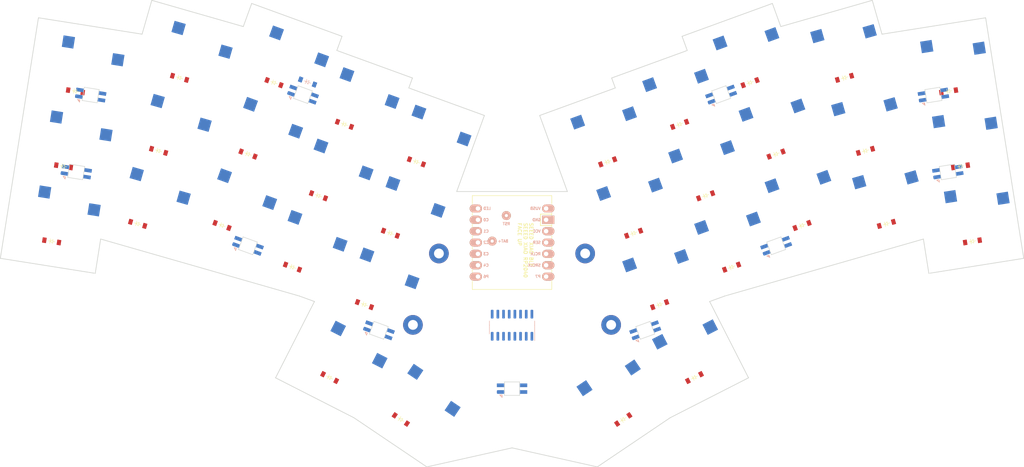
<source format=kicad_pcb>

            
(kicad_pcb (version 20171130) (host pcbnew 5.1.6)

  (page A3)
  (title_block
    (title regret)
    (rev 1)
    (company rschenk)
  )

  (general
    (thickness 1.6)
  )

  (layers
    (0 F.Cu signal)
    (31 B.Cu signal)
    (32 B.Adhes user)
    (33 F.Adhes user)
    (34 B.Paste user)
    (35 F.Paste user)
    (36 B.SilkS user)
    (37 F.SilkS user)
    (38 B.Mask user)
    (39 F.Mask user)
    (40 Dwgs.User user)
    (41 Cmts.User user)
    (42 Eco1.User user)
    (43 Eco2.User user)
    (44 Edge.Cuts user)
    (45 Margin user)
    (46 B.CrtYd user)
    (47 F.CrtYd user)
    (48 B.Fab user)
    (49 F.Fab user)
  )

  (setup
    (last_trace_width 0.25)
    (trace_clearance 0.2)
    (zone_clearance 0.508)
    (zone_45_only no)
    (trace_min 0.2)
    (via_size 0.8)
    (via_drill 0.4)
    (via_min_size 0.4)
    (via_min_drill 0.3)
    (uvia_size 0.3)
    (uvia_drill 0.1)
    (uvias_allowed no)
    (uvia_min_size 0.2)
    (uvia_min_drill 0.1)
    (edge_width 0.05)
    (segment_width 0.2)
    (pcb_text_width 0.3)
    (pcb_text_size 1.5 1.5)
    (mod_edge_width 0.12)
    (mod_text_size 1 1)
    (mod_text_width 0.15)
    (pad_size 1.524 1.524)
    (pad_drill 0.762)
    (pad_to_mask_clearance 0.05)
    (aux_axis_origin 0 0)
    (visible_elements FFFFFF7F)
    (pcbplotparams
      (layerselection 0x010fc_ffffffff)
      (usegerberextensions false)
      (usegerberattributes true)
      (usegerberadvancedattributes true)
      (creategerberjobfile true)
      (excludeedgelayer true)
      (linewidth 0.100000)
      (plotframeref false)
      (viasonmask false)
      (mode 1)
      (useauxorigin false)
      (hpglpennumber 1)
      (hpglpenspeed 20)
      (hpglpendiameter 15.000000)
      (psnegative false)
      (psa4output false)
      (plotreference true)
      (plotvalue true)
      (plotinvisibletext false)
      (padsonsilk false)
      (subtractmaskfromsilk false)
      (outputformat 1)
      (mirror false)
      (drillshape 1)
      (scaleselection 1)
      (outputdirectory ""))
  )

            (net 0 "")
(net 1 "R2")
(net 2 "pinky_bottom")
(net 3 "R1")
(net 4 "pinky_home")
(net 5 "R0")
(net 6 "pinky_top")
(net 7 "ring_bottom")
(net 8 "ring_home")
(net 9 "ring_top")
(net 10 "middle_bottom")
(net 11 "middle_home")
(net 12 "middle_top")
(net 13 "index_bottom")
(net 14 "index_home")
(net 15 "index_top")
(net 16 "inner_bottom")
(net 17 "inner_home")
(net 18 "inner_top")
(net 19 "R6")
(net 20 "mirror_pinky_bottom")
(net 21 "R5")
(net 22 "mirror_pinky_home")
(net 23 "R4")
(net 24 "mirror_pinky_top")
(net 25 "mirror_ring_bottom")
(net 26 "mirror_ring_home")
(net 27 "mirror_ring_top")
(net 28 "mirror_middle_bottom")
(net 29 "mirror_middle_home")
(net 30 "mirror_middle_top")
(net 31 "mirror_index_bottom")
(net 32 "mirror_index_home")
(net 33 "mirror_index_top")
(net 34 "mirror_inner_bottom")
(net 35 "mirror_inner_home")
(net 36 "mirror_inner_top")
(net 37 "R3")
(net 38 "home_thumb")
(net 39 "reachy_thumb")
(net 40 "R7")
(net 41 "mirror_home_thumb")
(net 42 "mirror_reachy_thumb")
(net 43 "C0")
(net 44 "C1")
(net 45 "C2")
(net 46 "C3")
(net 47 "C4")
(net 48 "LED")
(net 49 "P6")
(net 50 "VUSB")
(net 51 "GND")
(net 52 "VCC")
(net 53 "SER")
(net 54 "RCLK")
(net 55 "SRCLK")
(net 56 "P7")
(net 57 "RST")
(net 58 "BAT+")
(net 59 "QH'")
(net 60 "led_1_v")
(net 61 "led")
(net 62 "L2")
(net 63 "L11")
(net 64 "L3")
(net 65 "L10")
(net 66 "L4")
(net 67 "L9")
(net 68 "L5")
(net 69 "L8")
(net 70 "L6")
(net 71 "L7")
            
  (net_class Default "This is the default net class."
    (clearance 0.2)
    (trace_width 0.25)
    (via_dia 0.8)
    (via_drill 0.4)
    (uvia_dia 0.3)
    (uvia_drill 0.1)
    (add_net "")
(add_net "R2")
(add_net "pinky_bottom")
(add_net "R1")
(add_net "pinky_home")
(add_net "R0")
(add_net "pinky_top")
(add_net "ring_bottom")
(add_net "ring_home")
(add_net "ring_top")
(add_net "middle_bottom")
(add_net "middle_home")
(add_net "middle_top")
(add_net "index_bottom")
(add_net "index_home")
(add_net "index_top")
(add_net "inner_bottom")
(add_net "inner_home")
(add_net "inner_top")
(add_net "R6")
(add_net "mirror_pinky_bottom")
(add_net "R5")
(add_net "mirror_pinky_home")
(add_net "R4")
(add_net "mirror_pinky_top")
(add_net "mirror_ring_bottom")
(add_net "mirror_ring_home")
(add_net "mirror_ring_top")
(add_net "mirror_middle_bottom")
(add_net "mirror_middle_home")
(add_net "mirror_middle_top")
(add_net "mirror_index_bottom")
(add_net "mirror_index_home")
(add_net "mirror_index_top")
(add_net "mirror_inner_bottom")
(add_net "mirror_inner_home")
(add_net "mirror_inner_top")
(add_net "R3")
(add_net "home_thumb")
(add_net "reachy_thumb")
(add_net "R7")
(add_net "mirror_home_thumb")
(add_net "mirror_reachy_thumb")
(add_net "C0")
(add_net "C1")
(add_net "C2")
(add_net "C3")
(add_net "C4")
(add_net "LED")
(add_net "P6")
(add_net "VUSB")
(add_net "GND")
(add_net "VCC")
(add_net "SER")
(add_net "RCLK")
(add_net "SRCLK")
(add_net "P7")
(add_net "RST")
(add_net "BAT+")
(add_net "QH'")
(add_net "led_1_v")
(add_net "led")
(add_net "L2")
(add_net "L11")
(add_net "L3")
(add_net "L10")
(add_net "L4")
(add_net "L9")
(add_net "L5")
(add_net "L8")
(add_net "L6")
(add_net "L7")
  )

            
        
      (module PG1350 (layer F.Cu) (tedit 5DD50112)
      (at 59.7672477 128.1712764 -9)

      
      (fp_text reference "S1" (at 0 0) (layer F.SilkS) hide (effects (font (size 1.27 1.27) (thickness 0.15))))
      (fp_text value "" (at 0 0) (layer F.SilkS) hide (effects (font (size 1.27 1.27) (thickness 0.15))))

      
      (fp_line (start -7 -6) (end -7 -7) (layer Dwgs.User) (width 0.15))
      (fp_line (start -7 7) (end -6 7) (layer Dwgs.User) (width 0.15))
      (fp_line (start -6 -7) (end -7 -7) (layer Dwgs.User) (width 0.15))
      (fp_line (start -7 7) (end -7 6) (layer Dwgs.User) (width 0.15))
      (fp_line (start 7 6) (end 7 7) (layer Dwgs.User) (width 0.15))
      (fp_line (start 7 -7) (end 6 -7) (layer Dwgs.User) (width 0.15))
      (fp_line (start 6 7) (end 7 7) (layer Dwgs.User) (width 0.15))
      (fp_line (start 7 -7) (end 7 -6) (layer Dwgs.User) (width 0.15))      
      
      
      (pad "" np_thru_hole circle (at 0 0) (size 3.429 3.429) (drill 3.429) (layers *.Cu *.Mask))
        
      
      (pad "" np_thru_hole circle (at 5.5 0) (size 1.7018 1.7018) (drill 1.7018) (layers *.Cu *.Mask))
      (pad "" np_thru_hole circle (at -5.5 0) (size 1.7018 1.7018) (drill 1.7018) (layers *.Cu *.Mask))
      
        
      
      (fp_line (start -9 -8.5) (end 9 -8.5) (layer Dwgs.User) (width 0.15))
      (fp_line (start 9 -8.5) (end 9 8.5) (layer Dwgs.User) (width 0.15))
      (fp_line (start 9 8.5) (end -9 8.5) (layer Dwgs.User) (width 0.15))
      (fp_line (start -9 8.5) (end -9 -8.5) (layer Dwgs.User) (width 0.15))
      
        
          
          (pad "" np_thru_hole circle (at 5 -3.75) (size 3 3) (drill 3) (layers *.Cu *.Mask))
          (pad "" np_thru_hole circle (at 0 -5.95) (size 3 3) (drill 3) (layers *.Cu *.Mask))
      
          
          (pad 1 smd rect (at -3.275 -5.95 -9) (size 2.6 2.6) (layers B.Cu B.Paste B.Mask)  (net 1 "R2"))
          (pad 2 smd rect (at 8.275 -3.75 -9) (size 2.6 2.6) (layers B.Cu B.Paste B.Mask)  (net 2 "pinky_bottom"))
        )
        

        
      (module PG1350 (layer F.Cu) (tedit 5DD50112)
      (at 62.4266337 111.3805746 -9)

      
      (fp_text reference "S2" (at 0 0) (layer F.SilkS) hide (effects (font (size 1.27 1.27) (thickness 0.15))))
      (fp_text value "" (at 0 0) (layer F.SilkS) hide (effects (font (size 1.27 1.27) (thickness 0.15))))

      
      (fp_line (start -7 -6) (end -7 -7) (layer Dwgs.User) (width 0.15))
      (fp_line (start -7 7) (end -6 7) (layer Dwgs.User) (width 0.15))
      (fp_line (start -6 -7) (end -7 -7) (layer Dwgs.User) (width 0.15))
      (fp_line (start -7 7) (end -7 6) (layer Dwgs.User) (width 0.15))
      (fp_line (start 7 6) (end 7 7) (layer Dwgs.User) (width 0.15))
      (fp_line (start 7 -7) (end 6 -7) (layer Dwgs.User) (width 0.15))
      (fp_line (start 6 7) (end 7 7) (layer Dwgs.User) (width 0.15))
      (fp_line (start 7 -7) (end 7 -6) (layer Dwgs.User) (width 0.15))      
      
      
      (pad "" np_thru_hole circle (at 0 0) (size 3.429 3.429) (drill 3.429) (layers *.Cu *.Mask))
        
      
      (pad "" np_thru_hole circle (at 5.5 0) (size 1.7018 1.7018) (drill 1.7018) (layers *.Cu *.Mask))
      (pad "" np_thru_hole circle (at -5.5 0) (size 1.7018 1.7018) (drill 1.7018) (layers *.Cu *.Mask))
      
        
      
      (fp_line (start -9 -8.5) (end 9 -8.5) (layer Dwgs.User) (width 0.15))
      (fp_line (start 9 -8.5) (end 9 8.5) (layer Dwgs.User) (width 0.15))
      (fp_line (start 9 8.5) (end -9 8.5) (layer Dwgs.User) (width 0.15))
      (fp_line (start -9 8.5) (end -9 -8.5) (layer Dwgs.User) (width 0.15))
      
        
          
          (pad "" np_thru_hole circle (at 5 -3.75) (size 3 3) (drill 3) (layers *.Cu *.Mask))
          (pad "" np_thru_hole circle (at 0 -5.95) (size 3 3) (drill 3) (layers *.Cu *.Mask))
      
          
          (pad 1 smd rect (at -3.275 -5.95 -9) (size 2.6 2.6) (layers B.Cu B.Paste B.Mask)  (net 3 "R1"))
          (pad 2 smd rect (at 8.275 -3.75 -9) (size 2.6 2.6) (layers B.Cu B.Paste B.Mask)  (net 4 "pinky_home"))
        )
        

        
      (module PG1350 (layer F.Cu) (tedit 5DD50112)
      (at 65.0860196 94.5898729 -9)

      
      (fp_text reference "S3" (at 0 0) (layer F.SilkS) hide (effects (font (size 1.27 1.27) (thickness 0.15))))
      (fp_text value "" (at 0 0) (layer F.SilkS) hide (effects (font (size 1.27 1.27) (thickness 0.15))))

      
      (fp_line (start -7 -6) (end -7 -7) (layer Dwgs.User) (width 0.15))
      (fp_line (start -7 7) (end -6 7) (layer Dwgs.User) (width 0.15))
      (fp_line (start -6 -7) (end -7 -7) (layer Dwgs.User) (width 0.15))
      (fp_line (start -7 7) (end -7 6) (layer Dwgs.User) (width 0.15))
      (fp_line (start 7 6) (end 7 7) (layer Dwgs.User) (width 0.15))
      (fp_line (start 7 -7) (end 6 -7) (layer Dwgs.User) (width 0.15))
      (fp_line (start 6 7) (end 7 7) (layer Dwgs.User) (width 0.15))
      (fp_line (start 7 -7) (end 7 -6) (layer Dwgs.User) (width 0.15))      
      
      
      (pad "" np_thru_hole circle (at 0 0) (size 3.429 3.429) (drill 3.429) (layers *.Cu *.Mask))
        
      
      (pad "" np_thru_hole circle (at 5.5 0) (size 1.7018 1.7018) (drill 1.7018) (layers *.Cu *.Mask))
      (pad "" np_thru_hole circle (at -5.5 0) (size 1.7018 1.7018) (drill 1.7018) (layers *.Cu *.Mask))
      
        
      
      (fp_line (start -9 -8.5) (end 9 -8.5) (layer Dwgs.User) (width 0.15))
      (fp_line (start 9 -8.5) (end 9 8.5) (layer Dwgs.User) (width 0.15))
      (fp_line (start 9 8.5) (end -9 8.5) (layer Dwgs.User) (width 0.15))
      (fp_line (start -9 8.5) (end -9 -8.5) (layer Dwgs.User) (width 0.15))
      
        
          
          (pad "" np_thru_hole circle (at 5 -3.75) (size 3 3) (drill 3) (layers *.Cu *.Mask))
          (pad "" np_thru_hole circle (at 0 -5.95) (size 3 3) (drill 3) (layers *.Cu *.Mask))
      
          
          (pad 1 smd rect (at -3.275 -5.95 -9) (size 2.6 2.6) (layers B.Cu B.Paste B.Mask)  (net 5 "R0"))
          (pad 2 smd rect (at 8.275 -3.75 -9) (size 2.6 2.6) (layers B.Cu B.Paste B.Mask)  (net 6 "pinky_top"))
        )
        

        
      (module PG1350 (layer F.Cu) (tedit 5DD50112)
      (at 79.5724983 124.3830425 -16)

      
      (fp_text reference "S4" (at 0 0) (layer F.SilkS) hide (effects (font (size 1.27 1.27) (thickness 0.15))))
      (fp_text value "" (at 0 0) (layer F.SilkS) hide (effects (font (size 1.27 1.27) (thickness 0.15))))

      
      (fp_line (start -7 -6) (end -7 -7) (layer Dwgs.User) (width 0.15))
      (fp_line (start -7 7) (end -6 7) (layer Dwgs.User) (width 0.15))
      (fp_line (start -6 -7) (end -7 -7) (layer Dwgs.User) (width 0.15))
      (fp_line (start -7 7) (end -7 6) (layer Dwgs.User) (width 0.15))
      (fp_line (start 7 6) (end 7 7) (layer Dwgs.User) (width 0.15))
      (fp_line (start 7 -7) (end 6 -7) (layer Dwgs.User) (width 0.15))
      (fp_line (start 6 7) (end 7 7) (layer Dwgs.User) (width 0.15))
      (fp_line (start 7 -7) (end 7 -6) (layer Dwgs.User) (width 0.15))      
      
      
      (pad "" np_thru_hole circle (at 0 0) (size 3.429 3.429) (drill 3.429) (layers *.Cu *.Mask))
        
      
      (pad "" np_thru_hole circle (at 5.5 0) (size 1.7018 1.7018) (drill 1.7018) (layers *.Cu *.Mask))
      (pad "" np_thru_hole circle (at -5.5 0) (size 1.7018 1.7018) (drill 1.7018) (layers *.Cu *.Mask))
      
        
      
      (fp_line (start -9 -8.5) (end 9 -8.5) (layer Dwgs.User) (width 0.15))
      (fp_line (start 9 -8.5) (end 9 8.5) (layer Dwgs.User) (width 0.15))
      (fp_line (start 9 8.5) (end -9 8.5) (layer Dwgs.User) (width 0.15))
      (fp_line (start -9 8.5) (end -9 -8.5) (layer Dwgs.User) (width 0.15))
      
        
          
          (pad "" np_thru_hole circle (at 5 -3.75) (size 3 3) (drill 3) (layers *.Cu *.Mask))
          (pad "" np_thru_hole circle (at 0 -5.95) (size 3 3) (drill 3) (layers *.Cu *.Mask))
      
          
          (pad 1 smd rect (at -3.275 -5.95 -16) (size 2.6 2.6) (layers B.Cu B.Paste B.Mask)  (net 1 "R2"))
          (pad 2 smd rect (at 8.275 -3.75 -16) (size 2.6 2.6) (layers B.Cu B.Paste B.Mask)  (net 7 "ring_bottom"))
        )
        

        
      (module PG1350 (layer F.Cu) (tedit 5DD50112)
      (at 84.2583333 108.0415936 -16)

      
      (fp_text reference "S5" (at 0 0) (layer F.SilkS) hide (effects (font (size 1.27 1.27) (thickness 0.15))))
      (fp_text value "" (at 0 0) (layer F.SilkS) hide (effects (font (size 1.27 1.27) (thickness 0.15))))

      
      (fp_line (start -7 -6) (end -7 -7) (layer Dwgs.User) (width 0.15))
      (fp_line (start -7 7) (end -6 7) (layer Dwgs.User) (width 0.15))
      (fp_line (start -6 -7) (end -7 -7) (layer Dwgs.User) (width 0.15))
      (fp_line (start -7 7) (end -7 6) (layer Dwgs.User) (width 0.15))
      (fp_line (start 7 6) (end 7 7) (layer Dwgs.User) (width 0.15))
      (fp_line (start 7 -7) (end 6 -7) (layer Dwgs.User) (width 0.15))
      (fp_line (start 6 7) (end 7 7) (layer Dwgs.User) (width 0.15))
      (fp_line (start 7 -7) (end 7 -6) (layer Dwgs.User) (width 0.15))      
      
      
      (pad "" np_thru_hole circle (at 0 0) (size 3.429 3.429) (drill 3.429) (layers *.Cu *.Mask))
        
      
      (pad "" np_thru_hole circle (at 5.5 0) (size 1.7018 1.7018) (drill 1.7018) (layers *.Cu *.Mask))
      (pad "" np_thru_hole circle (at -5.5 0) (size 1.7018 1.7018) (drill 1.7018) (layers *.Cu *.Mask))
      
        
      
      (fp_line (start -9 -8.5) (end 9 -8.5) (layer Dwgs.User) (width 0.15))
      (fp_line (start 9 -8.5) (end 9 8.5) (layer Dwgs.User) (width 0.15))
      (fp_line (start 9 8.5) (end -9 8.5) (layer Dwgs.User) (width 0.15))
      (fp_line (start -9 8.5) (end -9 -8.5) (layer Dwgs.User) (width 0.15))
      
        
          
          (pad "" np_thru_hole circle (at 5 -3.75) (size 3 3) (drill 3) (layers *.Cu *.Mask))
          (pad "" np_thru_hole circle (at 0 -5.95) (size 3 3) (drill 3) (layers *.Cu *.Mask))
      
          
          (pad 1 smd rect (at -3.275 -5.95 -16) (size 2.6 2.6) (layers B.Cu B.Paste B.Mask)  (net 3 "R1"))
          (pad 2 smd rect (at 8.275 -3.75 -16) (size 2.6 2.6) (layers B.Cu B.Paste B.Mask)  (net 8 "ring_home"))
        )
        

        
      (module PG1350 (layer F.Cu) (tedit 5DD50112)
      (at 88.9441684 91.7001447 -16)

      
      (fp_text reference "S6" (at 0 0) (layer F.SilkS) hide (effects (font (size 1.27 1.27) (thickness 0.15))))
      (fp_text value "" (at 0 0) (layer F.SilkS) hide (effects (font (size 1.27 1.27) (thickness 0.15))))

      
      (fp_line (start -7 -6) (end -7 -7) (layer Dwgs.User) (width 0.15))
      (fp_line (start -7 7) (end -6 7) (layer Dwgs.User) (width 0.15))
      (fp_line (start -6 -7) (end -7 -7) (layer Dwgs.User) (width 0.15))
      (fp_line (start -7 7) (end -7 6) (layer Dwgs.User) (width 0.15))
      (fp_line (start 7 6) (end 7 7) (layer Dwgs.User) (width 0.15))
      (fp_line (start 7 -7) (end 6 -7) (layer Dwgs.User) (width 0.15))
      (fp_line (start 6 7) (end 7 7) (layer Dwgs.User) (width 0.15))
      (fp_line (start 7 -7) (end 7 -6) (layer Dwgs.User) (width 0.15))      
      
      
      (pad "" np_thru_hole circle (at 0 0) (size 3.429 3.429) (drill 3.429) (layers *.Cu *.Mask))
        
      
      (pad "" np_thru_hole circle (at 5.5 0) (size 1.7018 1.7018) (drill 1.7018) (layers *.Cu *.Mask))
      (pad "" np_thru_hole circle (at -5.5 0) (size 1.7018 1.7018) (drill 1.7018) (layers *.Cu *.Mask))
      
        
      
      (fp_line (start -9 -8.5) (end 9 -8.5) (layer Dwgs.User) (width 0.15))
      (fp_line (start 9 -8.5) (end 9 8.5) (layer Dwgs.User) (width 0.15))
      (fp_line (start 9 8.5) (end -9 8.5) (layer Dwgs.User) (width 0.15))
      (fp_line (start -9 8.5) (end -9 -8.5) (layer Dwgs.User) (width 0.15))
      
        
          
          (pad "" np_thru_hole circle (at 5 -3.75) (size 3 3) (drill 3) (layers *.Cu *.Mask))
          (pad "" np_thru_hole circle (at 0 -5.95) (size 3 3) (drill 3) (layers *.Cu *.Mask))
      
          
          (pad 1 smd rect (at -3.275 -5.95 -16) (size 2.6 2.6) (layers B.Cu B.Paste B.Mask)  (net 5 "R0"))
          (pad 2 smd rect (at 8.275 -3.75 -16) (size 2.6 2.6) (layers B.Cu B.Paste B.Mask)  (net 9 "ring_top"))
        )
        

        
      (module PG1350 (layer F.Cu) (tedit 5DD50112)
      (at 98.7613464 124.8383579 -20)

      
      (fp_text reference "S7" (at 0 0) (layer F.SilkS) hide (effects (font (size 1.27 1.27) (thickness 0.15))))
      (fp_text value "" (at 0 0) (layer F.SilkS) hide (effects (font (size 1.27 1.27) (thickness 0.15))))

      
      (fp_line (start -7 -6) (end -7 -7) (layer Dwgs.User) (width 0.15))
      (fp_line (start -7 7) (end -6 7) (layer Dwgs.User) (width 0.15))
      (fp_line (start -6 -7) (end -7 -7) (layer Dwgs.User) (width 0.15))
      (fp_line (start -7 7) (end -7 6) (layer Dwgs.User) (width 0.15))
      (fp_line (start 7 6) (end 7 7) (layer Dwgs.User) (width 0.15))
      (fp_line (start 7 -7) (end 6 -7) (layer Dwgs.User) (width 0.15))
      (fp_line (start 6 7) (end 7 7) (layer Dwgs.User) (width 0.15))
      (fp_line (start 7 -7) (end 7 -6) (layer Dwgs.User) (width 0.15))      
      
      
      (pad "" np_thru_hole circle (at 0 0) (size 3.429 3.429) (drill 3.429) (layers *.Cu *.Mask))
        
      
      (pad "" np_thru_hole circle (at 5.5 0) (size 1.7018 1.7018) (drill 1.7018) (layers *.Cu *.Mask))
      (pad "" np_thru_hole circle (at -5.5 0) (size 1.7018 1.7018) (drill 1.7018) (layers *.Cu *.Mask))
      
        
      
      (fp_line (start -9 -8.5) (end 9 -8.5) (layer Dwgs.User) (width 0.15))
      (fp_line (start 9 -8.5) (end 9 8.5) (layer Dwgs.User) (width 0.15))
      (fp_line (start 9 8.5) (end -9 8.5) (layer Dwgs.User) (width 0.15))
      (fp_line (start -9 8.5) (end -9 -8.5) (layer Dwgs.User) (width 0.15))
      
        
          
          (pad "" np_thru_hole circle (at 5 -3.75) (size 3 3) (drill 3) (layers *.Cu *.Mask))
          (pad "" np_thru_hole circle (at 0 -5.95) (size 3 3) (drill 3) (layers *.Cu *.Mask))
      
          
          (pad 1 smd rect (at -3.275 -5.95 -20) (size 2.6 2.6) (layers B.Cu B.Paste B.Mask)  (net 1 "R2"))
          (pad 2 smd rect (at 8.275 -3.75 -20) (size 2.6 2.6) (layers B.Cu B.Paste B.Mask)  (net 10 "middle_bottom"))
        )
        

        
      (module PG1350 (layer F.Cu) (tedit 5DD50112)
      (at 104.5756888 108.8635834 -20)

      
      (fp_text reference "S8" (at 0 0) (layer F.SilkS) hide (effects (font (size 1.27 1.27) (thickness 0.15))))
      (fp_text value "" (at 0 0) (layer F.SilkS) hide (effects (font (size 1.27 1.27) (thickness 0.15))))

      
      (fp_line (start -7 -6) (end -7 -7) (layer Dwgs.User) (width 0.15))
      (fp_line (start -7 7) (end -6 7) (layer Dwgs.User) (width 0.15))
      (fp_line (start -6 -7) (end -7 -7) (layer Dwgs.User) (width 0.15))
      (fp_line (start -7 7) (end -7 6) (layer Dwgs.User) (width 0.15))
      (fp_line (start 7 6) (end 7 7) (layer Dwgs.User) (width 0.15))
      (fp_line (start 7 -7) (end 6 -7) (layer Dwgs.User) (width 0.15))
      (fp_line (start 6 7) (end 7 7) (layer Dwgs.User) (width 0.15))
      (fp_line (start 7 -7) (end 7 -6) (layer Dwgs.User) (width 0.15))      
      
      
      (pad "" np_thru_hole circle (at 0 0) (size 3.429 3.429) (drill 3.429) (layers *.Cu *.Mask))
        
      
      (pad "" np_thru_hole circle (at 5.5 0) (size 1.7018 1.7018) (drill 1.7018) (layers *.Cu *.Mask))
      (pad "" np_thru_hole circle (at -5.5 0) (size 1.7018 1.7018) (drill 1.7018) (layers *.Cu *.Mask))
      
        
      
      (fp_line (start -9 -8.5) (end 9 -8.5) (layer Dwgs.User) (width 0.15))
      (fp_line (start 9 -8.5) (end 9 8.5) (layer Dwgs.User) (width 0.15))
      (fp_line (start 9 8.5) (end -9 8.5) (layer Dwgs.User) (width 0.15))
      (fp_line (start -9 8.5) (end -9 -8.5) (layer Dwgs.User) (width 0.15))
      
        
          
          (pad "" np_thru_hole circle (at 5 -3.75) (size 3 3) (drill 3) (layers *.Cu *.Mask))
          (pad "" np_thru_hole circle (at 0 -5.95) (size 3 3) (drill 3) (layers *.Cu *.Mask))
      
          
          (pad 1 smd rect (at -3.275 -5.95 -20) (size 2.6 2.6) (layers B.Cu B.Paste B.Mask)  (net 3 "R1"))
          (pad 2 smd rect (at 8.275 -3.75 -20) (size 2.6 2.6) (layers B.Cu B.Paste B.Mask)  (net 11 "middle_home"))
        )
        

        
      (module PG1350 (layer F.Cu) (tedit 5DD50112)
      (at 110.3900313 92.8888088 -20)

      
      (fp_text reference "S9" (at 0 0) (layer F.SilkS) hide (effects (font (size 1.27 1.27) (thickness 0.15))))
      (fp_text value "" (at 0 0) (layer F.SilkS) hide (effects (font (size 1.27 1.27) (thickness 0.15))))

      
      (fp_line (start -7 -6) (end -7 -7) (layer Dwgs.User) (width 0.15))
      (fp_line (start -7 7) (end -6 7) (layer Dwgs.User) (width 0.15))
      (fp_line (start -6 -7) (end -7 -7) (layer Dwgs.User) (width 0.15))
      (fp_line (start -7 7) (end -7 6) (layer Dwgs.User) (width 0.15))
      (fp_line (start 7 6) (end 7 7) (layer Dwgs.User) (width 0.15))
      (fp_line (start 7 -7) (end 6 -7) (layer Dwgs.User) (width 0.15))
      (fp_line (start 6 7) (end 7 7) (layer Dwgs.User) (width 0.15))
      (fp_line (start 7 -7) (end 7 -6) (layer Dwgs.User) (width 0.15))      
      
      
      (pad "" np_thru_hole circle (at 0 0) (size 3.429 3.429) (drill 3.429) (layers *.Cu *.Mask))
        
      
      (pad "" np_thru_hole circle (at 5.5 0) (size 1.7018 1.7018) (drill 1.7018) (layers *.Cu *.Mask))
      (pad "" np_thru_hole circle (at -5.5 0) (size 1.7018 1.7018) (drill 1.7018) (layers *.Cu *.Mask))
      
        
      
      (fp_line (start -9 -8.5) (end 9 -8.5) (layer Dwgs.User) (width 0.15))
      (fp_line (start 9 -8.5) (end 9 8.5) (layer Dwgs.User) (width 0.15))
      (fp_line (start 9 8.5) (end -9 8.5) (layer Dwgs.User) (width 0.15))
      (fp_line (start -9 8.5) (end -9 -8.5) (layer Dwgs.User) (width 0.15))
      
        
          
          (pad "" np_thru_hole circle (at 5 -3.75) (size 3 3) (drill 3) (layers *.Cu *.Mask))
          (pad "" np_thru_hole circle (at 0 -5.95) (size 3 3) (drill 3) (layers *.Cu *.Mask))
      
          
          (pad 1 smd rect (at -3.275 -5.95 -20) (size 2.6 2.6) (layers B.Cu B.Paste B.Mask)  (net 5 "R0"))
          (pad 2 smd rect (at 8.275 -3.75 -20) (size 2.6 2.6) (layers B.Cu B.Paste B.Mask)  (net 12 "middle_top"))
        )
        

        
      (module PG1350 (layer F.Cu) (tedit 5DD50112)
      (at 114.5214955 134.166183 -20)

      
      (fp_text reference "S10" (at 0 0) (layer F.SilkS) hide (effects (font (size 1.27 1.27) (thickness 0.15))))
      (fp_text value "" (at 0 0) (layer F.SilkS) hide (effects (font (size 1.27 1.27) (thickness 0.15))))

      
      (fp_line (start -7 -6) (end -7 -7) (layer Dwgs.User) (width 0.15))
      (fp_line (start -7 7) (end -6 7) (layer Dwgs.User) (width 0.15))
      (fp_line (start -6 -7) (end -7 -7) (layer Dwgs.User) (width 0.15))
      (fp_line (start -7 7) (end -7 6) (layer Dwgs.User) (width 0.15))
      (fp_line (start 7 6) (end 7 7) (layer Dwgs.User) (width 0.15))
      (fp_line (start 7 -7) (end 6 -7) (layer Dwgs.User) (width 0.15))
      (fp_line (start 6 7) (end 7 7) (layer Dwgs.User) (width 0.15))
      (fp_line (start 7 -7) (end 7 -6) (layer Dwgs.User) (width 0.15))      
      
      
      (pad "" np_thru_hole circle (at 0 0) (size 3.429 3.429) (drill 3.429) (layers *.Cu *.Mask))
        
      
      (pad "" np_thru_hole circle (at 5.5 0) (size 1.7018 1.7018) (drill 1.7018) (layers *.Cu *.Mask))
      (pad "" np_thru_hole circle (at -5.5 0) (size 1.7018 1.7018) (drill 1.7018) (layers *.Cu *.Mask))
      
        
      
      (fp_line (start -9 -8.5) (end 9 -8.5) (layer Dwgs.User) (width 0.15))
      (fp_line (start 9 -8.5) (end 9 8.5) (layer Dwgs.User) (width 0.15))
      (fp_line (start 9 8.5) (end -9 8.5) (layer Dwgs.User) (width 0.15))
      (fp_line (start -9 8.5) (end -9 -8.5) (layer Dwgs.User) (width 0.15))
      
        
          
          (pad "" np_thru_hole circle (at 5 -3.75) (size 3 3) (drill 3) (layers *.Cu *.Mask))
          (pad "" np_thru_hole circle (at 0 -5.95) (size 3 3) (drill 3) (layers *.Cu *.Mask))
      
          
          (pad 1 smd rect (at -3.275 -5.95 -20) (size 2.6 2.6) (layers B.Cu B.Paste B.Mask)  (net 1 "R2"))
          (pad 2 smd rect (at 8.275 -3.75 -20) (size 2.6 2.6) (layers B.Cu B.Paste B.Mask)  (net 13 "index_bottom"))
        )
        

        
      (module PG1350 (layer F.Cu) (tedit 5DD50112)
      (at 120.335838 118.1914084 -20)

      
      (fp_text reference "S11" (at 0 0) (layer F.SilkS) hide (effects (font (size 1.27 1.27) (thickness 0.15))))
      (fp_text value "" (at 0 0) (layer F.SilkS) hide (effects (font (size 1.27 1.27) (thickness 0.15))))

      
      (fp_line (start -7 -6) (end -7 -7) (layer Dwgs.User) (width 0.15))
      (fp_line (start -7 7) (end -6 7) (layer Dwgs.User) (width 0.15))
      (fp_line (start -6 -7) (end -7 -7) (layer Dwgs.User) (width 0.15))
      (fp_line (start -7 7) (end -7 6) (layer Dwgs.User) (width 0.15))
      (fp_line (start 7 6) (end 7 7) (layer Dwgs.User) (width 0.15))
      (fp_line (start 7 -7) (end 6 -7) (layer Dwgs.User) (width 0.15))
      (fp_line (start 6 7) (end 7 7) (layer Dwgs.User) (width 0.15))
      (fp_line (start 7 -7) (end 7 -6) (layer Dwgs.User) (width 0.15))      
      
      
      (pad "" np_thru_hole circle (at 0 0) (size 3.429 3.429) (drill 3.429) (layers *.Cu *.Mask))
        
      
      (pad "" np_thru_hole circle (at 5.5 0) (size 1.7018 1.7018) (drill 1.7018) (layers *.Cu *.Mask))
      (pad "" np_thru_hole circle (at -5.5 0) (size 1.7018 1.7018) (drill 1.7018) (layers *.Cu *.Mask))
      
        
      
      (fp_line (start -9 -8.5) (end 9 -8.5) (layer Dwgs.User) (width 0.15))
      (fp_line (start 9 -8.5) (end 9 8.5) (layer Dwgs.User) (width 0.15))
      (fp_line (start 9 8.5) (end -9 8.5) (layer Dwgs.User) (width 0.15))
      (fp_line (start -9 8.5) (end -9 -8.5) (layer Dwgs.User) (width 0.15))
      
        
          
          (pad "" np_thru_hole circle (at 5 -3.75) (size 3 3) (drill 3) (layers *.Cu *.Mask))
          (pad "" np_thru_hole circle (at 0 -5.95) (size 3 3) (drill 3) (layers *.Cu *.Mask))
      
          
          (pad 1 smd rect (at -3.275 -5.95 -20) (size 2.6 2.6) (layers B.Cu B.Paste B.Mask)  (net 3 "R1"))
          (pad 2 smd rect (at 8.275 -3.75 -20) (size 2.6 2.6) (layers B.Cu B.Paste B.Mask)  (net 14 "index_home"))
        )
        

        
      (module PG1350 (layer F.Cu) (tedit 5DD50112)
      (at 126.1501804 102.2166339 -20)

      
      (fp_text reference "S12" (at 0 0) (layer F.SilkS) hide (effects (font (size 1.27 1.27) (thickness 0.15))))
      (fp_text value "" (at 0 0) (layer F.SilkS) hide (effects (font (size 1.27 1.27) (thickness 0.15))))

      
      (fp_line (start -7 -6) (end -7 -7) (layer Dwgs.User) (width 0.15))
      (fp_line (start -7 7) (end -6 7) (layer Dwgs.User) (width 0.15))
      (fp_line (start -6 -7) (end -7 -7) (layer Dwgs.User) (width 0.15))
      (fp_line (start -7 7) (end -7 6) (layer Dwgs.User) (width 0.15))
      (fp_line (start 7 6) (end 7 7) (layer Dwgs.User) (width 0.15))
      (fp_line (start 7 -7) (end 6 -7) (layer Dwgs.User) (width 0.15))
      (fp_line (start 6 7) (end 7 7) (layer Dwgs.User) (width 0.15))
      (fp_line (start 7 -7) (end 7 -6) (layer Dwgs.User) (width 0.15))      
      
      
      (pad "" np_thru_hole circle (at 0 0) (size 3.429 3.429) (drill 3.429) (layers *.Cu *.Mask))
        
      
      (pad "" np_thru_hole circle (at 5.5 0) (size 1.7018 1.7018) (drill 1.7018) (layers *.Cu *.Mask))
      (pad "" np_thru_hole circle (at -5.5 0) (size 1.7018 1.7018) (drill 1.7018) (layers *.Cu *.Mask))
      
        
      
      (fp_line (start -9 -8.5) (end 9 -8.5) (layer Dwgs.User) (width 0.15))
      (fp_line (start 9 -8.5) (end 9 8.5) (layer Dwgs.User) (width 0.15))
      (fp_line (start 9 8.5) (end -9 8.5) (layer Dwgs.User) (width 0.15))
      (fp_line (start -9 8.5) (end -9 -8.5) (layer Dwgs.User) (width 0.15))
      
        
          
          (pad "" np_thru_hole circle (at 5 -3.75) (size 3 3) (drill 3) (layers *.Cu *.Mask))
          (pad "" np_thru_hole circle (at 0 -5.95) (size 3 3) (drill 3) (layers *.Cu *.Mask))
      
          
          (pad 1 smd rect (at -3.275 -5.95 -20) (size 2.6 2.6) (layers B.Cu B.Paste B.Mask)  (net 5 "R0"))
          (pad 2 smd rect (at 8.275 -3.75 -20) (size 2.6 2.6) (layers B.Cu B.Paste B.Mask)  (net 15 "index_top"))
        )
        

        
      (module PG1350 (layer F.Cu) (tedit 5DD50112)
      (at 130.6236648 142.5543156 -20)

      
      (fp_text reference "S13" (at 0 0) (layer F.SilkS) hide (effects (font (size 1.27 1.27) (thickness 0.15))))
      (fp_text value "" (at 0 0) (layer F.SilkS) hide (effects (font (size 1.27 1.27) (thickness 0.15))))

      
      (fp_line (start -7 -6) (end -7 -7) (layer Dwgs.User) (width 0.15))
      (fp_line (start -7 7) (end -6 7) (layer Dwgs.User) (width 0.15))
      (fp_line (start -6 -7) (end -7 -7) (layer Dwgs.User) (width 0.15))
      (fp_line (start -7 7) (end -7 6) (layer Dwgs.User) (width 0.15))
      (fp_line (start 7 6) (end 7 7) (layer Dwgs.User) (width 0.15))
      (fp_line (start 7 -7) (end 6 -7) (layer Dwgs.User) (width 0.15))
      (fp_line (start 6 7) (end 7 7) (layer Dwgs.User) (width 0.15))
      (fp_line (start 7 -7) (end 7 -6) (layer Dwgs.User) (width 0.15))      
      
      
      (pad "" np_thru_hole circle (at 0 0) (size 3.429 3.429) (drill 3.429) (layers *.Cu *.Mask))
        
      
      (pad "" np_thru_hole circle (at 5.5 0) (size 1.7018 1.7018) (drill 1.7018) (layers *.Cu *.Mask))
      (pad "" np_thru_hole circle (at -5.5 0) (size 1.7018 1.7018) (drill 1.7018) (layers *.Cu *.Mask))
      
        
      
      (fp_line (start -9 -8.5) (end 9 -8.5) (layer Dwgs.User) (width 0.15))
      (fp_line (start 9 -8.5) (end 9 8.5) (layer Dwgs.User) (width 0.15))
      (fp_line (start 9 8.5) (end -9 8.5) (layer Dwgs.User) (width 0.15))
      (fp_line (start -9 8.5) (end -9 -8.5) (layer Dwgs.User) (width 0.15))
      
        
          
          (pad "" np_thru_hole circle (at 5 -3.75) (size 3 3) (drill 3) (layers *.Cu *.Mask))
          (pad "" np_thru_hole circle (at 0 -5.95) (size 3 3) (drill 3) (layers *.Cu *.Mask))
      
          
          (pad 1 smd rect (at -3.275 -5.95 -20) (size 2.6 2.6) (layers B.Cu B.Paste B.Mask)  (net 1 "R2"))
          (pad 2 smd rect (at 8.275 -3.75 -20) (size 2.6 2.6) (layers B.Cu B.Paste B.Mask)  (net 16 "inner_bottom"))
        )
        

        
      (module PG1350 (layer F.Cu) (tedit 5DD50112)
      (at 136.4380073 126.5795411 -20)

      
      (fp_text reference "S14" (at 0 0) (layer F.SilkS) hide (effects (font (size 1.27 1.27) (thickness 0.15))))
      (fp_text value "" (at 0 0) (layer F.SilkS) hide (effects (font (size 1.27 1.27) (thickness 0.15))))

      
      (fp_line (start -7 -6) (end -7 -7) (layer Dwgs.User) (width 0.15))
      (fp_line (start -7 7) (end -6 7) (layer Dwgs.User) (width 0.15))
      (fp_line (start -6 -7) (end -7 -7) (layer Dwgs.User) (width 0.15))
      (fp_line (start -7 7) (end -7 6) (layer Dwgs.User) (width 0.15))
      (fp_line (start 7 6) (end 7 7) (layer Dwgs.User) (width 0.15))
      (fp_line (start 7 -7) (end 6 -7) (layer Dwgs.User) (width 0.15))
      (fp_line (start 6 7) (end 7 7) (layer Dwgs.User) (width 0.15))
      (fp_line (start 7 -7) (end 7 -6) (layer Dwgs.User) (width 0.15))      
      
      
      (pad "" np_thru_hole circle (at 0 0) (size 3.429 3.429) (drill 3.429) (layers *.Cu *.Mask))
        
      
      (pad "" np_thru_hole circle (at 5.5 0) (size 1.7018 1.7018) (drill 1.7018) (layers *.Cu *.Mask))
      (pad "" np_thru_hole circle (at -5.5 0) (size 1.7018 1.7018) (drill 1.7018) (layers *.Cu *.Mask))
      
        
      
      (fp_line (start -9 -8.5) (end 9 -8.5) (layer Dwgs.User) (width 0.15))
      (fp_line (start 9 -8.5) (end 9 8.5) (layer Dwgs.User) (width 0.15))
      (fp_line (start 9 8.5) (end -9 8.5) (layer Dwgs.User) (width 0.15))
      (fp_line (start -9 8.5) (end -9 -8.5) (layer Dwgs.User) (width 0.15))
      
        
          
          (pad "" np_thru_hole circle (at 5 -3.75) (size 3 3) (drill 3) (layers *.Cu *.Mask))
          (pad "" np_thru_hole circle (at 0 -5.95) (size 3 3) (drill 3) (layers *.Cu *.Mask))
      
          
          (pad 1 smd rect (at -3.275 -5.95 -20) (size 2.6 2.6) (layers B.Cu B.Paste B.Mask)  (net 3 "R1"))
          (pad 2 smd rect (at 8.275 -3.75 -20) (size 2.6 2.6) (layers B.Cu B.Paste B.Mask)  (net 17 "inner_home"))
        )
        

        
      (module PG1350 (layer F.Cu) (tedit 5DD50112)
      (at 142.2523497 110.6047665 -20)

      
      (fp_text reference "S15" (at 0 0) (layer F.SilkS) hide (effects (font (size 1.27 1.27) (thickness 0.15))))
      (fp_text value "" (at 0 0) (layer F.SilkS) hide (effects (font (size 1.27 1.27) (thickness 0.15))))

      
      (fp_line (start -7 -6) (end -7 -7) (layer Dwgs.User) (width 0.15))
      (fp_line (start -7 7) (end -6 7) (layer Dwgs.User) (width 0.15))
      (fp_line (start -6 -7) (end -7 -7) (layer Dwgs.User) (width 0.15))
      (fp_line (start -7 7) (end -7 6) (layer Dwgs.User) (width 0.15))
      (fp_line (start 7 6) (end 7 7) (layer Dwgs.User) (width 0.15))
      (fp_line (start 7 -7) (end 6 -7) (layer Dwgs.User) (width 0.15))
      (fp_line (start 6 7) (end 7 7) (layer Dwgs.User) (width 0.15))
      (fp_line (start 7 -7) (end 7 -6) (layer Dwgs.User) (width 0.15))      
      
      
      (pad "" np_thru_hole circle (at 0 0) (size 3.429 3.429) (drill 3.429) (layers *.Cu *.Mask))
        
      
      (pad "" np_thru_hole circle (at 5.5 0) (size 1.7018 1.7018) (drill 1.7018) (layers *.Cu *.Mask))
      (pad "" np_thru_hole circle (at -5.5 0) (size 1.7018 1.7018) (drill 1.7018) (layers *.Cu *.Mask))
      
        
      
      (fp_line (start -9 -8.5) (end 9 -8.5) (layer Dwgs.User) (width 0.15))
      (fp_line (start 9 -8.5) (end 9 8.5) (layer Dwgs.User) (width 0.15))
      (fp_line (start 9 8.5) (end -9 8.5) (layer Dwgs.User) (width 0.15))
      (fp_line (start -9 8.5) (end -9 -8.5) (layer Dwgs.User) (width 0.15))
      
        
          
          (pad "" np_thru_hole circle (at 5 -3.75) (size 3 3) (drill 3) (layers *.Cu *.Mask))
          (pad "" np_thru_hole circle (at 0 -5.95) (size 3 3) (drill 3) (layers *.Cu *.Mask))
      
          
          (pad 1 smd rect (at -3.275 -5.95 -20) (size 2.6 2.6) (layers B.Cu B.Paste B.Mask)  (net 5 "R0"))
          (pad 2 smd rect (at 8.275 -3.75 -20) (size 2.6 2.6) (layers B.Cu B.Paste B.Mask)  (net 18 "inner_top"))
        )
        

        
      (module PG1350 (layer F.Cu) (tedit 5DD50112)
      (at 264.3254049 128.1712764 9)

      
      (fp_text reference "S16" (at 0 0) (layer F.SilkS) hide (effects (font (size 1.27 1.27) (thickness 0.15))))
      (fp_text value "" (at 0 0) (layer F.SilkS) hide (effects (font (size 1.27 1.27) (thickness 0.15))))

      
      (fp_line (start -7 -6) (end -7 -7) (layer Dwgs.User) (width 0.15))
      (fp_line (start -7 7) (end -6 7) (layer Dwgs.User) (width 0.15))
      (fp_line (start -6 -7) (end -7 -7) (layer Dwgs.User) (width 0.15))
      (fp_line (start -7 7) (end -7 6) (layer Dwgs.User) (width 0.15))
      (fp_line (start 7 6) (end 7 7) (layer Dwgs.User) (width 0.15))
      (fp_line (start 7 -7) (end 6 -7) (layer Dwgs.User) (width 0.15))
      (fp_line (start 6 7) (end 7 7) (layer Dwgs.User) (width 0.15))
      (fp_line (start 7 -7) (end 7 -6) (layer Dwgs.User) (width 0.15))      
      
      
      (pad "" np_thru_hole circle (at 0 0) (size 3.429 3.429) (drill 3.429) (layers *.Cu *.Mask))
        
      
      (pad "" np_thru_hole circle (at 5.5 0) (size 1.7018 1.7018) (drill 1.7018) (layers *.Cu *.Mask))
      (pad "" np_thru_hole circle (at -5.5 0) (size 1.7018 1.7018) (drill 1.7018) (layers *.Cu *.Mask))
      
        
      
      (fp_line (start -9 -8.5) (end 9 -8.5) (layer Dwgs.User) (width 0.15))
      (fp_line (start 9 -8.5) (end 9 8.5) (layer Dwgs.User) (width 0.15))
      (fp_line (start 9 8.5) (end -9 8.5) (layer Dwgs.User) (width 0.15))
      (fp_line (start -9 8.5) (end -9 -8.5) (layer Dwgs.User) (width 0.15))
      
        
          
          (pad "" np_thru_hole circle (at 5 -3.75) (size 3 3) (drill 3) (layers *.Cu *.Mask))
          (pad "" np_thru_hole circle (at 0 -5.95) (size 3 3) (drill 3) (layers *.Cu *.Mask))
      
          
          (pad 1 smd rect (at -3.275 -5.95 9) (size 2.6 2.6) (layers B.Cu B.Paste B.Mask)  (net 19 "R6"))
          (pad 2 smd rect (at 8.275 -3.75 9) (size 2.6 2.6) (layers B.Cu B.Paste B.Mask)  (net 20 "mirror_pinky_bottom"))
        )
        

        
      (module PG1350 (layer F.Cu) (tedit 5DD50112)
      (at 261.66601890000004 111.3805746 9)

      
      (fp_text reference "S17" (at 0 0) (layer F.SilkS) hide (effects (font (size 1.27 1.27) (thickness 0.15))))
      (fp_text value "" (at 0 0) (layer F.SilkS) hide (effects (font (size 1.27 1.27) (thickness 0.15))))

      
      (fp_line (start -7 -6) (end -7 -7) (layer Dwgs.User) (width 0.15))
      (fp_line (start -7 7) (end -6 7) (layer Dwgs.User) (width 0.15))
      (fp_line (start -6 -7) (end -7 -7) (layer Dwgs.User) (width 0.15))
      (fp_line (start -7 7) (end -7 6) (layer Dwgs.User) (width 0.15))
      (fp_line (start 7 6) (end 7 7) (layer Dwgs.User) (width 0.15))
      (fp_line (start 7 -7) (end 6 -7) (layer Dwgs.User) (width 0.15))
      (fp_line (start 6 7) (end 7 7) (layer Dwgs.User) (width 0.15))
      (fp_line (start 7 -7) (end 7 -6) (layer Dwgs.User) (width 0.15))      
      
      
      (pad "" np_thru_hole circle (at 0 0) (size 3.429 3.429) (drill 3.429) (layers *.Cu *.Mask))
        
      
      (pad "" np_thru_hole circle (at 5.5 0) (size 1.7018 1.7018) (drill 1.7018) (layers *.Cu *.Mask))
      (pad "" np_thru_hole circle (at -5.5 0) (size 1.7018 1.7018) (drill 1.7018) (layers *.Cu *.Mask))
      
        
      
      (fp_line (start -9 -8.5) (end 9 -8.5) (layer Dwgs.User) (width 0.15))
      (fp_line (start 9 -8.5) (end 9 8.5) (layer Dwgs.User) (width 0.15))
      (fp_line (start 9 8.5) (end -9 8.5) (layer Dwgs.User) (width 0.15))
      (fp_line (start -9 8.5) (end -9 -8.5) (layer Dwgs.User) (width 0.15))
      
        
          
          (pad "" np_thru_hole circle (at 5 -3.75) (size 3 3) (drill 3) (layers *.Cu *.Mask))
          (pad "" np_thru_hole circle (at 0 -5.95) (size 3 3) (drill 3) (layers *.Cu *.Mask))
      
          
          (pad 1 smd rect (at -3.275 -5.95 9) (size 2.6 2.6) (layers B.Cu B.Paste B.Mask)  (net 21 "R5"))
          (pad 2 smd rect (at 8.275 -3.75 9) (size 2.6 2.6) (layers B.Cu B.Paste B.Mask)  (net 22 "mirror_pinky_home"))
        )
        

        
      (module PG1350 (layer F.Cu) (tedit 5DD50112)
      (at 259.006633 94.5898729 9)

      
      (fp_text reference "S18" (at 0 0) (layer F.SilkS) hide (effects (font (size 1.27 1.27) (thickness 0.15))))
      (fp_text value "" (at 0 0) (layer F.SilkS) hide (effects (font (size 1.27 1.27) (thickness 0.15))))

      
      (fp_line (start -7 -6) (end -7 -7) (layer Dwgs.User) (width 0.15))
      (fp_line (start -7 7) (end -6 7) (layer Dwgs.User) (width 0.15))
      (fp_line (start -6 -7) (end -7 -7) (layer Dwgs.User) (width 0.15))
      (fp_line (start -7 7) (end -7 6) (layer Dwgs.User) (width 0.15))
      (fp_line (start 7 6) (end 7 7) (layer Dwgs.User) (width 0.15))
      (fp_line (start 7 -7) (end 6 -7) (layer Dwgs.User) (width 0.15))
      (fp_line (start 6 7) (end 7 7) (layer Dwgs.User) (width 0.15))
      (fp_line (start 7 -7) (end 7 -6) (layer Dwgs.User) (width 0.15))      
      
      
      (pad "" np_thru_hole circle (at 0 0) (size 3.429 3.429) (drill 3.429) (layers *.Cu *.Mask))
        
      
      (pad "" np_thru_hole circle (at 5.5 0) (size 1.7018 1.7018) (drill 1.7018) (layers *.Cu *.Mask))
      (pad "" np_thru_hole circle (at -5.5 0) (size 1.7018 1.7018) (drill 1.7018) (layers *.Cu *.Mask))
      
        
      
      (fp_line (start -9 -8.5) (end 9 -8.5) (layer Dwgs.User) (width 0.15))
      (fp_line (start 9 -8.5) (end 9 8.5) (layer Dwgs.User) (width 0.15))
      (fp_line (start 9 8.5) (end -9 8.5) (layer Dwgs.User) (width 0.15))
      (fp_line (start -9 8.5) (end -9 -8.5) (layer Dwgs.User) (width 0.15))
      
        
          
          (pad "" np_thru_hole circle (at 5 -3.75) (size 3 3) (drill 3) (layers *.Cu *.Mask))
          (pad "" np_thru_hole circle (at 0 -5.95) (size 3 3) (drill 3) (layers *.Cu *.Mask))
      
          
          (pad 1 smd rect (at -3.275 -5.95 9) (size 2.6 2.6) (layers B.Cu B.Paste B.Mask)  (net 23 "R4"))
          (pad 2 smd rect (at 8.275 -3.75 9) (size 2.6 2.6) (layers B.Cu B.Paste B.Mask)  (net 24 "mirror_pinky_top"))
        )
        

        
      (module PG1350 (layer F.Cu) (tedit 5DD50112)
      (at 244.5201543 124.3830425 16)

      
      (fp_text reference "S19" (at 0 0) (layer F.SilkS) hide (effects (font (size 1.27 1.27) (thickness 0.15))))
      (fp_text value "" (at 0 0) (layer F.SilkS) hide (effects (font (size 1.27 1.27) (thickness 0.15))))

      
      (fp_line (start -7 -6) (end -7 -7) (layer Dwgs.User) (width 0.15))
      (fp_line (start -7 7) (end -6 7) (layer Dwgs.User) (width 0.15))
      (fp_line (start -6 -7) (end -7 -7) (layer Dwgs.User) (width 0.15))
      (fp_line (start -7 7) (end -7 6) (layer Dwgs.User) (width 0.15))
      (fp_line (start 7 6) (end 7 7) (layer Dwgs.User) (width 0.15))
      (fp_line (start 7 -7) (end 6 -7) (layer Dwgs.User) (width 0.15))
      (fp_line (start 6 7) (end 7 7) (layer Dwgs.User) (width 0.15))
      (fp_line (start 7 -7) (end 7 -6) (layer Dwgs.User) (width 0.15))      
      
      
      (pad "" np_thru_hole circle (at 0 0) (size 3.429 3.429) (drill 3.429) (layers *.Cu *.Mask))
        
      
      (pad "" np_thru_hole circle (at 5.5 0) (size 1.7018 1.7018) (drill 1.7018) (layers *.Cu *.Mask))
      (pad "" np_thru_hole circle (at -5.5 0) (size 1.7018 1.7018) (drill 1.7018) (layers *.Cu *.Mask))
      
        
      
      (fp_line (start -9 -8.5) (end 9 -8.5) (layer Dwgs.User) (width 0.15))
      (fp_line (start 9 -8.5) (end 9 8.5) (layer Dwgs.User) (width 0.15))
      (fp_line (start 9 8.5) (end -9 8.5) (layer Dwgs.User) (width 0.15))
      (fp_line (start -9 8.5) (end -9 -8.5) (layer Dwgs.User) (width 0.15))
      
        
          
          (pad "" np_thru_hole circle (at 5 -3.75) (size 3 3) (drill 3) (layers *.Cu *.Mask))
          (pad "" np_thru_hole circle (at 0 -5.95) (size 3 3) (drill 3) (layers *.Cu *.Mask))
      
          
          (pad 1 smd rect (at -3.275 -5.95 16) (size 2.6 2.6) (layers B.Cu B.Paste B.Mask)  (net 19 "R6"))
          (pad 2 smd rect (at 8.275 -3.75 16) (size 2.6 2.6) (layers B.Cu B.Paste B.Mask)  (net 25 "mirror_ring_bottom"))
        )
        

        
      (module PG1350 (layer F.Cu) (tedit 5DD50112)
      (at 239.8343193 108.0415936 16)

      
      (fp_text reference "S20" (at 0 0) (layer F.SilkS) hide (effects (font (size 1.27 1.27) (thickness 0.15))))
      (fp_text value "" (at 0 0) (layer F.SilkS) hide (effects (font (size 1.27 1.27) (thickness 0.15))))

      
      (fp_line (start -7 -6) (end -7 -7) (layer Dwgs.User) (width 0.15))
      (fp_line (start -7 7) (end -6 7) (layer Dwgs.User) (width 0.15))
      (fp_line (start -6 -7) (end -7 -7) (layer Dwgs.User) (width 0.15))
      (fp_line (start -7 7) (end -7 6) (layer Dwgs.User) (width 0.15))
      (fp_line (start 7 6) (end 7 7) (layer Dwgs.User) (width 0.15))
      (fp_line (start 7 -7) (end 6 -7) (layer Dwgs.User) (width 0.15))
      (fp_line (start 6 7) (end 7 7) (layer Dwgs.User) (width 0.15))
      (fp_line (start 7 -7) (end 7 -6) (layer Dwgs.User) (width 0.15))      
      
      
      (pad "" np_thru_hole circle (at 0 0) (size 3.429 3.429) (drill 3.429) (layers *.Cu *.Mask))
        
      
      (pad "" np_thru_hole circle (at 5.5 0) (size 1.7018 1.7018) (drill 1.7018) (layers *.Cu *.Mask))
      (pad "" np_thru_hole circle (at -5.5 0) (size 1.7018 1.7018) (drill 1.7018) (layers *.Cu *.Mask))
      
        
      
      (fp_line (start -9 -8.5) (end 9 -8.5) (layer Dwgs.User) (width 0.15))
      (fp_line (start 9 -8.5) (end 9 8.5) (layer Dwgs.User) (width 0.15))
      (fp_line (start 9 8.5) (end -9 8.5) (layer Dwgs.User) (width 0.15))
      (fp_line (start -9 8.5) (end -9 -8.5) (layer Dwgs.User) (width 0.15))
      
        
          
          (pad "" np_thru_hole circle (at 5 -3.75) (size 3 3) (drill 3) (layers *.Cu *.Mask))
          (pad "" np_thru_hole circle (at 0 -5.95) (size 3 3) (drill 3) (layers *.Cu *.Mask))
      
          
          (pad 1 smd rect (at -3.275 -5.95 16) (size 2.6 2.6) (layers B.Cu B.Paste B.Mask)  (net 21 "R5"))
          (pad 2 smd rect (at 8.275 -3.75 16) (size 2.6 2.6) (layers B.Cu B.Paste B.Mask)  (net 26 "mirror_ring_home"))
        )
        

        
      (module PG1350 (layer F.Cu) (tedit 5DD50112)
      (at 235.1484842 91.7001447 16)

      
      (fp_text reference "S21" (at 0 0) (layer F.SilkS) hide (effects (font (size 1.27 1.27) (thickness 0.15))))
      (fp_text value "" (at 0 0) (layer F.SilkS) hide (effects (font (size 1.27 1.27) (thickness 0.15))))

      
      (fp_line (start -7 -6) (end -7 -7) (layer Dwgs.User) (width 0.15))
      (fp_line (start -7 7) (end -6 7) (layer Dwgs.User) (width 0.15))
      (fp_line (start -6 -7) (end -7 -7) (layer Dwgs.User) (width 0.15))
      (fp_line (start -7 7) (end -7 6) (layer Dwgs.User) (width 0.15))
      (fp_line (start 7 6) (end 7 7) (layer Dwgs.User) (width 0.15))
      (fp_line (start 7 -7) (end 6 -7) (layer Dwgs.User) (width 0.15))
      (fp_line (start 6 7) (end 7 7) (layer Dwgs.User) (width 0.15))
      (fp_line (start 7 -7) (end 7 -6) (layer Dwgs.User) (width 0.15))      
      
      
      (pad "" np_thru_hole circle (at 0 0) (size 3.429 3.429) (drill 3.429) (layers *.Cu *.Mask))
        
      
      (pad "" np_thru_hole circle (at 5.5 0) (size 1.7018 1.7018) (drill 1.7018) (layers *.Cu *.Mask))
      (pad "" np_thru_hole circle (at -5.5 0) (size 1.7018 1.7018) (drill 1.7018) (layers *.Cu *.Mask))
      
        
      
      (fp_line (start -9 -8.5) (end 9 -8.5) (layer Dwgs.User) (width 0.15))
      (fp_line (start 9 -8.5) (end 9 8.5) (layer Dwgs.User) (width 0.15))
      (fp_line (start 9 8.5) (end -9 8.5) (layer Dwgs.User) (width 0.15))
      (fp_line (start -9 8.5) (end -9 -8.5) (layer Dwgs.User) (width 0.15))
      
        
          
          (pad "" np_thru_hole circle (at 5 -3.75) (size 3 3) (drill 3) (layers *.Cu *.Mask))
          (pad "" np_thru_hole circle (at 0 -5.95) (size 3 3) (drill 3) (layers *.Cu *.Mask))
      
          
          (pad 1 smd rect (at -3.275 -5.95 16) (size 2.6 2.6) (layers B.Cu B.Paste B.Mask)  (net 23 "R4"))
          (pad 2 smd rect (at 8.275 -3.75 16) (size 2.6 2.6) (layers B.Cu B.Paste B.Mask)  (net 27 "mirror_ring_top"))
        )
        

        
      (module PG1350 (layer F.Cu) (tedit 5DD50112)
      (at 225.33130620000003 124.8383579 20)

      
      (fp_text reference "S22" (at 0 0) (layer F.SilkS) hide (effects (font (size 1.27 1.27) (thickness 0.15))))
      (fp_text value "" (at 0 0) (layer F.SilkS) hide (effects (font (size 1.27 1.27) (thickness 0.15))))

      
      (fp_line (start -7 -6) (end -7 -7) (layer Dwgs.User) (width 0.15))
      (fp_line (start -7 7) (end -6 7) (layer Dwgs.User) (width 0.15))
      (fp_line (start -6 -7) (end -7 -7) (layer Dwgs.User) (width 0.15))
      (fp_line (start -7 7) (end -7 6) (layer Dwgs.User) (width 0.15))
      (fp_line (start 7 6) (end 7 7) (layer Dwgs.User) (width 0.15))
      (fp_line (start 7 -7) (end 6 -7) (layer Dwgs.User) (width 0.15))
      (fp_line (start 6 7) (end 7 7) (layer Dwgs.User) (width 0.15))
      (fp_line (start 7 -7) (end 7 -6) (layer Dwgs.User) (width 0.15))      
      
      
      (pad "" np_thru_hole circle (at 0 0) (size 3.429 3.429) (drill 3.429) (layers *.Cu *.Mask))
        
      
      (pad "" np_thru_hole circle (at 5.5 0) (size 1.7018 1.7018) (drill 1.7018) (layers *.Cu *.Mask))
      (pad "" np_thru_hole circle (at -5.5 0) (size 1.7018 1.7018) (drill 1.7018) (layers *.Cu *.Mask))
      
        
      
      (fp_line (start -9 -8.5) (end 9 -8.5) (layer Dwgs.User) (width 0.15))
      (fp_line (start 9 -8.5) (end 9 8.5) (layer Dwgs.User) (width 0.15))
      (fp_line (start 9 8.5) (end -9 8.5) (layer Dwgs.User) (width 0.15))
      (fp_line (start -9 8.5) (end -9 -8.5) (layer Dwgs.User) (width 0.15))
      
        
          
          (pad "" np_thru_hole circle (at 5 -3.75) (size 3 3) (drill 3) (layers *.Cu *.Mask))
          (pad "" np_thru_hole circle (at 0 -5.95) (size 3 3) (drill 3) (layers *.Cu *.Mask))
      
          
          (pad 1 smd rect (at -3.275 -5.95 20) (size 2.6 2.6) (layers B.Cu B.Paste B.Mask)  (net 19 "R6"))
          (pad 2 smd rect (at 8.275 -3.75 20) (size 2.6 2.6) (layers B.Cu B.Paste B.Mask)  (net 28 "mirror_middle_bottom"))
        )
        

        
      (module PG1350 (layer F.Cu) (tedit 5DD50112)
      (at 219.5169638 108.8635834 20)

      
      (fp_text reference "S23" (at 0 0) (layer F.SilkS) hide (effects (font (size 1.27 1.27) (thickness 0.15))))
      (fp_text value "" (at 0 0) (layer F.SilkS) hide (effects (font (size 1.27 1.27) (thickness 0.15))))

      
      (fp_line (start -7 -6) (end -7 -7) (layer Dwgs.User) (width 0.15))
      (fp_line (start -7 7) (end -6 7) (layer Dwgs.User) (width 0.15))
      (fp_line (start -6 -7) (end -7 -7) (layer Dwgs.User) (width 0.15))
      (fp_line (start -7 7) (end -7 6) (layer Dwgs.User) (width 0.15))
      (fp_line (start 7 6) (end 7 7) (layer Dwgs.User) (width 0.15))
      (fp_line (start 7 -7) (end 6 -7) (layer Dwgs.User) (width 0.15))
      (fp_line (start 6 7) (end 7 7) (layer Dwgs.User) (width 0.15))
      (fp_line (start 7 -7) (end 7 -6) (layer Dwgs.User) (width 0.15))      
      
      
      (pad "" np_thru_hole circle (at 0 0) (size 3.429 3.429) (drill 3.429) (layers *.Cu *.Mask))
        
      
      (pad "" np_thru_hole circle (at 5.5 0) (size 1.7018 1.7018) (drill 1.7018) (layers *.Cu *.Mask))
      (pad "" np_thru_hole circle (at -5.5 0) (size 1.7018 1.7018) (drill 1.7018) (layers *.Cu *.Mask))
      
        
      
      (fp_line (start -9 -8.5) (end 9 -8.5) (layer Dwgs.User) (width 0.15))
      (fp_line (start 9 -8.5) (end 9 8.5) (layer Dwgs.User) (width 0.15))
      (fp_line (start 9 8.5) (end -9 8.5) (layer Dwgs.User) (width 0.15))
      (fp_line (start -9 8.5) (end -9 -8.5) (layer Dwgs.User) (width 0.15))
      
        
          
          (pad "" np_thru_hole circle (at 5 -3.75) (size 3 3) (drill 3) (layers *.Cu *.Mask))
          (pad "" np_thru_hole circle (at 0 -5.95) (size 3 3) (drill 3) (layers *.Cu *.Mask))
      
          
          (pad 1 smd rect (at -3.275 -5.95 20) (size 2.6 2.6) (layers B.Cu B.Paste B.Mask)  (net 21 "R5"))
          (pad 2 smd rect (at 8.275 -3.75 20) (size 2.6 2.6) (layers B.Cu B.Paste B.Mask)  (net 29 "mirror_middle_home"))
        )
        

        
      (module PG1350 (layer F.Cu) (tedit 5DD50112)
      (at 213.7026213 92.8888088 20)

      
      (fp_text reference "S24" (at 0 0) (layer F.SilkS) hide (effects (font (size 1.27 1.27) (thickness 0.15))))
      (fp_text value "" (at 0 0) (layer F.SilkS) hide (effects (font (size 1.27 1.27) (thickness 0.15))))

      
      (fp_line (start -7 -6) (end -7 -7) (layer Dwgs.User) (width 0.15))
      (fp_line (start -7 7) (end -6 7) (layer Dwgs.User) (width 0.15))
      (fp_line (start -6 -7) (end -7 -7) (layer Dwgs.User) (width 0.15))
      (fp_line (start -7 7) (end -7 6) (layer Dwgs.User) (width 0.15))
      (fp_line (start 7 6) (end 7 7) (layer Dwgs.User) (width 0.15))
      (fp_line (start 7 -7) (end 6 -7) (layer Dwgs.User) (width 0.15))
      (fp_line (start 6 7) (end 7 7) (layer Dwgs.User) (width 0.15))
      (fp_line (start 7 -7) (end 7 -6) (layer Dwgs.User) (width 0.15))      
      
      
      (pad "" np_thru_hole circle (at 0 0) (size 3.429 3.429) (drill 3.429) (layers *.Cu *.Mask))
        
      
      (pad "" np_thru_hole circle (at 5.5 0) (size 1.7018 1.7018) (drill 1.7018) (layers *.Cu *.Mask))
      (pad "" np_thru_hole circle (at -5.5 0) (size 1.7018 1.7018) (drill 1.7018) (layers *.Cu *.Mask))
      
        
      
      (fp_line (start -9 -8.5) (end 9 -8.5) (layer Dwgs.User) (width 0.15))
      (fp_line (start 9 -8.5) (end 9 8.5) (layer Dwgs.User) (width 0.15))
      (fp_line (start 9 8.5) (end -9 8.5) (layer Dwgs.User) (width 0.15))
      (fp_line (start -9 8.5) (end -9 -8.5) (layer Dwgs.User) (width 0.15))
      
        
          
          (pad "" np_thru_hole circle (at 5 -3.75) (size 3 3) (drill 3) (layers *.Cu *.Mask))
          (pad "" np_thru_hole circle (at 0 -5.95) (size 3 3) (drill 3) (layers *.Cu *.Mask))
      
          
          (pad 1 smd rect (at -3.275 -5.95 20) (size 2.6 2.6) (layers B.Cu B.Paste B.Mask)  (net 23 "R4"))
          (pad 2 smd rect (at 8.275 -3.75 20) (size 2.6 2.6) (layers B.Cu B.Paste B.Mask)  (net 30 "mirror_middle_top"))
        )
        

        
      (module PG1350 (layer F.Cu) (tedit 5DD50112)
      (at 209.5711571 134.166183 20)

      
      (fp_text reference "S25" (at 0 0) (layer F.SilkS) hide (effects (font (size 1.27 1.27) (thickness 0.15))))
      (fp_text value "" (at 0 0) (layer F.SilkS) hide (effects (font (size 1.27 1.27) (thickness 0.15))))

      
      (fp_line (start -7 -6) (end -7 -7) (layer Dwgs.User) (width 0.15))
      (fp_line (start -7 7) (end -6 7) (layer Dwgs.User) (width 0.15))
      (fp_line (start -6 -7) (end -7 -7) (layer Dwgs.User) (width 0.15))
      (fp_line (start -7 7) (end -7 6) (layer Dwgs.User) (width 0.15))
      (fp_line (start 7 6) (end 7 7) (layer Dwgs.User) (width 0.15))
      (fp_line (start 7 -7) (end 6 -7) (layer Dwgs.User) (width 0.15))
      (fp_line (start 6 7) (end 7 7) (layer Dwgs.User) (width 0.15))
      (fp_line (start 7 -7) (end 7 -6) (layer Dwgs.User) (width 0.15))      
      
      
      (pad "" np_thru_hole circle (at 0 0) (size 3.429 3.429) (drill 3.429) (layers *.Cu *.Mask))
        
      
      (pad "" np_thru_hole circle (at 5.5 0) (size 1.7018 1.7018) (drill 1.7018) (layers *.Cu *.Mask))
      (pad "" np_thru_hole circle (at -5.5 0) (size 1.7018 1.7018) (drill 1.7018) (layers *.Cu *.Mask))
      
        
      
      (fp_line (start -9 -8.5) (end 9 -8.5) (layer Dwgs.User) (width 0.15))
      (fp_line (start 9 -8.5) (end 9 8.5) (layer Dwgs.User) (width 0.15))
      (fp_line (start 9 8.5) (end -9 8.5) (layer Dwgs.User) (width 0.15))
      (fp_line (start -9 8.5) (end -9 -8.5) (layer Dwgs.User) (width 0.15))
      
        
          
          (pad "" np_thru_hole circle (at 5 -3.75) (size 3 3) (drill 3) (layers *.Cu *.Mask))
          (pad "" np_thru_hole circle (at 0 -5.95) (size 3 3) (drill 3) (layers *.Cu *.Mask))
      
          
          (pad 1 smd rect (at -3.275 -5.95 20) (size 2.6 2.6) (layers B.Cu B.Paste B.Mask)  (net 19 "R6"))
          (pad 2 smd rect (at 8.275 -3.75 20) (size 2.6 2.6) (layers B.Cu B.Paste B.Mask)  (net 31 "mirror_index_bottom"))
        )
        

        
      (module PG1350 (layer F.Cu) (tedit 5DD50112)
      (at 203.7568146 118.1914084 20)

      
      (fp_text reference "S26" (at 0 0) (layer F.SilkS) hide (effects (font (size 1.27 1.27) (thickness 0.15))))
      (fp_text value "" (at 0 0) (layer F.SilkS) hide (effects (font (size 1.27 1.27) (thickness 0.15))))

      
      (fp_line (start -7 -6) (end -7 -7) (layer Dwgs.User) (width 0.15))
      (fp_line (start -7 7) (end -6 7) (layer Dwgs.User) (width 0.15))
      (fp_line (start -6 -7) (end -7 -7) (layer Dwgs.User) (width 0.15))
      (fp_line (start -7 7) (end -7 6) (layer Dwgs.User) (width 0.15))
      (fp_line (start 7 6) (end 7 7) (layer Dwgs.User) (width 0.15))
      (fp_line (start 7 -7) (end 6 -7) (layer Dwgs.User) (width 0.15))
      (fp_line (start 6 7) (end 7 7) (layer Dwgs.User) (width 0.15))
      (fp_line (start 7 -7) (end 7 -6) (layer Dwgs.User) (width 0.15))      
      
      
      (pad "" np_thru_hole circle (at 0 0) (size 3.429 3.429) (drill 3.429) (layers *.Cu *.Mask))
        
      
      (pad "" np_thru_hole circle (at 5.5 0) (size 1.7018 1.7018) (drill 1.7018) (layers *.Cu *.Mask))
      (pad "" np_thru_hole circle (at -5.5 0) (size 1.7018 1.7018) (drill 1.7018) (layers *.Cu *.Mask))
      
        
      
      (fp_line (start -9 -8.5) (end 9 -8.5) (layer Dwgs.User) (width 0.15))
      (fp_line (start 9 -8.5) (end 9 8.5) (layer Dwgs.User) (width 0.15))
      (fp_line (start 9 8.5) (end -9 8.5) (layer Dwgs.User) (width 0.15))
      (fp_line (start -9 8.5) (end -9 -8.5) (layer Dwgs.User) (width 0.15))
      
        
          
          (pad "" np_thru_hole circle (at 5 -3.75) (size 3 3) (drill 3) (layers *.Cu *.Mask))
          (pad "" np_thru_hole circle (at 0 -5.95) (size 3 3) (drill 3) (layers *.Cu *.Mask))
      
          
          (pad 1 smd rect (at -3.275 -5.95 20) (size 2.6 2.6) (layers B.Cu B.Paste B.Mask)  (net 21 "R5"))
          (pad 2 smd rect (at 8.275 -3.75 20) (size 2.6 2.6) (layers B.Cu B.Paste B.Mask)  (net 32 "mirror_index_home"))
        )
        

        
      (module PG1350 (layer F.Cu) (tedit 5DD50112)
      (at 197.9424722 102.2166339 20)

      
      (fp_text reference "S27" (at 0 0) (layer F.SilkS) hide (effects (font (size 1.27 1.27) (thickness 0.15))))
      (fp_text value "" (at 0 0) (layer F.SilkS) hide (effects (font (size 1.27 1.27) (thickness 0.15))))

      
      (fp_line (start -7 -6) (end -7 -7) (layer Dwgs.User) (width 0.15))
      (fp_line (start -7 7) (end -6 7) (layer Dwgs.User) (width 0.15))
      (fp_line (start -6 -7) (end -7 -7) (layer Dwgs.User) (width 0.15))
      (fp_line (start -7 7) (end -7 6) (layer Dwgs.User) (width 0.15))
      (fp_line (start 7 6) (end 7 7) (layer Dwgs.User) (width 0.15))
      (fp_line (start 7 -7) (end 6 -7) (layer Dwgs.User) (width 0.15))
      (fp_line (start 6 7) (end 7 7) (layer Dwgs.User) (width 0.15))
      (fp_line (start 7 -7) (end 7 -6) (layer Dwgs.User) (width 0.15))      
      
      
      (pad "" np_thru_hole circle (at 0 0) (size 3.429 3.429) (drill 3.429) (layers *.Cu *.Mask))
        
      
      (pad "" np_thru_hole circle (at 5.5 0) (size 1.7018 1.7018) (drill 1.7018) (layers *.Cu *.Mask))
      (pad "" np_thru_hole circle (at -5.5 0) (size 1.7018 1.7018) (drill 1.7018) (layers *.Cu *.Mask))
      
        
      
      (fp_line (start -9 -8.5) (end 9 -8.5) (layer Dwgs.User) (width 0.15))
      (fp_line (start 9 -8.5) (end 9 8.5) (layer Dwgs.User) (width 0.15))
      (fp_line (start 9 8.5) (end -9 8.5) (layer Dwgs.User) (width 0.15))
      (fp_line (start -9 8.5) (end -9 -8.5) (layer Dwgs.User) (width 0.15))
      
        
          
          (pad "" np_thru_hole circle (at 5 -3.75) (size 3 3) (drill 3) (layers *.Cu *.Mask))
          (pad "" np_thru_hole circle (at 0 -5.95) (size 3 3) (drill 3) (layers *.Cu *.Mask))
      
          
          (pad 1 smd rect (at -3.275 -5.95 20) (size 2.6 2.6) (layers B.Cu B.Paste B.Mask)  (net 23 "R4"))
          (pad 2 smd rect (at 8.275 -3.75 20) (size 2.6 2.6) (layers B.Cu B.Paste B.Mask)  (net 33 "mirror_index_top"))
        )
        

        
      (module PG1350 (layer F.Cu) (tedit 5DD50112)
      (at 193.4689878 142.5543156 20)

      
      (fp_text reference "S28" (at 0 0) (layer F.SilkS) hide (effects (font (size 1.27 1.27) (thickness 0.15))))
      (fp_text value "" (at 0 0) (layer F.SilkS) hide (effects (font (size 1.27 1.27) (thickness 0.15))))

      
      (fp_line (start -7 -6) (end -7 -7) (layer Dwgs.User) (width 0.15))
      (fp_line (start -7 7) (end -6 7) (layer Dwgs.User) (width 0.15))
      (fp_line (start -6 -7) (end -7 -7) (layer Dwgs.User) (width 0.15))
      (fp_line (start -7 7) (end -7 6) (layer Dwgs.User) (width 0.15))
      (fp_line (start 7 6) (end 7 7) (layer Dwgs.User) (width 0.15))
      (fp_line (start 7 -7) (end 6 -7) (layer Dwgs.User) (width 0.15))
      (fp_line (start 6 7) (end 7 7) (layer Dwgs.User) (width 0.15))
      (fp_line (start 7 -7) (end 7 -6) (layer Dwgs.User) (width 0.15))      
      
      
      (pad "" np_thru_hole circle (at 0 0) (size 3.429 3.429) (drill 3.429) (layers *.Cu *.Mask))
        
      
      (pad "" np_thru_hole circle (at 5.5 0) (size 1.7018 1.7018) (drill 1.7018) (layers *.Cu *.Mask))
      (pad "" np_thru_hole circle (at -5.5 0) (size 1.7018 1.7018) (drill 1.7018) (layers *.Cu *.Mask))
      
        
      
      (fp_line (start -9 -8.5) (end 9 -8.5) (layer Dwgs.User) (width 0.15))
      (fp_line (start 9 -8.5) (end 9 8.5) (layer Dwgs.User) (width 0.15))
      (fp_line (start 9 8.5) (end -9 8.5) (layer Dwgs.User) (width 0.15))
      (fp_line (start -9 8.5) (end -9 -8.5) (layer Dwgs.User) (width 0.15))
      
        
          
          (pad "" np_thru_hole circle (at 5 -3.75) (size 3 3) (drill 3) (layers *.Cu *.Mask))
          (pad "" np_thru_hole circle (at 0 -5.95) (size 3 3) (drill 3) (layers *.Cu *.Mask))
      
          
          (pad 1 smd rect (at -3.275 -5.95 20) (size 2.6 2.6) (layers B.Cu B.Paste B.Mask)  (net 19 "R6"))
          (pad 2 smd rect (at 8.275 -3.75 20) (size 2.6 2.6) (layers B.Cu B.Paste B.Mask)  (net 34 "mirror_inner_bottom"))
        )
        

        
      (module PG1350 (layer F.Cu) (tedit 5DD50112)
      (at 187.6546453 126.5795411 20)

      
      (fp_text reference "S29" (at 0 0) (layer F.SilkS) hide (effects (font (size 1.27 1.27) (thickness 0.15))))
      (fp_text value "" (at 0 0) (layer F.SilkS) hide (effects (font (size 1.27 1.27) (thickness 0.15))))

      
      (fp_line (start -7 -6) (end -7 -7) (layer Dwgs.User) (width 0.15))
      (fp_line (start -7 7) (end -6 7) (layer Dwgs.User) (width 0.15))
      (fp_line (start -6 -7) (end -7 -7) (layer Dwgs.User) (width 0.15))
      (fp_line (start -7 7) (end -7 6) (layer Dwgs.User) (width 0.15))
      (fp_line (start 7 6) (end 7 7) (layer Dwgs.User) (width 0.15))
      (fp_line (start 7 -7) (end 6 -7) (layer Dwgs.User) (width 0.15))
      (fp_line (start 6 7) (end 7 7) (layer Dwgs.User) (width 0.15))
      (fp_line (start 7 -7) (end 7 -6) (layer Dwgs.User) (width 0.15))      
      
      
      (pad "" np_thru_hole circle (at 0 0) (size 3.429 3.429) (drill 3.429) (layers *.Cu *.Mask))
        
      
      (pad "" np_thru_hole circle (at 5.5 0) (size 1.7018 1.7018) (drill 1.7018) (layers *.Cu *.Mask))
      (pad "" np_thru_hole circle (at -5.5 0) (size 1.7018 1.7018) (drill 1.7018) (layers *.Cu *.Mask))
      
        
      
      (fp_line (start -9 -8.5) (end 9 -8.5) (layer Dwgs.User) (width 0.15))
      (fp_line (start 9 -8.5) (end 9 8.5) (layer Dwgs.User) (width 0.15))
      (fp_line (start 9 8.5) (end -9 8.5) (layer Dwgs.User) (width 0.15))
      (fp_line (start -9 8.5) (end -9 -8.5) (layer Dwgs.User) (width 0.15))
      
        
          
          (pad "" np_thru_hole circle (at 5 -3.75) (size 3 3) (drill 3) (layers *.Cu *.Mask))
          (pad "" np_thru_hole circle (at 0 -5.95) (size 3 3) (drill 3) (layers *.Cu *.Mask))
      
          
          (pad 1 smd rect (at -3.275 -5.95 20) (size 2.6 2.6) (layers B.Cu B.Paste B.Mask)  (net 21 "R5"))
          (pad 2 smd rect (at 8.275 -3.75 20) (size 2.6 2.6) (layers B.Cu B.Paste B.Mask)  (net 35 "mirror_inner_home"))
        )
        

        
      (module PG1350 (layer F.Cu) (tedit 5DD50112)
      (at 181.8403029 110.6047665 20)

      
      (fp_text reference "S30" (at 0 0) (layer F.SilkS) hide (effects (font (size 1.27 1.27) (thickness 0.15))))
      (fp_text value "" (at 0 0) (layer F.SilkS) hide (effects (font (size 1.27 1.27) (thickness 0.15))))

      
      (fp_line (start -7 -6) (end -7 -7) (layer Dwgs.User) (width 0.15))
      (fp_line (start -7 7) (end -6 7) (layer Dwgs.User) (width 0.15))
      (fp_line (start -6 -7) (end -7 -7) (layer Dwgs.User) (width 0.15))
      (fp_line (start -7 7) (end -7 6) (layer Dwgs.User) (width 0.15))
      (fp_line (start 7 6) (end 7 7) (layer Dwgs.User) (width 0.15))
      (fp_line (start 7 -7) (end 6 -7) (layer Dwgs.User) (width 0.15))
      (fp_line (start 6 7) (end 7 7) (layer Dwgs.User) (width 0.15))
      (fp_line (start 7 -7) (end 7 -6) (layer Dwgs.User) (width 0.15))      
      
      
      (pad "" np_thru_hole circle (at 0 0) (size 3.429 3.429) (drill 3.429) (layers *.Cu *.Mask))
        
      
      (pad "" np_thru_hole circle (at 5.5 0) (size 1.7018 1.7018) (drill 1.7018) (layers *.Cu *.Mask))
      (pad "" np_thru_hole circle (at -5.5 0) (size 1.7018 1.7018) (drill 1.7018) (layers *.Cu *.Mask))
      
        
      
      (fp_line (start -9 -8.5) (end 9 -8.5) (layer Dwgs.User) (width 0.15))
      (fp_line (start 9 -8.5) (end 9 8.5) (layer Dwgs.User) (width 0.15))
      (fp_line (start 9 8.5) (end -9 8.5) (layer Dwgs.User) (width 0.15))
      (fp_line (start -9 8.5) (end -9 -8.5) (layer Dwgs.User) (width 0.15))
      
        
          
          (pad "" np_thru_hole circle (at 5 -3.75) (size 3 3) (drill 3) (layers *.Cu *.Mask))
          (pad "" np_thru_hole circle (at 0 -5.95) (size 3 3) (drill 3) (layers *.Cu *.Mask))
      
          
          (pad 1 smd rect (at -3.275 -5.95 20) (size 2.6 2.6) (layers B.Cu B.Paste B.Mask)  (net 23 "R4"))
          (pad 2 smd rect (at 8.275 -3.75 20) (size 2.6 2.6) (layers B.Cu B.Paste B.Mask)  (net 36 "mirror_inner_top"))
        )
        

        
      (module PG1350 (layer F.Cu) (tedit 5DD50112)
      (at 123.3634143 159.09864849999997 -27)

      
      (fp_text reference "S31" (at 0 0) (layer F.SilkS) hide (effects (font (size 1.27 1.27) (thickness 0.15))))
      (fp_text value "" (at 0 0) (layer F.SilkS) hide (effects (font (size 1.27 1.27) (thickness 0.15))))

      
      (fp_line (start -7 -6) (end -7 -7) (layer Dwgs.User) (width 0.15))
      (fp_line (start -7 7) (end -6 7) (layer Dwgs.User) (width 0.15))
      (fp_line (start -6 -7) (end -7 -7) (layer Dwgs.User) (width 0.15))
      (fp_line (start -7 7) (end -7 6) (layer Dwgs.User) (width 0.15))
      (fp_line (start 7 6) (end 7 7) (layer Dwgs.User) (width 0.15))
      (fp_line (start 7 -7) (end 6 -7) (layer Dwgs.User) (width 0.15))
      (fp_line (start 6 7) (end 7 7) (layer Dwgs.User) (width 0.15))
      (fp_line (start 7 -7) (end 7 -6) (layer Dwgs.User) (width 0.15))      
      
      
      (pad "" np_thru_hole circle (at 0 0) (size 3.429 3.429) (drill 3.429) (layers *.Cu *.Mask))
        
      
      (pad "" np_thru_hole circle (at 5.5 0) (size 1.7018 1.7018) (drill 1.7018) (layers *.Cu *.Mask))
      (pad "" np_thru_hole circle (at -5.5 0) (size 1.7018 1.7018) (drill 1.7018) (layers *.Cu *.Mask))
      
        
      
      (fp_line (start -9 -8.5) (end 9 -8.5) (layer Dwgs.User) (width 0.15))
      (fp_line (start 9 -8.5) (end 9 8.5) (layer Dwgs.User) (width 0.15))
      (fp_line (start 9 8.5) (end -9 8.5) (layer Dwgs.User) (width 0.15))
      (fp_line (start -9 8.5) (end -9 -8.5) (layer Dwgs.User) (width 0.15))
      
        
          
          (pad "" np_thru_hole circle (at 5 -3.75) (size 3 3) (drill 3) (layers *.Cu *.Mask))
          (pad "" np_thru_hole circle (at 0 -5.95) (size 3 3) (drill 3) (layers *.Cu *.Mask))
      
          
          (pad 1 smd rect (at -3.275 -5.95 -27) (size 2.6 2.6) (layers B.Cu B.Paste B.Mask)  (net 37 "R3"))
          (pad 2 smd rect (at 8.275 -3.75 -27) (size 2.6 2.6) (layers B.Cu B.Paste B.Mask)  (net 38 "home_thumb"))
        )
        

        
      (module PG1350 (layer F.Cu) (tedit 5DD50112)
      (at 139.7906329 168.77501979999997 -34)

      
      (fp_text reference "S32" (at 0 0) (layer F.SilkS) hide (effects (font (size 1.27 1.27) (thickness 0.15))))
      (fp_text value "" (at 0 0) (layer F.SilkS) hide (effects (font (size 1.27 1.27) (thickness 0.15))))

      
      (fp_line (start -7 -6) (end -7 -7) (layer Dwgs.User) (width 0.15))
      (fp_line (start -7 7) (end -6 7) (layer Dwgs.User) (width 0.15))
      (fp_line (start -6 -7) (end -7 -7) (layer Dwgs.User) (width 0.15))
      (fp_line (start -7 7) (end -7 6) (layer Dwgs.User) (width 0.15))
      (fp_line (start 7 6) (end 7 7) (layer Dwgs.User) (width 0.15))
      (fp_line (start 7 -7) (end 6 -7) (layer Dwgs.User) (width 0.15))
      (fp_line (start 6 7) (end 7 7) (layer Dwgs.User) (width 0.15))
      (fp_line (start 7 -7) (end 7 -6) (layer Dwgs.User) (width 0.15))      
      
      
      (pad "" np_thru_hole circle (at 0 0) (size 3.429 3.429) (drill 3.429) (layers *.Cu *.Mask))
        
      
      (pad "" np_thru_hole circle (at 5.5 0) (size 1.7018 1.7018) (drill 1.7018) (layers *.Cu *.Mask))
      (pad "" np_thru_hole circle (at -5.5 0) (size 1.7018 1.7018) (drill 1.7018) (layers *.Cu *.Mask))
      
        
      
      (fp_line (start -9 -8.5) (end 9 -8.5) (layer Dwgs.User) (width 0.15))
      (fp_line (start 9 -8.5) (end 9 8.5) (layer Dwgs.User) (width 0.15))
      (fp_line (start 9 8.5) (end -9 8.5) (layer Dwgs.User) (width 0.15))
      (fp_line (start -9 8.5) (end -9 -8.5) (layer Dwgs.User) (width 0.15))
      
        
          
          (pad "" np_thru_hole circle (at 5 -3.75) (size 3 3) (drill 3) (layers *.Cu *.Mask))
          (pad "" np_thru_hole circle (at 0 -5.95) (size 3 3) (drill 3) (layers *.Cu *.Mask))
      
          
          (pad 1 smd rect (at -3.275 -5.95 -34) (size 2.6 2.6) (layers B.Cu B.Paste B.Mask)  (net 37 "R3"))
          (pad 2 smd rect (at 8.275 -3.75 -34) (size 2.6 2.6) (layers B.Cu B.Paste B.Mask)  (net 39 "reachy_thumb"))
        )
        

        
      (module PG1350 (layer F.Cu) (tedit 5DD50112)
      (at 200.72923830000002 159.09864849999997 27)

      
      (fp_text reference "S33" (at 0 0) (layer F.SilkS) hide (effects (font (size 1.27 1.27) (thickness 0.15))))
      (fp_text value "" (at 0 0) (layer F.SilkS) hide (effects (font (size 1.27 1.27) (thickness 0.15))))

      
      (fp_line (start -7 -6) (end -7 -7) (layer Dwgs.User) (width 0.15))
      (fp_line (start -7 7) (end -6 7) (layer Dwgs.User) (width 0.15))
      (fp_line (start -6 -7) (end -7 -7) (layer Dwgs.User) (width 0.15))
      (fp_line (start -7 7) (end -7 6) (layer Dwgs.User) (width 0.15))
      (fp_line (start 7 6) (end 7 7) (layer Dwgs.User) (width 0.15))
      (fp_line (start 7 -7) (end 6 -7) (layer Dwgs.User) (width 0.15))
      (fp_line (start 6 7) (end 7 7) (layer Dwgs.User) (width 0.15))
      (fp_line (start 7 -7) (end 7 -6) (layer Dwgs.User) (width 0.15))      
      
      
      (pad "" np_thru_hole circle (at 0 0) (size 3.429 3.429) (drill 3.429) (layers *.Cu *.Mask))
        
      
      (pad "" np_thru_hole circle (at 5.5 0) (size 1.7018 1.7018) (drill 1.7018) (layers *.Cu *.Mask))
      (pad "" np_thru_hole circle (at -5.5 0) (size 1.7018 1.7018) (drill 1.7018) (layers *.Cu *.Mask))
      
        
      
      (fp_line (start -9 -8.5) (end 9 -8.5) (layer Dwgs.User) (width 0.15))
      (fp_line (start 9 -8.5) (end 9 8.5) (layer Dwgs.User) (width 0.15))
      (fp_line (start 9 8.5) (end -9 8.5) (layer Dwgs.User) (width 0.15))
      (fp_line (start -9 8.5) (end -9 -8.5) (layer Dwgs.User) (width 0.15))
      
        
          
          (pad "" np_thru_hole circle (at 5 -3.75) (size 3 3) (drill 3) (layers *.Cu *.Mask))
          (pad "" np_thru_hole circle (at 0 -5.95) (size 3 3) (drill 3) (layers *.Cu *.Mask))
      
          
          (pad 1 smd rect (at -3.275 -5.95 27) (size 2.6 2.6) (layers B.Cu B.Paste B.Mask)  (net 40 "R7"))
          (pad 2 smd rect (at 8.275 -3.75 27) (size 2.6 2.6) (layers B.Cu B.Paste B.Mask)  (net 41 "mirror_home_thumb"))
        )
        

        
      (module PG1350 (layer F.Cu) (tedit 5DD50112)
      (at 184.30201970000002 168.77501979999997 34)

      
      (fp_text reference "S34" (at 0 0) (layer F.SilkS) hide (effects (font (size 1.27 1.27) (thickness 0.15))))
      (fp_text value "" (at 0 0) (layer F.SilkS) hide (effects (font (size 1.27 1.27) (thickness 0.15))))

      
      (fp_line (start -7 -6) (end -7 -7) (layer Dwgs.User) (width 0.15))
      (fp_line (start -7 7) (end -6 7) (layer Dwgs.User) (width 0.15))
      (fp_line (start -6 -7) (end -7 -7) (layer Dwgs.User) (width 0.15))
      (fp_line (start -7 7) (end -7 6) (layer Dwgs.User) (width 0.15))
      (fp_line (start 7 6) (end 7 7) (layer Dwgs.User) (width 0.15))
      (fp_line (start 7 -7) (end 6 -7) (layer Dwgs.User) (width 0.15))
      (fp_line (start 6 7) (end 7 7) (layer Dwgs.User) (width 0.15))
      (fp_line (start 7 -7) (end 7 -6) (layer Dwgs.User) (width 0.15))      
      
      
      (pad "" np_thru_hole circle (at 0 0) (size 3.429 3.429) (drill 3.429) (layers *.Cu *.Mask))
        
      
      (pad "" np_thru_hole circle (at 5.5 0) (size 1.7018 1.7018) (drill 1.7018) (layers *.Cu *.Mask))
      (pad "" np_thru_hole circle (at -5.5 0) (size 1.7018 1.7018) (drill 1.7018) (layers *.Cu *.Mask))
      
        
      
      (fp_line (start -9 -8.5) (end 9 -8.5) (layer Dwgs.User) (width 0.15))
      (fp_line (start 9 -8.5) (end 9 8.5) (layer Dwgs.User) (width 0.15))
      (fp_line (start 9 8.5) (end -9 8.5) (layer Dwgs.User) (width 0.15))
      (fp_line (start -9 8.5) (end -9 -8.5) (layer Dwgs.User) (width 0.15))
      
        
          
          (pad "" np_thru_hole circle (at 5 -3.75) (size 3 3) (drill 3) (layers *.Cu *.Mask))
          (pad "" np_thru_hole circle (at 0 -5.95) (size 3 3) (drill 3) (layers *.Cu *.Mask))
      
          
          (pad 1 smd rect (at -3.275 -5.95 34) (size 2.6 2.6) (layers B.Cu B.Paste B.Mask)  (net 40 "R7"))
          (pad 2 smd rect (at 8.275 -3.75 34) (size 2.6 2.6) (layers B.Cu B.Paste B.Mask)  (net 42 "mirror_reachy_thumb"))
        )
        

      
    (module ComboDiode (layer F.Cu) (tedit 5B24D78E)

      (at 59.0320057 132.81341160000002 -9)

      
      (fp_text reference "D1" (at 0 0) (layer F.SilkS) hide (effects (font (size 1.27 1.27) (thickness 0.15))))
      (fp_text value "" (at 0 0) (layer F.SilkS) hide (effects (font (size 1.27 1.27) (thickness 0.15))))

      
      
        (fp_line (start 0.25 0) (end 0.75 0) (layer F.SilkS) (width 0.1))
        (fp_line (start 0.25 0.4) (end -0.35 0) (layer F.SilkS) (width 0.1))
        (fp_line (start 0.25 -0.4) (end 0.25 0.4) (layer F.SilkS) (width 0.1))
        (fp_line (start -0.35 0) (end 0.25 -0.4) (layer F.SilkS) (width 0.1))
        (fp_line (start -0.35 0) (end -0.35 0.55) (layer F.SilkS) (width 0.1))
        (fp_line (start -0.35 0) (end -0.35 -0.55) (layer F.SilkS) (width 0.1))
        (fp_line (start -0.75 0) (end -0.35 0) (layer F.SilkS) (width 0.1))
        
      

      
      
        (pad 1 smd rect (at -1.65 0 -9) (size 0.9 1.2) (layers F.Cu F.Paste F.Mask) (net 43 "C0"))
        (pad 2 smd rect (at 1.65 0 -9) (size 0.9 1.2) (layers F.Cu F.Paste F.Mask) (net 2 "pinky_bottom"))
        

      
    
      
      
    )
    

      
    (module ComboDiode (layer F.Cu) (tedit 5B24D78E)

      (at 61.6913917 116.0227098 -9)

      
      (fp_text reference "D2" (at 0 0) (layer F.SilkS) hide (effects (font (size 1.27 1.27) (thickness 0.15))))
      (fp_text value "" (at 0 0) (layer F.SilkS) hide (effects (font (size 1.27 1.27) (thickness 0.15))))

      
      
        (fp_line (start 0.25 0) (end 0.75 0) (layer F.SilkS) (width 0.1))
        (fp_line (start 0.25 0.4) (end -0.35 0) (layer F.SilkS) (width 0.1))
        (fp_line (start 0.25 -0.4) (end 0.25 0.4) (layer F.SilkS) (width 0.1))
        (fp_line (start -0.35 0) (end 0.25 -0.4) (layer F.SilkS) (width 0.1))
        (fp_line (start -0.35 0) (end -0.35 0.55) (layer F.SilkS) (width 0.1))
        (fp_line (start -0.35 0) (end -0.35 -0.55) (layer F.SilkS) (width 0.1))
        (fp_line (start -0.75 0) (end -0.35 0) (layer F.SilkS) (width 0.1))
        
      

      
      
        (pad 1 smd rect (at -1.65 0 -9) (size 0.9 1.2) (layers F.Cu F.Paste F.Mask) (net 43 "C0"))
        (pad 2 smd rect (at 1.65 0 -9) (size 0.9 1.2) (layers F.Cu F.Paste F.Mask) (net 4 "pinky_home"))
        

      
    
      
      
    )
    

      
    (module ComboDiode (layer F.Cu) (tedit 5B24D78E)

      (at 64.3507776 99.2320081 -9)

      
      (fp_text reference "D3" (at 0 0) (layer F.SilkS) hide (effects (font (size 1.27 1.27) (thickness 0.15))))
      (fp_text value "" (at 0 0) (layer F.SilkS) hide (effects (font (size 1.27 1.27) (thickness 0.15))))

      
      
        (fp_line (start 0.25 0) (end 0.75 0) (layer F.SilkS) (width 0.1))
        (fp_line (start 0.25 0.4) (end -0.35 0) (layer F.SilkS) (width 0.1))
        (fp_line (start 0.25 -0.4) (end 0.25 0.4) (layer F.SilkS) (width 0.1))
        (fp_line (start -0.35 0) (end 0.25 -0.4) (layer F.SilkS) (width 0.1))
        (fp_line (start -0.35 0) (end -0.35 0.55) (layer F.SilkS) (width 0.1))
        (fp_line (start -0.35 0) (end -0.35 -0.55) (layer F.SilkS) (width 0.1))
        (fp_line (start -0.75 0) (end -0.35 0) (layer F.SilkS) (width 0.1))
        
      

      
      
        (pad 1 smd rect (at -1.65 0 -9) (size 0.9 1.2) (layers F.Cu F.Paste F.Mask) (net 43 "C0"))
        (pad 2 smd rect (at 1.65 0 -9) (size 0.9 1.2) (layers F.Cu F.Paste F.Mask) (net 6 "pinky_top"))
        

      
    
      
      
    )
    

      
    (module ComboDiode (layer F.Cu) (tedit 5B24D78E)

      (at 78.27700270000001 128.9009725 -16)

      
      (fp_text reference "D4" (at 0 0) (layer F.SilkS) hide (effects (font (size 1.27 1.27) (thickness 0.15))))
      (fp_text value "" (at 0 0) (layer F.SilkS) hide (effects (font (size 1.27 1.27) (thickness 0.15))))

      
      
        (fp_line (start 0.25 0) (end 0.75 0) (layer F.SilkS) (width 0.1))
        (fp_line (start 0.25 0.4) (end -0.35 0) (layer F.SilkS) (width 0.1))
        (fp_line (start 0.25 -0.4) (end 0.25 0.4) (layer F.SilkS) (width 0.1))
        (fp_line (start -0.35 0) (end 0.25 -0.4) (layer F.SilkS) (width 0.1))
        (fp_line (start -0.35 0) (end -0.35 0.55) (layer F.SilkS) (width 0.1))
        (fp_line (start -0.35 0) (end -0.35 -0.55) (layer F.SilkS) (width 0.1))
        (fp_line (start -0.75 0) (end -0.35 0) (layer F.SilkS) (width 0.1))
        
      

      
      
        (pad 1 smd rect (at -1.65 0 -16) (size 0.9 1.2) (layers F.Cu F.Paste F.Mask) (net 44 "C1"))
        (pad 2 smd rect (at 1.65 0 -16) (size 0.9 1.2) (layers F.Cu F.Paste F.Mask) (net 7 "ring_bottom"))
        

      
    
      
      
    )
    

      
    (module ComboDiode (layer F.Cu) (tedit 5B24D78E)

      (at 82.96283770000001 112.5595236 -16)

      
      (fp_text reference "D5" (at 0 0) (layer F.SilkS) hide (effects (font (size 1.27 1.27) (thickness 0.15))))
      (fp_text value "" (at 0 0) (layer F.SilkS) hide (effects (font (size 1.27 1.27) (thickness 0.15))))

      
      
        (fp_line (start 0.25 0) (end 0.75 0) (layer F.SilkS) (width 0.1))
        (fp_line (start 0.25 0.4) (end -0.35 0) (layer F.SilkS) (width 0.1))
        (fp_line (start 0.25 -0.4) (end 0.25 0.4) (layer F.SilkS) (width 0.1))
        (fp_line (start -0.35 0) (end 0.25 -0.4) (layer F.SilkS) (width 0.1))
        (fp_line (start -0.35 0) (end -0.35 0.55) (layer F.SilkS) (width 0.1))
        (fp_line (start -0.35 0) (end -0.35 -0.55) (layer F.SilkS) (width 0.1))
        (fp_line (start -0.75 0) (end -0.35 0) (layer F.SilkS) (width 0.1))
        
      

      
      
        (pad 1 smd rect (at -1.65 0 -16) (size 0.9 1.2) (layers F.Cu F.Paste F.Mask) (net 44 "C1"))
        (pad 2 smd rect (at 1.65 0 -16) (size 0.9 1.2) (layers F.Cu F.Paste F.Mask) (net 8 "ring_home"))
        

      
    
      
      
    )
    

      
    (module ComboDiode (layer F.Cu) (tedit 5B24D78E)

      (at 87.6486728 96.21807469999999 -16)

      
      (fp_text reference "D6" (at 0 0) (layer F.SilkS) hide (effects (font (size 1.27 1.27) (thickness 0.15))))
      (fp_text value "" (at 0 0) (layer F.SilkS) hide (effects (font (size 1.27 1.27) (thickness 0.15))))

      
      
        (fp_line (start 0.25 0) (end 0.75 0) (layer F.SilkS) (width 0.1))
        (fp_line (start 0.25 0.4) (end -0.35 0) (layer F.SilkS) (width 0.1))
        (fp_line (start 0.25 -0.4) (end 0.25 0.4) (layer F.SilkS) (width 0.1))
        (fp_line (start -0.35 0) (end 0.25 -0.4) (layer F.SilkS) (width 0.1))
        (fp_line (start -0.35 0) (end -0.35 0.55) (layer F.SilkS) (width 0.1))
        (fp_line (start -0.35 0) (end -0.35 -0.55) (layer F.SilkS) (width 0.1))
        (fp_line (start -0.75 0) (end -0.35 0) (layer F.SilkS) (width 0.1))
        
      

      
      
        (pad 1 smd rect (at -1.65 0 -16) (size 0.9 1.2) (layers F.Cu F.Paste F.Mask) (net 44 "C1"))
        (pad 2 smd rect (at 1.65 0 -16) (size 0.9 1.2) (layers F.Cu F.Paste F.Mask) (net 9 "ring_top"))
        

      
    
      
      
    )
    

      
    (module ComboDiode (layer F.Cu) (tedit 5B24D78E)

      (at 97.15385169999999 129.2549132 -20)

      
      (fp_text reference "D7" (at 0 0) (layer F.SilkS) hide (effects (font (size 1.27 1.27) (thickness 0.15))))
      (fp_text value "" (at 0 0) (layer F.SilkS) hide (effects (font (size 1.27 1.27) (thickness 0.15))))

      
      
        (fp_line (start 0.25 0) (end 0.75 0) (layer F.SilkS) (width 0.1))
        (fp_line (start 0.25 0.4) (end -0.35 0) (layer F.SilkS) (width 0.1))
        (fp_line (start 0.25 -0.4) (end 0.25 0.4) (layer F.SilkS) (width 0.1))
        (fp_line (start -0.35 0) (end 0.25 -0.4) (layer F.SilkS) (width 0.1))
        (fp_line (start -0.35 0) (end -0.35 0.55) (layer F.SilkS) (width 0.1))
        (fp_line (start -0.35 0) (end -0.35 -0.55) (layer F.SilkS) (width 0.1))
        (fp_line (start -0.75 0) (end -0.35 0) (layer F.SilkS) (width 0.1))
        
      

      
      
        (pad 1 smd rect (at -1.65 0 -20) (size 0.9 1.2) (layers F.Cu F.Paste F.Mask) (net 45 "C2"))
        (pad 2 smd rect (at 1.65 0 -20) (size 0.9 1.2) (layers F.Cu F.Paste F.Mask) (net 10 "middle_bottom"))
        

      
    
      
      
    )
    

      
    (module ComboDiode (layer F.Cu) (tedit 5B24D78E)

      (at 102.96819409999999 113.2801387 -20)

      
      (fp_text reference "D8" (at 0 0) (layer F.SilkS) hide (effects (font (size 1.27 1.27) (thickness 0.15))))
      (fp_text value "" (at 0 0) (layer F.SilkS) hide (effects (font (size 1.27 1.27) (thickness 0.15))))

      
      
        (fp_line (start 0.25 0) (end 0.75 0) (layer F.SilkS) (width 0.1))
        (fp_line (start 0.25 0.4) (end -0.35 0) (layer F.SilkS) (width 0.1))
        (fp_line (start 0.25 -0.4) (end 0.25 0.4) (layer F.SilkS) (width 0.1))
        (fp_line (start -0.35 0) (end 0.25 -0.4) (layer F.SilkS) (width 0.1))
        (fp_line (start -0.35 0) (end -0.35 0.55) (layer F.SilkS) (width 0.1))
        (fp_line (start -0.35 0) (end -0.35 -0.55) (layer F.SilkS) (width 0.1))
        (fp_line (start -0.75 0) (end -0.35 0) (layer F.SilkS) (width 0.1))
        
      

      
      
        (pad 1 smd rect (at -1.65 0 -20) (size 0.9 1.2) (layers F.Cu F.Paste F.Mask) (net 45 "C2"))
        (pad 2 smd rect (at 1.65 0 -20) (size 0.9 1.2) (layers F.Cu F.Paste F.Mask) (net 11 "middle_home"))
        

      
    
      
      
    )
    

      
    (module ComboDiode (layer F.Cu) (tedit 5B24D78E)

      (at 108.7825366 97.3053641 -20)

      
      (fp_text reference "D9" (at 0 0) (layer F.SilkS) hide (effects (font (size 1.27 1.27) (thickness 0.15))))
      (fp_text value "" (at 0 0) (layer F.SilkS) hide (effects (font (size 1.27 1.27) (thickness 0.15))))

      
      
        (fp_line (start 0.25 0) (end 0.75 0) (layer F.SilkS) (width 0.1))
        (fp_line (start 0.25 0.4) (end -0.35 0) (layer F.SilkS) (width 0.1))
        (fp_line (start 0.25 -0.4) (end 0.25 0.4) (layer F.SilkS) (width 0.1))
        (fp_line (start -0.35 0) (end 0.25 -0.4) (layer F.SilkS) (width 0.1))
        (fp_line (start -0.35 0) (end -0.35 0.55) (layer F.SilkS) (width 0.1))
        (fp_line (start -0.35 0) (end -0.35 -0.55) (layer F.SilkS) (width 0.1))
        (fp_line (start -0.75 0) (end -0.35 0) (layer F.SilkS) (width 0.1))
        
      

      
      
        (pad 1 smd rect (at -1.65 0 -20) (size 0.9 1.2) (layers F.Cu F.Paste F.Mask) (net 45 "C2"))
        (pad 2 smd rect (at 1.65 0 -20) (size 0.9 1.2) (layers F.Cu F.Paste F.Mask) (net 12 "middle_top"))
        

      
    
      
      
    )
    

      
    (module ComboDiode (layer F.Cu) (tedit 5B24D78E)

      (at 112.9140008 138.5827383 -20)

      
      (fp_text reference "D10" (at 0 0) (layer F.SilkS) hide (effects (font (size 1.27 1.27) (thickness 0.15))))
      (fp_text value "" (at 0 0) (layer F.SilkS) hide (effects (font (size 1.27 1.27) (thickness 0.15))))

      
      
        (fp_line (start 0.25 0) (end 0.75 0) (layer F.SilkS) (width 0.1))
        (fp_line (start 0.25 0.4) (end -0.35 0) (layer F.SilkS) (width 0.1))
        (fp_line (start 0.25 -0.4) (end 0.25 0.4) (layer F.SilkS) (width 0.1))
        (fp_line (start -0.35 0) (end 0.25 -0.4) (layer F.SilkS) (width 0.1))
        (fp_line (start -0.35 0) (end -0.35 0.55) (layer F.SilkS) (width 0.1))
        (fp_line (start -0.35 0) (end -0.35 -0.55) (layer F.SilkS) (width 0.1))
        (fp_line (start -0.75 0) (end -0.35 0) (layer F.SilkS) (width 0.1))
        
      

      
      
        (pad 1 smd rect (at -1.65 0 -20) (size 0.9 1.2) (layers F.Cu F.Paste F.Mask) (net 46 "C3"))
        (pad 2 smd rect (at 1.65 0 -20) (size 0.9 1.2) (layers F.Cu F.Paste F.Mask) (net 13 "index_bottom"))
        

      
    
      
      
    )
    

      
    (module ComboDiode (layer F.Cu) (tedit 5B24D78E)

      (at 118.72834329999999 122.6079637 -20)

      
      (fp_text reference "D11" (at 0 0) (layer F.SilkS) hide (effects (font (size 1.27 1.27) (thickness 0.15))))
      (fp_text value "" (at 0 0) (layer F.SilkS) hide (effects (font (size 1.27 1.27) (thickness 0.15))))

      
      
        (fp_line (start 0.25 0) (end 0.75 0) (layer F.SilkS) (width 0.1))
        (fp_line (start 0.25 0.4) (end -0.35 0) (layer F.SilkS) (width 0.1))
        (fp_line (start 0.25 -0.4) (end 0.25 0.4) (layer F.SilkS) (width 0.1))
        (fp_line (start -0.35 0) (end 0.25 -0.4) (layer F.SilkS) (width 0.1))
        (fp_line (start -0.35 0) (end -0.35 0.55) (layer F.SilkS) (width 0.1))
        (fp_line (start -0.35 0) (end -0.35 -0.55) (layer F.SilkS) (width 0.1))
        (fp_line (start -0.75 0) (end -0.35 0) (layer F.SilkS) (width 0.1))
        
      

      
      
        (pad 1 smd rect (at -1.65 0 -20) (size 0.9 1.2) (layers F.Cu F.Paste F.Mask) (net 46 "C3"))
        (pad 2 smd rect (at 1.65 0 -20) (size 0.9 1.2) (layers F.Cu F.Paste F.Mask) (net 14 "index_home"))
        

      
    
      
      
    )
    

      
    (module ComboDiode (layer F.Cu) (tedit 5B24D78E)

      (at 124.54268569999999 106.6331892 -20)

      
      (fp_text reference "D12" (at 0 0) (layer F.SilkS) hide (effects (font (size 1.27 1.27) (thickness 0.15))))
      (fp_text value "" (at 0 0) (layer F.SilkS) hide (effects (font (size 1.27 1.27) (thickness 0.15))))

      
      
        (fp_line (start 0.25 0) (end 0.75 0) (layer F.SilkS) (width 0.1))
        (fp_line (start 0.25 0.4) (end -0.35 0) (layer F.SilkS) (width 0.1))
        (fp_line (start 0.25 -0.4) (end 0.25 0.4) (layer F.SilkS) (width 0.1))
        (fp_line (start -0.35 0) (end 0.25 -0.4) (layer F.SilkS) (width 0.1))
        (fp_line (start -0.35 0) (end -0.35 0.55) (layer F.SilkS) (width 0.1))
        (fp_line (start -0.35 0) (end -0.35 -0.55) (layer F.SilkS) (width 0.1))
        (fp_line (start -0.75 0) (end -0.35 0) (layer F.SilkS) (width 0.1))
        
      

      
      
        (pad 1 smd rect (at -1.65 0 -20) (size 0.9 1.2) (layers F.Cu F.Paste F.Mask) (net 46 "C3"))
        (pad 2 smd rect (at 1.65 0 -20) (size 0.9 1.2) (layers F.Cu F.Paste F.Mask) (net 15 "index_top"))
        

      
    
      
      
    )
    

      
    (module ComboDiode (layer F.Cu) (tedit 5B24D78E)

      (at 129.0161701 146.9708709 -20)

      
      (fp_text reference "D13" (at 0 0) (layer F.SilkS) hide (effects (font (size 1.27 1.27) (thickness 0.15))))
      (fp_text value "" (at 0 0) (layer F.SilkS) hide (effects (font (size 1.27 1.27) (thickness 0.15))))

      
      
        (fp_line (start 0.25 0) (end 0.75 0) (layer F.SilkS) (width 0.1))
        (fp_line (start 0.25 0.4) (end -0.35 0) (layer F.SilkS) (width 0.1))
        (fp_line (start 0.25 -0.4) (end 0.25 0.4) (layer F.SilkS) (width 0.1))
        (fp_line (start -0.35 0) (end 0.25 -0.4) (layer F.SilkS) (width 0.1))
        (fp_line (start -0.35 0) (end -0.35 0.55) (layer F.SilkS) (width 0.1))
        (fp_line (start -0.35 0) (end -0.35 -0.55) (layer F.SilkS) (width 0.1))
        (fp_line (start -0.75 0) (end -0.35 0) (layer F.SilkS) (width 0.1))
        
      

      
      
        (pad 1 smd rect (at -1.65 0 -20) (size 0.9 1.2) (layers F.Cu F.Paste F.Mask) (net 47 "C4"))
        (pad 2 smd rect (at 1.65 0 -20) (size 0.9 1.2) (layers F.Cu F.Paste F.Mask) (net 16 "inner_bottom"))
        

      
    
      
      
    )
    

      
    (module ComboDiode (layer F.Cu) (tedit 5B24D78E)

      (at 134.83051260000002 130.9960964 -20)

      
      (fp_text reference "D14" (at 0 0) (layer F.SilkS) hide (effects (font (size 1.27 1.27) (thickness 0.15))))
      (fp_text value "" (at 0 0) (layer F.SilkS) hide (effects (font (size 1.27 1.27) (thickness 0.15))))

      
      
        (fp_line (start 0.25 0) (end 0.75 0) (layer F.SilkS) (width 0.1))
        (fp_line (start 0.25 0.4) (end -0.35 0) (layer F.SilkS) (width 0.1))
        (fp_line (start 0.25 -0.4) (end 0.25 0.4) (layer F.SilkS) (width 0.1))
        (fp_line (start -0.35 0) (end 0.25 -0.4) (layer F.SilkS) (width 0.1))
        (fp_line (start -0.35 0) (end -0.35 0.55) (layer F.SilkS) (width 0.1))
        (fp_line (start -0.35 0) (end -0.35 -0.55) (layer F.SilkS) (width 0.1))
        (fp_line (start -0.75 0) (end -0.35 0) (layer F.SilkS) (width 0.1))
        
      

      
      
        (pad 1 smd rect (at -1.65 0 -20) (size 0.9 1.2) (layers F.Cu F.Paste F.Mask) (net 47 "C4"))
        (pad 2 smd rect (at 1.65 0 -20) (size 0.9 1.2) (layers F.Cu F.Paste F.Mask) (net 17 "inner_home"))
        

      
    
      
      
    )
    

      
    (module ComboDiode (layer F.Cu) (tedit 5B24D78E)

      (at 140.644855 115.0213218 -20)

      
      (fp_text reference "D15" (at 0 0) (layer F.SilkS) hide (effects (font (size 1.27 1.27) (thickness 0.15))))
      (fp_text value "" (at 0 0) (layer F.SilkS) hide (effects (font (size 1.27 1.27) (thickness 0.15))))

      
      
        (fp_line (start 0.25 0) (end 0.75 0) (layer F.SilkS) (width 0.1))
        (fp_line (start 0.25 0.4) (end -0.35 0) (layer F.SilkS) (width 0.1))
        (fp_line (start 0.25 -0.4) (end 0.25 0.4) (layer F.SilkS) (width 0.1))
        (fp_line (start -0.35 0) (end 0.25 -0.4) (layer F.SilkS) (width 0.1))
        (fp_line (start -0.35 0) (end -0.35 0.55) (layer F.SilkS) (width 0.1))
        (fp_line (start -0.35 0) (end -0.35 -0.55) (layer F.SilkS) (width 0.1))
        (fp_line (start -0.75 0) (end -0.35 0) (layer F.SilkS) (width 0.1))
        
      

      
      
        (pad 1 smd rect (at -1.65 0 -20) (size 0.9 1.2) (layers F.Cu F.Paste F.Mask) (net 47 "C4"))
        (pad 2 smd rect (at 1.65 0 -20) (size 0.9 1.2) (layers F.Cu F.Paste F.Mask) (net 18 "inner_top"))
        

      
    
      
      
    )
    

      
    (module ComboDiode (layer F.Cu) (tedit 5B24D78E)

      (at 265.06064690000005 132.81341160000002 9)

      
      (fp_text reference "D16" (at 0 0) (layer F.SilkS) hide (effects (font (size 1.27 1.27) (thickness 0.15))))
      (fp_text value "" (at 0 0) (layer F.SilkS) hide (effects (font (size 1.27 1.27) (thickness 0.15))))

      
      
        (fp_line (start 0.25 0) (end 0.75 0) (layer F.SilkS) (width 0.1))
        (fp_line (start 0.25 0.4) (end -0.35 0) (layer F.SilkS) (width 0.1))
        (fp_line (start 0.25 -0.4) (end 0.25 0.4) (layer F.SilkS) (width 0.1))
        (fp_line (start -0.35 0) (end 0.25 -0.4) (layer F.SilkS) (width 0.1))
        (fp_line (start -0.35 0) (end -0.35 0.55) (layer F.SilkS) (width 0.1))
        (fp_line (start -0.35 0) (end -0.35 -0.55) (layer F.SilkS) (width 0.1))
        (fp_line (start -0.75 0) (end -0.35 0) (layer F.SilkS) (width 0.1))
        
      

      
      
        (pad 1 smd rect (at -1.65 0 9) (size 0.9 1.2) (layers F.Cu F.Paste F.Mask) (net 43 "C0"))
        (pad 2 smd rect (at 1.65 0 9) (size 0.9 1.2) (layers F.Cu F.Paste F.Mask) (net 20 "mirror_pinky_bottom"))
        

      
    
      
      
    )
    

      
    (module ComboDiode (layer F.Cu) (tedit 5B24D78E)

      (at 262.40126090000007 116.0227098 9)

      
      (fp_text reference "D17" (at 0 0) (layer F.SilkS) hide (effects (font (size 1.27 1.27) (thickness 0.15))))
      (fp_text value "" (at 0 0) (layer F.SilkS) hide (effects (font (size 1.27 1.27) (thickness 0.15))))

      
      
        (fp_line (start 0.25 0) (end 0.75 0) (layer F.SilkS) (width 0.1))
        (fp_line (start 0.25 0.4) (end -0.35 0) (layer F.SilkS) (width 0.1))
        (fp_line (start 0.25 -0.4) (end 0.25 0.4) (layer F.SilkS) (width 0.1))
        (fp_line (start -0.35 0) (end 0.25 -0.4) (layer F.SilkS) (width 0.1))
        (fp_line (start -0.35 0) (end -0.35 0.55) (layer F.SilkS) (width 0.1))
        (fp_line (start -0.35 0) (end -0.35 -0.55) (layer F.SilkS) (width 0.1))
        (fp_line (start -0.75 0) (end -0.35 0) (layer F.SilkS) (width 0.1))
        
      

      
      
        (pad 1 smd rect (at -1.65 0 9) (size 0.9 1.2) (layers F.Cu F.Paste F.Mask) (net 43 "C0"))
        (pad 2 smd rect (at 1.65 0 9) (size 0.9 1.2) (layers F.Cu F.Paste F.Mask) (net 22 "mirror_pinky_home"))
        

      
    
      
      
    )
    

      
    (module ComboDiode (layer F.Cu) (tedit 5B24D78E)

      (at 259.74187500000005 99.2320081 9)

      
      (fp_text reference "D18" (at 0 0) (layer F.SilkS) hide (effects (font (size 1.27 1.27) (thickness 0.15))))
      (fp_text value "" (at 0 0) (layer F.SilkS) hide (effects (font (size 1.27 1.27) (thickness 0.15))))

      
      
        (fp_line (start 0.25 0) (end 0.75 0) (layer F.SilkS) (width 0.1))
        (fp_line (start 0.25 0.4) (end -0.35 0) (layer F.SilkS) (width 0.1))
        (fp_line (start 0.25 -0.4) (end 0.25 0.4) (layer F.SilkS) (width 0.1))
        (fp_line (start -0.35 0) (end 0.25 -0.4) (layer F.SilkS) (width 0.1))
        (fp_line (start -0.35 0) (end -0.35 0.55) (layer F.SilkS) (width 0.1))
        (fp_line (start -0.35 0) (end -0.35 -0.55) (layer F.SilkS) (width 0.1))
        (fp_line (start -0.75 0) (end -0.35 0) (layer F.SilkS) (width 0.1))
        
      

      
      
        (pad 1 smd rect (at -1.65 0 9) (size 0.9 1.2) (layers F.Cu F.Paste F.Mask) (net 43 "C0"))
        (pad 2 smd rect (at 1.65 0 9) (size 0.9 1.2) (layers F.Cu F.Paste F.Mask) (net 24 "mirror_pinky_top"))
        

      
    
      
      
    )
    

      
    (module ComboDiode (layer F.Cu) (tedit 5B24D78E)

      (at 245.8156499 128.9009725 16)

      
      (fp_text reference "D19" (at 0 0) (layer F.SilkS) hide (effects (font (size 1.27 1.27) (thickness 0.15))))
      (fp_text value "" (at 0 0) (layer F.SilkS) hide (effects (font (size 1.27 1.27) (thickness 0.15))))

      
      
        (fp_line (start 0.25 0) (end 0.75 0) (layer F.SilkS) (width 0.1))
        (fp_line (start 0.25 0.4) (end -0.35 0) (layer F.SilkS) (width 0.1))
        (fp_line (start 0.25 -0.4) (end 0.25 0.4) (layer F.SilkS) (width 0.1))
        (fp_line (start -0.35 0) (end 0.25 -0.4) (layer F.SilkS) (width 0.1))
        (fp_line (start -0.35 0) (end -0.35 0.55) (layer F.SilkS) (width 0.1))
        (fp_line (start -0.35 0) (end -0.35 -0.55) (layer F.SilkS) (width 0.1))
        (fp_line (start -0.75 0) (end -0.35 0) (layer F.SilkS) (width 0.1))
        
      

      
      
        (pad 1 smd rect (at -1.65 0 16) (size 0.9 1.2) (layers F.Cu F.Paste F.Mask) (net 44 "C1"))
        (pad 2 smd rect (at 1.65 0 16) (size 0.9 1.2) (layers F.Cu F.Paste F.Mask) (net 25 "mirror_ring_bottom"))
        

      
    
      
      
    )
    

      
    (module ComboDiode (layer F.Cu) (tedit 5B24D78E)

      (at 241.1298149 112.5595236 16)

      
      (fp_text reference "D20" (at 0 0) (layer F.SilkS) hide (effects (font (size 1.27 1.27) (thickness 0.15))))
      (fp_text value "" (at 0 0) (layer F.SilkS) hide (effects (font (size 1.27 1.27) (thickness 0.15))))

      
      
        (fp_line (start 0.25 0) (end 0.75 0) (layer F.SilkS) (width 0.1))
        (fp_line (start 0.25 0.4) (end -0.35 0) (layer F.SilkS) (width 0.1))
        (fp_line (start 0.25 -0.4) (end 0.25 0.4) (layer F.SilkS) (width 0.1))
        (fp_line (start -0.35 0) (end 0.25 -0.4) (layer F.SilkS) (width 0.1))
        (fp_line (start -0.35 0) (end -0.35 0.55) (layer F.SilkS) (width 0.1))
        (fp_line (start -0.35 0) (end -0.35 -0.55) (layer F.SilkS) (width 0.1))
        (fp_line (start -0.75 0) (end -0.35 0) (layer F.SilkS) (width 0.1))
        
      

      
      
        (pad 1 smd rect (at -1.65 0 16) (size 0.9 1.2) (layers F.Cu F.Paste F.Mask) (net 44 "C1"))
        (pad 2 smd rect (at 1.65 0 16) (size 0.9 1.2) (layers F.Cu F.Paste F.Mask) (net 26 "mirror_ring_home"))
        

      
    
      
      
    )
    

      
    (module ComboDiode (layer F.Cu) (tedit 5B24D78E)

      (at 236.44397980000002 96.21807469999999 16)

      
      (fp_text reference "D21" (at 0 0) (layer F.SilkS) hide (effects (font (size 1.27 1.27) (thickness 0.15))))
      (fp_text value "" (at 0 0) (layer F.SilkS) hide (effects (font (size 1.27 1.27) (thickness 0.15))))

      
      
        (fp_line (start 0.25 0) (end 0.75 0) (layer F.SilkS) (width 0.1))
        (fp_line (start 0.25 0.4) (end -0.35 0) (layer F.SilkS) (width 0.1))
        (fp_line (start 0.25 -0.4) (end 0.25 0.4) (layer F.SilkS) (width 0.1))
        (fp_line (start -0.35 0) (end 0.25 -0.4) (layer F.SilkS) (width 0.1))
        (fp_line (start -0.35 0) (end -0.35 0.55) (layer F.SilkS) (width 0.1))
        (fp_line (start -0.35 0) (end -0.35 -0.55) (layer F.SilkS) (width 0.1))
        (fp_line (start -0.75 0) (end -0.35 0) (layer F.SilkS) (width 0.1))
        
      

      
      
        (pad 1 smd rect (at -1.65 0 16) (size 0.9 1.2) (layers F.Cu F.Paste F.Mask) (net 44 "C1"))
        (pad 2 smd rect (at 1.65 0 16) (size 0.9 1.2) (layers F.Cu F.Paste F.Mask) (net 27 "mirror_ring_top"))
        

      
    
      
      
    )
    

      
    (module ComboDiode (layer F.Cu) (tedit 5B24D78E)

      (at 226.93880090000002 129.2549132 20)

      
      (fp_text reference "D22" (at 0 0) (layer F.SilkS) hide (effects (font (size 1.27 1.27) (thickness 0.15))))
      (fp_text value "" (at 0 0) (layer F.SilkS) hide (effects (font (size 1.27 1.27) (thickness 0.15))))

      
      
        (fp_line (start 0.25 0) (end 0.75 0) (layer F.SilkS) (width 0.1))
        (fp_line (start 0.25 0.4) (end -0.35 0) (layer F.SilkS) (width 0.1))
        (fp_line (start 0.25 -0.4) (end 0.25 0.4) (layer F.SilkS) (width 0.1))
        (fp_line (start -0.35 0) (end 0.25 -0.4) (layer F.SilkS) (width 0.1))
        (fp_line (start -0.35 0) (end -0.35 0.55) (layer F.SilkS) (width 0.1))
        (fp_line (start -0.35 0) (end -0.35 -0.55) (layer F.SilkS) (width 0.1))
        (fp_line (start -0.75 0) (end -0.35 0) (layer F.SilkS) (width 0.1))
        
      

      
      
        (pad 1 smd rect (at -1.65 0 20) (size 0.9 1.2) (layers F.Cu F.Paste F.Mask) (net 45 "C2"))
        (pad 2 smd rect (at 1.65 0 20) (size 0.9 1.2) (layers F.Cu F.Paste F.Mask) (net 28 "mirror_middle_bottom"))
        

      
    
      
      
    )
    

      
    (module ComboDiode (layer F.Cu) (tedit 5B24D78E)

      (at 221.1244585 113.2801387 20)

      
      (fp_text reference "D23" (at 0 0) (layer F.SilkS) hide (effects (font (size 1.27 1.27) (thickness 0.15))))
      (fp_text value "" (at 0 0) (layer F.SilkS) hide (effects (font (size 1.27 1.27) (thickness 0.15))))

      
      
        (fp_line (start 0.25 0) (end 0.75 0) (layer F.SilkS) (width 0.1))
        (fp_line (start 0.25 0.4) (end -0.35 0) (layer F.SilkS) (width 0.1))
        (fp_line (start 0.25 -0.4) (end 0.25 0.4) (layer F.SilkS) (width 0.1))
        (fp_line (start -0.35 0) (end 0.25 -0.4) (layer F.SilkS) (width 0.1))
        (fp_line (start -0.35 0) (end -0.35 0.55) (layer F.SilkS) (width 0.1))
        (fp_line (start -0.35 0) (end -0.35 -0.55) (layer F.SilkS) (width 0.1))
        (fp_line (start -0.75 0) (end -0.35 0) (layer F.SilkS) (width 0.1))
        
      

      
      
        (pad 1 smd rect (at -1.65 0 20) (size 0.9 1.2) (layers F.Cu F.Paste F.Mask) (net 45 "C2"))
        (pad 2 smd rect (at 1.65 0 20) (size 0.9 1.2) (layers F.Cu F.Paste F.Mask) (net 29 "mirror_middle_home"))
        

      
    
      
      
    )
    

      
    (module ComboDiode (layer F.Cu) (tedit 5B24D78E)

      (at 215.310116 97.3053641 20)

      
      (fp_text reference "D24" (at 0 0) (layer F.SilkS) hide (effects (font (size 1.27 1.27) (thickness 0.15))))
      (fp_text value "" (at 0 0) (layer F.SilkS) hide (effects (font (size 1.27 1.27) (thickness 0.15))))

      
      
        (fp_line (start 0.25 0) (end 0.75 0) (layer F.SilkS) (width 0.1))
        (fp_line (start 0.25 0.4) (end -0.35 0) (layer F.SilkS) (width 0.1))
        (fp_line (start 0.25 -0.4) (end 0.25 0.4) (layer F.SilkS) (width 0.1))
        (fp_line (start -0.35 0) (end 0.25 -0.4) (layer F.SilkS) (width 0.1))
        (fp_line (start -0.35 0) (end -0.35 0.55) (layer F.SilkS) (width 0.1))
        (fp_line (start -0.35 0) (end -0.35 -0.55) (layer F.SilkS) (width 0.1))
        (fp_line (start -0.75 0) (end -0.35 0) (layer F.SilkS) (width 0.1))
        
      

      
      
        (pad 1 smd rect (at -1.65 0 20) (size 0.9 1.2) (layers F.Cu F.Paste F.Mask) (net 45 "C2"))
        (pad 2 smd rect (at 1.65 0 20) (size 0.9 1.2) (layers F.Cu F.Paste F.Mask) (net 30 "mirror_middle_top"))
        

      
    
      
      
    )
    

      
    (module ComboDiode (layer F.Cu) (tedit 5B24D78E)

      (at 211.17865179999998 138.5827383 20)

      
      (fp_text reference "D25" (at 0 0) (layer F.SilkS) hide (effects (font (size 1.27 1.27) (thickness 0.15))))
      (fp_text value "" (at 0 0) (layer F.SilkS) hide (effects (font (size 1.27 1.27) (thickness 0.15))))

      
      
        (fp_line (start 0.25 0) (end 0.75 0) (layer F.SilkS) (width 0.1))
        (fp_line (start 0.25 0.4) (end -0.35 0) (layer F.SilkS) (width 0.1))
        (fp_line (start 0.25 -0.4) (end 0.25 0.4) (layer F.SilkS) (width 0.1))
        (fp_line (start -0.35 0) (end 0.25 -0.4) (layer F.SilkS) (width 0.1))
        (fp_line (start -0.35 0) (end -0.35 0.55) (layer F.SilkS) (width 0.1))
        (fp_line (start -0.35 0) (end -0.35 -0.55) (layer F.SilkS) (width 0.1))
        (fp_line (start -0.75 0) (end -0.35 0) (layer F.SilkS) (width 0.1))
        
      

      
      
        (pad 1 smd rect (at -1.65 0 20) (size 0.9 1.2) (layers F.Cu F.Paste F.Mask) (net 46 "C3"))
        (pad 2 smd rect (at 1.65 0 20) (size 0.9 1.2) (layers F.Cu F.Paste F.Mask) (net 31 "mirror_index_bottom"))
        

      
    
      
      
    )
    

      
    (module ComboDiode (layer F.Cu) (tedit 5B24D78E)

      (at 205.3643093 122.6079637 20)

      
      (fp_text reference "D26" (at 0 0) (layer F.SilkS) hide (effects (font (size 1.27 1.27) (thickness 0.15))))
      (fp_text value "" (at 0 0) (layer F.SilkS) hide (effects (font (size 1.27 1.27) (thickness 0.15))))

      
      
        (fp_line (start 0.25 0) (end 0.75 0) (layer F.SilkS) (width 0.1))
        (fp_line (start 0.25 0.4) (end -0.35 0) (layer F.SilkS) (width 0.1))
        (fp_line (start 0.25 -0.4) (end 0.25 0.4) (layer F.SilkS) (width 0.1))
        (fp_line (start -0.35 0) (end 0.25 -0.4) (layer F.SilkS) (width 0.1))
        (fp_line (start -0.35 0) (end -0.35 0.55) (layer F.SilkS) (width 0.1))
        (fp_line (start -0.35 0) (end -0.35 -0.55) (layer F.SilkS) (width 0.1))
        (fp_line (start -0.75 0) (end -0.35 0) (layer F.SilkS) (width 0.1))
        
      

      
      
        (pad 1 smd rect (at -1.65 0 20) (size 0.9 1.2) (layers F.Cu F.Paste F.Mask) (net 46 "C3"))
        (pad 2 smd rect (at 1.65 0 20) (size 0.9 1.2) (layers F.Cu F.Paste F.Mask) (net 32 "mirror_index_home"))
        

      
    
      
      
    )
    

      
    (module ComboDiode (layer F.Cu) (tedit 5B24D78E)

      (at 199.5499669 106.6331892 20)

      
      (fp_text reference "D27" (at 0 0) (layer F.SilkS) hide (effects (font (size 1.27 1.27) (thickness 0.15))))
      (fp_text value "" (at 0 0) (layer F.SilkS) hide (effects (font (size 1.27 1.27) (thickness 0.15))))

      
      
        (fp_line (start 0.25 0) (end 0.75 0) (layer F.SilkS) (width 0.1))
        (fp_line (start 0.25 0.4) (end -0.35 0) (layer F.SilkS) (width 0.1))
        (fp_line (start 0.25 -0.4) (end 0.25 0.4) (layer F.SilkS) (width 0.1))
        (fp_line (start -0.35 0) (end 0.25 -0.4) (layer F.SilkS) (width 0.1))
        (fp_line (start -0.35 0) (end -0.35 0.55) (layer F.SilkS) (width 0.1))
        (fp_line (start -0.35 0) (end -0.35 -0.55) (layer F.SilkS) (width 0.1))
        (fp_line (start -0.75 0) (end -0.35 0) (layer F.SilkS) (width 0.1))
        
      

      
      
        (pad 1 smd rect (at -1.65 0 20) (size 0.9 1.2) (layers F.Cu F.Paste F.Mask) (net 46 "C3"))
        (pad 2 smd rect (at 1.65 0 20) (size 0.9 1.2) (layers F.Cu F.Paste F.Mask) (net 33 "mirror_index_top"))
        

      
    
      
      
    )
    

      
    (module ComboDiode (layer F.Cu) (tedit 5B24D78E)

      (at 195.0764825 146.9708709 20)

      
      (fp_text reference "D28" (at 0 0) (layer F.SilkS) hide (effects (font (size 1.27 1.27) (thickness 0.15))))
      (fp_text value "" (at 0 0) (layer F.SilkS) hide (effects (font (size 1.27 1.27) (thickness 0.15))))

      
      
        (fp_line (start 0.25 0) (end 0.75 0) (layer F.SilkS) (width 0.1))
        (fp_line (start 0.25 0.4) (end -0.35 0) (layer F.SilkS) (width 0.1))
        (fp_line (start 0.25 -0.4) (end 0.25 0.4) (layer F.SilkS) (width 0.1))
        (fp_line (start -0.35 0) (end 0.25 -0.4) (layer F.SilkS) (width 0.1))
        (fp_line (start -0.35 0) (end -0.35 0.55) (layer F.SilkS) (width 0.1))
        (fp_line (start -0.35 0) (end -0.35 -0.55) (layer F.SilkS) (width 0.1))
        (fp_line (start -0.75 0) (end -0.35 0) (layer F.SilkS) (width 0.1))
        
      

      
      
        (pad 1 smd rect (at -1.65 0 20) (size 0.9 1.2) (layers F.Cu F.Paste F.Mask) (net 47 "C4"))
        (pad 2 smd rect (at 1.65 0 20) (size 0.9 1.2) (layers F.Cu F.Paste F.Mask) (net 34 "mirror_inner_bottom"))
        

      
    
      
      
    )
    

      
    (module ComboDiode (layer F.Cu) (tedit 5B24D78E)

      (at 189.26214 130.9960964 20)

      
      (fp_text reference "D29" (at 0 0) (layer F.SilkS) hide (effects (font (size 1.27 1.27) (thickness 0.15))))
      (fp_text value "" (at 0 0) (layer F.SilkS) hide (effects (font (size 1.27 1.27) (thickness 0.15))))

      
      
        (fp_line (start 0.25 0) (end 0.75 0) (layer F.SilkS) (width 0.1))
        (fp_line (start 0.25 0.4) (end -0.35 0) (layer F.SilkS) (width 0.1))
        (fp_line (start 0.25 -0.4) (end 0.25 0.4) (layer F.SilkS) (width 0.1))
        (fp_line (start -0.35 0) (end 0.25 -0.4) (layer F.SilkS) (width 0.1))
        (fp_line (start -0.35 0) (end -0.35 0.55) (layer F.SilkS) (width 0.1))
        (fp_line (start -0.35 0) (end -0.35 -0.55) (layer F.SilkS) (width 0.1))
        (fp_line (start -0.75 0) (end -0.35 0) (layer F.SilkS) (width 0.1))
        
      

      
      
        (pad 1 smd rect (at -1.65 0 20) (size 0.9 1.2) (layers F.Cu F.Paste F.Mask) (net 47 "C4"))
        (pad 2 smd rect (at 1.65 0 20) (size 0.9 1.2) (layers F.Cu F.Paste F.Mask) (net 35 "mirror_inner_home"))
        

      
    
      
      
    )
    

      
    (module ComboDiode (layer F.Cu) (tedit 5B24D78E)

      (at 183.4477976 115.0213218 20)

      
      (fp_text reference "D30" (at 0 0) (layer F.SilkS) hide (effects (font (size 1.27 1.27) (thickness 0.15))))
      (fp_text value "" (at 0 0) (layer F.SilkS) hide (effects (font (size 1.27 1.27) (thickness 0.15))))

      
      
        (fp_line (start 0.25 0) (end 0.75 0) (layer F.SilkS) (width 0.1))
        (fp_line (start 0.25 0.4) (end -0.35 0) (layer F.SilkS) (width 0.1))
        (fp_line (start 0.25 -0.4) (end 0.25 0.4) (layer F.SilkS) (width 0.1))
        (fp_line (start -0.35 0) (end 0.25 -0.4) (layer F.SilkS) (width 0.1))
        (fp_line (start -0.35 0) (end -0.35 0.55) (layer F.SilkS) (width 0.1))
        (fp_line (start -0.35 0) (end -0.35 -0.55) (layer F.SilkS) (width 0.1))
        (fp_line (start -0.75 0) (end -0.35 0) (layer F.SilkS) (width 0.1))
        
      

      
      
        (pad 1 smd rect (at -1.65 0 20) (size 0.9 1.2) (layers F.Cu F.Paste F.Mask) (net 47 "C4"))
        (pad 2 smd rect (at 1.65 0 20) (size 0.9 1.2) (layers F.Cu F.Paste F.Mask) (net 36 "mirror_inner_top"))
        

      
    
      
      
    )
    

      
    (module ComboDiode (layer F.Cu) (tedit 5B24D78E)

      (at 121.229659 163.28637919999997 -27)

      
      (fp_text reference "D31" (at 0 0) (layer F.SilkS) hide (effects (font (size 1.27 1.27) (thickness 0.15))))
      (fp_text value "" (at 0 0) (layer F.SilkS) hide (effects (font (size 1.27 1.27) (thickness 0.15))))

      
      
        (fp_line (start 0.25 0) (end 0.75 0) (layer F.SilkS) (width 0.1))
        (fp_line (start 0.25 0.4) (end -0.35 0) (layer F.SilkS) (width 0.1))
        (fp_line (start 0.25 -0.4) (end 0.25 0.4) (layer F.SilkS) (width 0.1))
        (fp_line (start -0.35 0) (end 0.25 -0.4) (layer F.SilkS) (width 0.1))
        (fp_line (start -0.35 0) (end -0.35 0.55) (layer F.SilkS) (width 0.1))
        (fp_line (start -0.35 0) (end -0.35 -0.55) (layer F.SilkS) (width 0.1))
        (fp_line (start -0.75 0) (end -0.35 0) (layer F.SilkS) (width 0.1))
        
      

      
      
        (pad 1 smd rect (at -1.65 0 -27) (size 0.9 1.2) (layers F.Cu F.Paste F.Mask) (net 46 "C3"))
        (pad 2 smd rect (at 1.65 0 -27) (size 0.9 1.2) (layers F.Cu F.Paste F.Mask) (net 38 "home_thumb"))
        

      
    
      
      
    )
    

      
    (module ComboDiode (layer F.Cu) (tedit 5B24D78E)

      (at 137.1624263 172.67149639999997 -34)

      
      (fp_text reference "D32" (at 0 0) (layer F.SilkS) hide (effects (font (size 1.27 1.27) (thickness 0.15))))
      (fp_text value "" (at 0 0) (layer F.SilkS) hide (effects (font (size 1.27 1.27) (thickness 0.15))))

      
      
        (fp_line (start 0.25 0) (end 0.75 0) (layer F.SilkS) (width 0.1))
        (fp_line (start 0.25 0.4) (end -0.35 0) (layer F.SilkS) (width 0.1))
        (fp_line (start 0.25 -0.4) (end 0.25 0.4) (layer F.SilkS) (width 0.1))
        (fp_line (start -0.35 0) (end 0.25 -0.4) (layer F.SilkS) (width 0.1))
        (fp_line (start -0.35 0) (end -0.35 0.55) (layer F.SilkS) (width 0.1))
        (fp_line (start -0.35 0) (end -0.35 -0.55) (layer F.SilkS) (width 0.1))
        (fp_line (start -0.75 0) (end -0.35 0) (layer F.SilkS) (width 0.1))
        
      

      
      
        (pad 1 smd rect (at -1.65 0 -34) (size 0.9 1.2) (layers F.Cu F.Paste F.Mask) (net 47 "C4"))
        (pad 2 smd rect (at 1.65 0 -34) (size 0.9 1.2) (layers F.Cu F.Paste F.Mask) (net 39 "reachy_thumb"))
        

      
    
      
      
    )
    

      
    (module ComboDiode (layer F.Cu) (tedit 5B24D78E)

      (at 202.8629936 163.28637919999997 27)

      
      (fp_text reference "D33" (at 0 0) (layer F.SilkS) hide (effects (font (size 1.27 1.27) (thickness 0.15))))
      (fp_text value "" (at 0 0) (layer F.SilkS) hide (effects (font (size 1.27 1.27) (thickness 0.15))))

      
      
        (fp_line (start 0.25 0) (end 0.75 0) (layer F.SilkS) (width 0.1))
        (fp_line (start 0.25 0.4) (end -0.35 0) (layer F.SilkS) (width 0.1))
        (fp_line (start 0.25 -0.4) (end 0.25 0.4) (layer F.SilkS) (width 0.1))
        (fp_line (start -0.35 0) (end 0.25 -0.4) (layer F.SilkS) (width 0.1))
        (fp_line (start -0.35 0) (end -0.35 0.55) (layer F.SilkS) (width 0.1))
        (fp_line (start -0.35 0) (end -0.35 -0.55) (layer F.SilkS) (width 0.1))
        (fp_line (start -0.75 0) (end -0.35 0) (layer F.SilkS) (width 0.1))
        
      

      
      
        (pad 1 smd rect (at -1.65 0 27) (size 0.9 1.2) (layers F.Cu F.Paste F.Mask) (net 46 "C3"))
        (pad 2 smd rect (at 1.65 0 27) (size 0.9 1.2) (layers F.Cu F.Paste F.Mask) (net 41 "mirror_home_thumb"))
        

      
    
      
      
    )
    

      
    (module ComboDiode (layer F.Cu) (tedit 5B24D78E)

      (at 186.93022630000002 172.67149639999997 34)

      
      (fp_text reference "D34" (at 0 0) (layer F.SilkS) hide (effects (font (size 1.27 1.27) (thickness 0.15))))
      (fp_text value "" (at 0 0) (layer F.SilkS) hide (effects (font (size 1.27 1.27) (thickness 0.15))))

      
      
        (fp_line (start 0.25 0) (end 0.75 0) (layer F.SilkS) (width 0.1))
        (fp_line (start 0.25 0.4) (end -0.35 0) (layer F.SilkS) (width 0.1))
        (fp_line (start 0.25 -0.4) (end 0.25 0.4) (layer F.SilkS) (width 0.1))
        (fp_line (start -0.35 0) (end 0.25 -0.4) (layer F.SilkS) (width 0.1))
        (fp_line (start -0.35 0) (end -0.35 0.55) (layer F.SilkS) (width 0.1))
        (fp_line (start -0.35 0) (end -0.35 -0.55) (layer F.SilkS) (width 0.1))
        (fp_line (start -0.75 0) (end -0.35 0) (layer F.SilkS) (width 0.1))
        
      

      
      
        (pad 1 smd rect (at -1.65 0 34) (size 0.9 1.2) (layers F.Cu F.Paste F.Mask) (net 47 "C4"))
        (pad 2 smd rect (at 1.65 0 34) (size 0.9 1.2) (layers F.Cu F.Paste F.Mask) (net 42 "mirror_reachy_thumb"))
        

      
    
      
      
    )
    

      
      (module xiao-ble (layer F.Cu) (tedit 5B307E4C)
      (at 162.0463263 133.0795411 0)

      
      (fp_text reference "MCU1" (at -19.3989 -11.28268) (layer F.SilkS) hide (effects (font (size 1.27 1.27) (thickness 0.15))))

      
      (fp_text user "SEEED XIAO BLE\nSEEED XIAO RP2040\nFACE UP" (at 3 -4.5 -90 unlocked) (layer F.SilkS) (effects (font (size 0.8 0.8) (thickness 0.15)) (justify left)))

      
      (fp_line (start -3.81 -12.02) (end -3.81 -6.94) (layer Dwgs.User) (width 0.15))
      (fp_line (start 3.81 -12.02) (end -3.81 -12.02) (layer Dwgs.User) (width 0.15))
      (fp_line (start 3.81 -6.94) (end 3.81 -12.02) (layer Dwgs.User) (width 0.15))
      (fp_line (start -3.81 -6.94) (end 3.81 -6.94) (layer Dwgs.User) (width 0.15))

      
      (fp_line (start 8.89 3.545) (end 8.89 4.075) (layer "F.SilkS") (width 0.12))
      (fp_line (start 8.89 0.995) (end 8.89 1.525) (layer "F.SilkS") (width 0.12))
      (fp_line (start 8.89 6.085) (end 8.89 6.615) (layer "F.SilkS") (width 0.12))
      (fp_line (start -8.89 3.535) (end -8.89 4.065) (layer "F.SilkS") (width 0.12))
      (fp_line (start -8.89 -10.5) (end 8.89 -10.5) (layer "F.SilkS") (width 0.12))
      (fp_line (start -8.89 -8.6) (end -8.89 -10.5) (layer "F.SilkS") (width 0.12))
      (fp_line (start 8.89 -4.075) (end 8.89 -3.545) (layer "F.SilkS") (width 0.12))
      (fp_line (start -8.89 -6.625) (end -8.89 -6.095) (layer "F.SilkS") (width 0.12))
      (fp_line (start -8.89 10.5) (end -8.89 8.6) (layer "F.SilkS") (width 0.12))
      (fp_line (start 8.89 -10.49) (end 8.89 -8.65) (layer "F.SilkS") (width 0.12))
      (fp_line (start 8.89 -1.535) (end 8.89 -1.005) (layer "F.SilkS") (width 0.12))
      (fp_line (start -8.89 6.075) (end -8.89 6.605) (layer "F.SilkS") (width 0.12))
      (fp_line (start -8.89 -1.545) (end -8.89 -1.015) (layer "F.SilkS") (width 0.12))
      (fp_line (start -8.89 -4.085) (end -8.89 -3.555) (layer "F.SilkS") (width 0.12))
      (fp_line (start 8.89 -6.61) (end 8.89 -6.08) (layer "F.SilkS") (width 0.12))
      (fp_line (start 8.89 8.61) (end 8.89 10.5) (layer "F.SilkS") (width 0.12))
      (fp_line (start 8.89 10.5) (end -8.89 10.5) (layer "F.SilkS") (width 0.12))
      (fp_line (start -8.89 0.995) (end -8.89 1.525) (layer "F.SilkS") (width 0.12))
      (fp_rect (start -8.89 10.5) (end 8.89 -10.5) (layer "Dwgs.User") (width 0.12) (fill none))
      (fp_rect (start 3.350197 -6.785813) (end 5.128197 -4.118813) (layer "Dwgs.User") (width 0.12) (fill none))
      (fp_rect (start -3.507811 -8.182813) (end -5.285811 -10.849813) (layer "Dwgs.User") (width 0.12) (fill none))
      (fp_rect (start 3.350197 -10.849813) (end 5.128197 -8.182813) (layer "Dwgs.User") (width 0.12) (fill none))
      (fp_rect (start -5.285811 -6.785813) (end -3.507811 -4.118813) (layer "Dwgs.User") (width 0.12) (fill none))
      
      
        
        (fp_line (start 6.35 -6.35) (end 6.35 -3.81) (layer F.SilkS) (width 0.15))
        (fp_line (start 6.35 -6.35) (end 8.89 -6.35) (layer F.SilkS) (width 0.15))
        (fp_line (start 6.35 -3.81) (end 8.89 -3.81) (layer F.SilkS) (width 0.15))

        
        (fp_text user "LED" (at -6.5 -7.62 0) (layer B.SilkS) (effects (font (size 0.6 0.6) (thickness 0.15)) (justify right mirror)))
        (fp_text user "C0" (at -6.5 -5.08 0) (layer B.SilkS) (effects (font (size 0.6 0.6) (thickness 0.15)) (justify right mirror)))
        (fp_text user "C1" (at -6.5 -2.54 0) (layer B.SilkS) (effects (font (size 0.6 0.6) (thickness 0.15)) (justify right mirror)))
        (fp_text user "C2" (at -6.5 -0 0) (layer B.SilkS) (effects (font (size 0.6 0.6) (thickness 0.15)) (justify right mirror)))
        (fp_text user "C3" (at -6.5 2.54 0) (layer B.SilkS) (effects (font (size 0.6 0.6) (thickness 0.15)) (justify right mirror)))
        (fp_text user "C4" (at -6.5 5.08 0) (layer B.SilkS) (effects (font (size 0.6 0.6) (thickness 0.15)) (justify right mirror)))
        (fp_text user "P6" (at -6.5 7.62 0) (layer B.SilkS) (effects (font (size 0.6 0.6) (thickness 0.15)) (justify right mirror)))

        (fp_text user "VUSB" (at 6.5 -7.62 0) (layer B.SilkS) (effects (font (size 0.6 0.6) (thickness 0.15)) (justify left mirror)))
        (fp_text user "GND" (at 6.5 -5.08 0) (layer B.SilkS) (effects (font (size 0.6 0.6) (thickness 0.15)) (justify left mirror)))
        (fp_text user "VCC" (at 6.5 -2.54 0) (layer B.SilkS) (effects (font (size 0.6 0.6) (thickness 0.15)) (justify left mirror)))
        (fp_text user "SER" (at 6.5 0 0) (layer B.SilkS) (effects (font (size 0.6 0.6) (thickness 0.15)) (justify left mirror)))
        (fp_text user "RCLK" (at 6.5 2.54 0) (layer B.SilkS) (effects (font (size 0.6 0.6) (thickness 0.15)) (justify left mirror)))
        (fp_text user "SRCLK" (at 6.5 5.08 0) (layer B.SilkS) (effects (font (size 0.6 0.6) (thickness 0.15)) (justify left mirror)))
        (fp_text user "P7" (at 6.5 7.62 0) (layer B.SilkS) (effects (font (size 0.6 0.6) (thickness 0.15)) (justify left mirror)))

        
        (pad 1 thru_hole oval (at -7.62 -7.62 0) (size 2.75 1.8) (drill 1 (offset -0.475 0)) (layers *.Cu *.SilkS *.Mask) (net 48 "LED"))
        (pad 2 thru_hole oval (at -7.62 -5.08 0) (size 2.75 1.8) (drill 1 (offset -0.475 0)) (layers *.Cu *.SilkS *.Mask) (net 43 "C0"))
        (pad 3 thru_hole oval (at -7.62 -2.54 0) (size 2.75 1.8) (drill 1 (offset -0.475 0)) (layers *.Cu *.SilkS *.Mask) (net 44 "C1"))
        (pad 4 thru_hole oval (at -7.62 0 0) (size 2.75 1.8) (drill 1 (offset -0.475 0)) (layers *.Cu *.SilkS *.Mask) (net 45 "C2"))
        (pad 5 thru_hole oval (at -7.62 2.54 0) (size 2.75 1.8) (drill 1 (offset -0.475 0)) (layers *.Cu *.SilkS *.Mask) (net 46 "C3"))
        (pad 6 thru_hole oval (at -7.62 5.08 0) (size 2.75 1.8) (drill 1 (offset -0.475 0)) (layers *.Cu *.SilkS *.Mask) (net 47 "C4"))
        (pad 7 thru_hole oval (at -7.62 7.62 0) (size 2.75 1.8) (drill 1 (offset -0.475 0)) (layers *.Cu *.SilkS *.Mask) (net 49 "P6"))

        (pad 8 thru_hole oval (at 7.62 7.62 180) (size 2.75 1.8) (drill 1 (offset -0.475 0)) (layers *.Cu *.SilkS *.Mask) (net 56 "P7"))
        (pad 9 thru_hole oval (at 7.62 5.08 180) (size 2.75 1.8) (drill 1 (offset -0.475 0)) (layers *.Cu *.SilkS *.Mask) (net 55 "SRCLK"))
        (pad 10 thru_hole oval (at 7.62 2.54 180) (size 2.75 1.8) (drill 1 (offset -0.475 0)) (layers *.Cu *.SilkS *.Mask) (net 54 "RCLK"))
        (pad 11 thru_hole oval (at 7.62 0 180) (size 2.75 1.8) (drill 1 (offset -0.475 0)) (layers *.Cu *.SilkS *.Mask) (net 53 "SER"))
        (pad 12 thru_hole oval (at 7.62 -2.54 180) (size 2.75 1.8) (drill 1 (offset -0.475 0)) (layers *.Cu *.SilkS *.Mask) (net 52 "VCC"))
        (pad 13 thru_hole rect (at 7.62 -5.08 180) (size 2.75 1.8) (drill 1 (offset -0.475 0)) (layers *.Cu *.SilkS *.Mask) (net 51 "GND"))
        (pad 14 thru_hole oval (at 7.62 -7.62 180) (size 2.75 1.8) (drill 1 (offset -0.475 0)) (layers *.Cu *.SilkS *.Mask) (net 50 "VUSB"))
      
      
      
        
        (fp_circle (center -1.27 -8.572) (end -1.27 -7.8735) (layer "Dwgs.User") (width 0.12))
        (fp_circle (center 1.27 -8.572) (end 1.27 -7.8735) (layer "Dwgs.User") (width 0.12))
        (pad 17 thru_hole circle (at -1.27 -6.032 90) (size 2 2) (drill 0.7) (layers *.Cu *.SilkS *.Mask) (net 57 "RST"))
        (fp_circle (center 1.27 -6.032) (end 1.27 -5.3335) (layer "Dwgs.User") (width 0.12))
 
        (pad 19 thru_hole circle (at -4.445 -0.317 180) (size 2 2) (drill 0.7) (layers *.Cu *.SilkS *.Mask) (net 58 "BAT+"))
        (fp_circle (center -4.445 -2.222) (end -4.445 -1.5235) (layer "Dwgs.User") (width 0.12))

        
        (fp_text user RST (at -1.27 -4.2 0) (layer B.SilkS) (effects (font (size 0.6 0.6) (thickness 0.15)) (justify mirror)))
        (fp_text user BAT+ (at -2.0 -0.317 0) (layer B.SilkS) (effects (font (size 0.6 0.6) (thickness 0.15)) (justify mirror)))
      )
      

      (module "SOIC-16_3.9x9.9mm_P1.27mm" (layer "B.Cu") (tedit 6484CC24)
        (descr "SOIC, 16 Pin (JEDEC MS-012AC, https://www.analog.com/media/en/package-pcb-resources/package/pkg_pdf/soic_narrow-r/r_16.pdf), generated with kicad-footprint-generator ipc_gullwing_generator.py")
        (tags "SOIC SO")
        (property "LCSC Part Number" "C10092")
        (attr smd)

        (at 162.0463263 151.5795411 -90)

        
        (fp_text reference "19.051" (at 0 -5.9) (layer "Dwgs.User") hide (effects (font (size 1 1) (thickness 0.15))))
        (fp_text value "74HC595" (at 0 5.9 -90) (layer "B.Fab") (effects (font (size 1 1) (thickness 0.15)) (justify mirror)))

        
        (fp_line (start 0 -5.06) (end 3.45 -5.06)
          (stroke (width 0.12) (type solid)) (layer "B.SilkS"))
        (fp_line (start 0 -5.06) (end -.95 -5.06)
          (stroke (width 0.12) (type solid)) (layer "B.SilkS"))
        (fp_line (start 0 5.06) (end 1.95 5.06)
          (stroke (width 0.12) (type solid)) (layer "B.SilkS"))
        (fp_line (start 0 5.06) (end -.95 5.06)
          (stroke (width 0.12) (type solid)) (layer "B.SilkS"))
        (fp_line (start 3.7 -5.2) (end 3.7 5.2)
          (stroke (width 0.05) (type solid)) (layer "B.CrtYd"))
        (fp_line (start 3.7 5.2) (end -3.7 5.2)
          (stroke (width 0.05) (type solid)) (layer "B.CrtYd"))
        (fp_line (start -3.7 -5.2) (end 3.7 -5.2)
          (stroke (width 0.05) (type solid)) (layer "B.CrtYd"))
        (fp_line (start -3.7 5.2) (end -3.7 -5.2)
          (stroke (width 0.05) (type solid)) (layer "B.CrtYd"))
        (fp_line (start 1.95 -3.975) (end 0.975 -4.95)
          (stroke (width 0.1) (type solid)) (layer "B.Fab"))
        (fp_line (start 1.95 4.95) (end 1.95 -3.975)
          (stroke (width 0.1) (type solid)) (layer "B.Fab"))
        (fp_line (start 0.975 -4.95) (end -1.95 -4.95)
          (stroke (width 0.1) (type solid)) (layer "B.Fab"))
        (fp_line (start -1.95 -4.95) (end -1.95 4.95)
          (stroke (width 0.1) (type solid)) (layer "B.Fab"))
        (fp_line (start -1.95 4.95) (end 1.95 4.95)
          (stroke (width 0.1) (type solid)) (layer "B.Fab"))

        
        (pad "1" smd roundrect (at 2.475 -4.445 -90) (size 1.95 0.6) (layers "B.Cu" "B.Paste" "B.Mask") (roundrect_rratio 0.25) (net 21 "R5"))
        (pad "2" smd roundrect (at 2.475 -3.175 -90) (size 1.95 0.6) (layers "B.Cu" "B.Paste" "B.Mask") (roundrect_rratio 0.25) (net 19 "R6"))
        (pad "3" smd roundrect (at 2.475 -1.905 -90) (size 1.95 0.6) (layers "B.Cu" "B.Paste" "B.Mask") (roundrect_rratio 0.25) (net 40 "R7"))
        (pad "4" smd roundrect (at 2.475 -0.635 -90) (size 1.95 0.6) (layers "B.Cu" "B.Paste" "B.Mask") (roundrect_rratio 0.25) (net 37 "R3"))
        (pad "5" smd roundrect (at 2.475 0.635 -90) (size 1.95 0.6) (layers "B.Cu" "B.Paste" "B.Mask") (roundrect_rratio 0.25) (net 1 "R2"))
        (pad "6" smd roundrect (at 2.475 1.905 -90) (size 1.95 0.6) (layers "B.Cu" "B.Paste" "B.Mask") (roundrect_rratio 0.25) (net 3 "R1"))
        (pad "7" smd roundrect (at 2.475 3.175 -90) (size 1.95 0.6) (layers "B.Cu" "B.Paste" "B.Mask") (roundrect_rratio 0.25) (net 5 "R0"))
        (pad "8" smd roundrect (at 2.475 4.445 -90) (size 1.95 0.6) (layers "B.Cu" "B.Paste" "B.Mask") (roundrect_rratio 0.25) (net 51 "GND"))
        (pad "9" smd roundrect (at -2.475 4.445 -90) (size 1.95 0.6) (layers "B.Cu" "B.Paste" "B.Mask") (roundrect_rratio 0.25) (net 59 "QH'"))
        (pad "10" smd roundrect (at -2.475 3.175 -90) (size 1.95 0.6) (layers "B.Cu" "B.Paste" "B.Mask") (roundrect_rratio 0.25) (net 52 "VCC"))
        (pad "11" smd roundrect (at -2.475 1.905 -90) (size 1.95 0.6) (layers "B.Cu" "B.Paste" "B.Mask") (roundrect_rratio 0.25) (net 55 "SRCLK"))
        (pad "12" smd roundrect (at -2.475 0.635 -90) (size 1.95 0.6) (layers "B.Cu" "B.Paste" "B.Mask") (roundrect_rratio 0.25) (net 54 "RCLK"))
        (pad "13" smd roundrect (at -2.475 -0.635 -90) (size 1.95 0.6) (layers "B.Cu" "B.Paste" "B.Mask") (roundrect_rratio 0.25) (net 51 "GND"))
        (pad "14" smd roundrect (at -2.475 -1.905 -90) (size 1.95 0.6) (layers "B.Cu" "B.Paste" "B.Mask") (roundrect_rratio 0.25) (net 53 "SER"))
        (pad "15" smd roundrect (at -2.475 -3.175 -90) (size 1.95 0.6) (layers "B.Cu" "B.Paste" "B.Mask") (roundrect_rratio 0.25) (net 23 "R4"))
        (pad "16" smd roundrect (at -2.475 -4.445 -90) (size 1.95 0.6) (layers "B.Cu" "B.Paste" "B.Mask") (roundrect_rratio 0.25) (net 52 "VCC"))
      )
      

      
    (module ComboDiode (layer F.Cu) (tedit 5B24D78E)

      (at 116.28383930000001 97.16233500000001 -20)

      
      (fp_text reference "D35" (at 0 0) (layer F.SilkS) hide (effects (font (size 1.27 1.27) (thickness 0.15))))
      (fp_text value "" (at 0 0) (layer F.SilkS) hide (effects (font (size 1.27 1.27) (thickness 0.15))))

      
      
      
        (fp_line (start 0.25 0) (end 0.75 0) (layer B.SilkS) (width 0.1))
        (fp_line (start 0.25 0.4) (end -0.35 0) (layer B.SilkS) (width 0.1))
        (fp_line (start 0.25 -0.4) (end 0.25 0.4) (layer B.SilkS) (width 0.1))
        (fp_line (start -0.35 0) (end 0.25 -0.4) (layer B.SilkS) (width 0.1))
        (fp_line (start -0.35 0) (end -0.35 0.55) (layer B.SilkS) (width 0.1))
        (fp_line (start -0.35 0) (end -0.35 -0.55) (layer B.SilkS) (width 0.1))
        (fp_line (start -0.75 0) (end -0.35 0) (layer B.SilkS) (width 0.1))
        

      
      

      
        (pad 1 smd rect (at -1.65 0 -20) (size 0.9 1.2) (layers B.Cu B.Paste B.Mask) (net 60 "led_1_v"))
        (pad 2 smd rect (at 1.65 0 -20) (size 0.9 1.2) (layers B.Cu B.Paste B.Mask) (net 50 "VUSB"))
        
    
      
      
    )
    

    (module "SK6812-MINI-E" (layer B.Cu) (tedit 5ECEB660)

      (at 115.2577789 99.98141290000001 -20)

      (fp_text reference "LED1" (at -0 2.1 -20 unlocked) (layer B.SilkS)
        hide 
        (effects (font (size 0.7 0.7) (thickness 0.15)) (justify mirror))
      )

      (fp_text value "SK6812-MINI-E" (at -0 -0.5 -20 unlocked) (layer B.SilkS) hide
        (effects (font (size 1 1) (thickness 0.15)) (justify mirror))
      )

      (fp_poly (pts (xy -2.8 1.4) (xy -2.2 1.4) (xy -2.2 2)) (layer B.SilkS) (width 0.1))
      (fp_line (start -1.6 -1.4) (end -1.6 1.4) (layer Cmts.User) (width 0.12))
      (fp_line (start -1.6 1.4) (end 1.6 1.4) (layer Cmts.User) (width 0.12))
      (fp_line (start 1.6 1.4) (end 1.6 -1.4) (layer Cmts.User) (width 0.12))
      (fp_line (start 1.6 -1.4) (end -1.6 -1.4) (layer Cmts.User) (width 0.12))
      (fp_line (start -1.7 -1.5) (end -1.7 1.5) (layer Edge.Cuts) (width 0.12))
      (fp_line (start -1.7 1.5) (end 1.7 1.5) (layer Edge.Cuts) (width 0.12))
      (fp_line (start 1.7 1.5) (end 1.7 -1.5) (layer Edge.Cuts) (width 0.12))
      (fp_line (start 1.7 -1.5) (end -1.7 -1.5) (layer Edge.Cuts) (width 0.12))
      (pad "1" smd rect (at 2.55 -0.75 -20) (size 1.7 0.82) (layers "B.Cu" "B.Paste" "B.Mask") (net 60 "led_1_v"))
      (pad "2" smd rect (at 2.55 0.75 -20) (size 1.7 0.82) (layers "B.Cu" "B.Paste" "B.Mask") (net 62 "L2"))
      (pad "3" smd roundrect (at -2.55 0.75 -20) (size 1.7 0.82) (layers "B.Cu" "B.Paste" "B.Mask") (roundrect_rratio 0.25) (net 51 "GND"))
      (pad "4" smd rect (at -2.55 -0.75 -20) (size 1.7 0.82) (layers "B.Cu" "B.Paste" "B.Mask") (net 61 "led"))
    )
  

    (module "SK6812-MINI-E" (layer B.Cu) (tedit 5ECEB660)

      (at 208.8348737 99.98141290000001 20)

      (fp_text reference "LED2" (at -0 2.1 20 unlocked) (layer B.SilkS)
        hide 
        (effects (font (size 0.7 0.7) (thickness 0.15)) (justify mirror))
      )

      (fp_text value "SK6812-MINI-E" (at -0 -0.5 20 unlocked) (layer B.SilkS) hide
        (effects (font (size 1 1) (thickness 0.15)) (justify mirror))
      )

      (fp_poly (pts (xy -2.8 1.4) (xy -2.2 1.4) (xy -2.2 2)) (layer B.SilkS) (width 0.1))
      (fp_line (start -1.6 -1.4) (end -1.6 1.4) (layer Cmts.User) (width 0.12))
      (fp_line (start -1.6 1.4) (end 1.6 1.4) (layer Cmts.User) (width 0.12))
      (fp_line (start 1.6 1.4) (end 1.6 -1.4) (layer Cmts.User) (width 0.12))
      (fp_line (start 1.6 -1.4) (end -1.6 -1.4) (layer Cmts.User) (width 0.12))
      (fp_line (start -1.7 -1.5) (end -1.7 1.5) (layer Edge.Cuts) (width 0.12))
      (fp_line (start -1.7 1.5) (end 1.7 1.5) (layer Edge.Cuts) (width 0.12))
      (fp_line (start 1.7 1.5) (end 1.7 -1.5) (layer Edge.Cuts) (width 0.12))
      (fp_line (start 1.7 -1.5) (end -1.7 -1.5) (layer Edge.Cuts) (width 0.12))
      (pad "1" smd rect (at 2.55 -0.75 20) (size 1.7 0.82) (layers "B.Cu" "B.Paste" "B.Mask") (net 50 "VUSB"))
      (pad "2" smd rect (at 2.55 0.75 20) (size 1.7 0.82) (layers "B.Cu" "B.Paste" "B.Mask") (net 0 ""))
      (pad "3" smd roundrect (at -2.55 0.75 20) (size 1.7 0.82) (layers "B.Cu" "B.Paste" "B.Mask") (roundrect_rratio 0.25) (net 51 "GND"))
      (pad "4" smd rect (at -2.55 -0.75 20) (size 1.7 0.82) (layers "B.Cu" "B.Paste" "B.Mask") (net 63 "L11"))
    )
  

    (module "SK6812-MINI-E" (layer B.Cu) (tedit 5ECEB660)

      (at 67.7607565 100.0758352 -9)

      (fp_text reference "LED3" (at -0 2.1 -9 unlocked) (layer B.SilkS)
        hide 
        (effects (font (size 0.7 0.7) (thickness 0.15)) (justify mirror))
      )

      (fp_text value "SK6812-MINI-E" (at -0 -0.5 -9 unlocked) (layer B.SilkS) hide
        (effects (font (size 1 1) (thickness 0.15)) (justify mirror))
      )

      (fp_poly (pts (xy -2.8 1.4) (xy -2.2 1.4) (xy -2.2 2)) (layer B.SilkS) (width 0.1))
      (fp_line (start -1.6 -1.4) (end -1.6 1.4) (layer Cmts.User) (width 0.12))
      (fp_line (start -1.6 1.4) (end 1.6 1.4) (layer Cmts.User) (width 0.12))
      (fp_line (start 1.6 1.4) (end 1.6 -1.4) (layer Cmts.User) (width 0.12))
      (fp_line (start 1.6 -1.4) (end -1.6 -1.4) (layer Cmts.User) (width 0.12))
      (fp_line (start -1.7 -1.5) (end -1.7 1.5) (layer Edge.Cuts) (width 0.12))
      (fp_line (start -1.7 1.5) (end 1.7 1.5) (layer Edge.Cuts) (width 0.12))
      (fp_line (start 1.7 1.5) (end 1.7 -1.5) (layer Edge.Cuts) (width 0.12))
      (fp_line (start 1.7 -1.5) (end -1.7 -1.5) (layer Edge.Cuts) (width 0.12))
      (pad "1" smd rect (at 2.55 -0.75 -9) (size 1.7 0.82) (layers "B.Cu" "B.Paste" "B.Mask") (net 50 "VUSB"))
      (pad "2" smd rect (at 2.55 0.75 -9) (size 1.7 0.82) (layers "B.Cu" "B.Paste" "B.Mask") (net 64 "L3"))
      (pad "3" smd roundrect (at -2.55 0.75 -9) (size 1.7 0.82) (layers "B.Cu" "B.Paste" "B.Mask") (roundrect_rratio 0.25) (net 51 "GND"))
      (pad "4" smd rect (at -2.55 -0.75 -9) (size 1.7 0.82) (layers "B.Cu" "B.Paste" "B.Mask") (net 62 "L2"))
    )
  

    (module "SK6812-MINI-E" (layer B.Cu) (tedit 5ECEB660)

      (at 256.3318961 100.0758352 9)

      (fp_text reference "LED4" (at -0 2.1 9 unlocked) (layer B.SilkS)
        hide 
        (effects (font (size 0.7 0.7) (thickness 0.15)) (justify mirror))
      )

      (fp_text value "SK6812-MINI-E" (at -0 -0.5 9 unlocked) (layer B.SilkS) hide
        (effects (font (size 1 1) (thickness 0.15)) (justify mirror))
      )

      (fp_poly (pts (xy -2.8 1.4) (xy -2.2 1.4) (xy -2.2 2)) (layer B.SilkS) (width 0.1))
      (fp_line (start -1.6 -1.4) (end -1.6 1.4) (layer Cmts.User) (width 0.12))
      (fp_line (start -1.6 1.4) (end 1.6 1.4) (layer Cmts.User) (width 0.12))
      (fp_line (start 1.6 1.4) (end 1.6 -1.4) (layer Cmts.User) (width 0.12))
      (fp_line (start 1.6 -1.4) (end -1.6 -1.4) (layer Cmts.User) (width 0.12))
      (fp_line (start -1.7 -1.5) (end -1.7 1.5) (layer Edge.Cuts) (width 0.12))
      (fp_line (start -1.7 1.5) (end 1.7 1.5) (layer Edge.Cuts) (width 0.12))
      (fp_line (start 1.7 1.5) (end 1.7 -1.5) (layer Edge.Cuts) (width 0.12))
      (fp_line (start 1.7 -1.5) (end -1.7 -1.5) (layer Edge.Cuts) (width 0.12))
      (pad "1" smd rect (at 2.55 -0.75 9) (size 1.7 0.82) (layers "B.Cu" "B.Paste" "B.Mask") (net 50 "VUSB"))
      (pad "2" smd rect (at 2.55 0.75 9) (size 1.7 0.82) (layers "B.Cu" "B.Paste" "B.Mask") (net 63 "L11"))
      (pad "3" smd roundrect (at -2.55 0.75 9) (size 1.7 0.82) (layers "B.Cu" "B.Paste" "B.Mask") (roundrect_rratio 0.25) (net 51 "GND"))
      (pad "4" smd rect (at -2.55 -0.75 9) (size 1.7 0.82) (layers "B.Cu" "B.Paste" "B.Mask") (net 65 "L10"))
    )
  

    (module "SK6812-MINI-E" (layer B.Cu) (tedit 5ECEB660)

      (at 64.5293092 117.2821639 -9)

      (fp_text reference "LED5" (at -0 2.1 -9 unlocked) (layer B.SilkS)
        hide 
        (effects (font (size 0.7 0.7) (thickness 0.15)) (justify mirror))
      )

      (fp_text value "SK6812-MINI-E" (at -0 -0.5 -9 unlocked) (layer B.SilkS) hide
        (effects (font (size 1 1) (thickness 0.15)) (justify mirror))
      )

      (fp_poly (pts (xy -2.8 1.4) (xy -2.2 1.4) (xy -2.2 2)) (layer B.SilkS) (width 0.1))
      (fp_line (start -1.6 -1.4) (end -1.6 1.4) (layer Cmts.User) (width 0.12))
      (fp_line (start -1.6 1.4) (end 1.6 1.4) (layer Cmts.User) (width 0.12))
      (fp_line (start 1.6 1.4) (end 1.6 -1.4) (layer Cmts.User) (width 0.12))
      (fp_line (start 1.6 -1.4) (end -1.6 -1.4) (layer Cmts.User) (width 0.12))
      (fp_line (start -1.7 -1.5) (end -1.7 1.5) (layer Edge.Cuts) (width 0.12))
      (fp_line (start -1.7 1.5) (end 1.7 1.5) (layer Edge.Cuts) (width 0.12))
      (fp_line (start 1.7 1.5) (end 1.7 -1.5) (layer Edge.Cuts) (width 0.12))
      (fp_line (start 1.7 -1.5) (end -1.7 -1.5) (layer Edge.Cuts) (width 0.12))
      (pad "1" smd rect (at 2.55 -0.75 -9) (size 1.7 0.82) (layers "B.Cu" "B.Paste" "B.Mask") (net 50 "VUSB"))
      (pad "2" smd rect (at 2.55 0.75 -9) (size 1.7 0.82) (layers "B.Cu" "B.Paste" "B.Mask") (net 66 "L4"))
      (pad "3" smd roundrect (at -2.55 0.75 -9) (size 1.7 0.82) (layers "B.Cu" "B.Paste" "B.Mask") (roundrect_rratio 0.25) (net 51 "GND"))
      (pad "4" smd rect (at -2.55 -0.75 -9) (size 1.7 0.82) (layers "B.Cu" "B.Paste" "B.Mask") (net 64 "L3"))
    )
  

    (module "SK6812-MINI-E" (layer B.Cu) (tedit 5ECEB660)

      (at 259.5633434 117.2821639 9)

      (fp_text reference "LED6" (at -0 2.1 9 unlocked) (layer B.SilkS)
        hide 
        (effects (font (size 0.7 0.7) (thickness 0.15)) (justify mirror))
      )

      (fp_text value "SK6812-MINI-E" (at -0 -0.5 9 unlocked) (layer B.SilkS) hide
        (effects (font (size 1 1) (thickness 0.15)) (justify mirror))
      )

      (fp_poly (pts (xy -2.8 1.4) (xy -2.2 1.4) (xy -2.2 2)) (layer B.SilkS) (width 0.1))
      (fp_line (start -1.6 -1.4) (end -1.6 1.4) (layer Cmts.User) (width 0.12))
      (fp_line (start -1.6 1.4) (end 1.6 1.4) (layer Cmts.User) (width 0.12))
      (fp_line (start 1.6 1.4) (end 1.6 -1.4) (layer Cmts.User) (width 0.12))
      (fp_line (start 1.6 -1.4) (end -1.6 -1.4) (layer Cmts.User) (width 0.12))
      (fp_line (start -1.7 -1.5) (end -1.7 1.5) (layer Edge.Cuts) (width 0.12))
      (fp_line (start -1.7 1.5) (end 1.7 1.5) (layer Edge.Cuts) (width 0.12))
      (fp_line (start 1.7 1.5) (end 1.7 -1.5) (layer Edge.Cuts) (width 0.12))
      (fp_line (start 1.7 -1.5) (end -1.7 -1.5) (layer Edge.Cuts) (width 0.12))
      (pad "1" smd rect (at 2.55 -0.75 9) (size 1.7 0.82) (layers "B.Cu" "B.Paste" "B.Mask") (net 50 "VUSB"))
      (pad "2" smd rect (at 2.55 0.75 9) (size 1.7 0.82) (layers "B.Cu" "B.Paste" "B.Mask") (net 65 "L10"))
      (pad "3" smd roundrect (at -2.55 0.75 9) (size 1.7 0.82) (layers "B.Cu" "B.Paste" "B.Mask") (roundrect_rratio 0.25) (net 51 "GND"))
      (pad "4" smd rect (at -2.55 -0.75 9) (size 1.7 0.82) (layers "B.Cu" "B.Paste" "B.Mask") (net 67 "L9"))
    )
  

    (module "SK6812-MINI-E" (layer B.Cu) (tedit 5ECEB660)

      (at 102.94505369999999 133.8103472 -20)

      (fp_text reference "LED7" (at -0 2.1 -20 unlocked) (layer B.SilkS)
        hide 
        (effects (font (size 0.7 0.7) (thickness 0.15)) (justify mirror))
      )

      (fp_text value "SK6812-MINI-E" (at -0 -0.5 -20 unlocked) (layer B.SilkS) hide
        (effects (font (size 1 1) (thickness 0.15)) (justify mirror))
      )

      (fp_poly (pts (xy -2.8 1.4) (xy -2.2 1.4) (xy -2.2 2)) (layer B.SilkS) (width 0.1))
      (fp_line (start -1.6 -1.4) (end -1.6 1.4) (layer Cmts.User) (width 0.12))
      (fp_line (start -1.6 1.4) (end 1.6 1.4) (layer Cmts.User) (width 0.12))
      (fp_line (start 1.6 1.4) (end 1.6 -1.4) (layer Cmts.User) (width 0.12))
      (fp_line (start 1.6 -1.4) (end -1.6 -1.4) (layer Cmts.User) (width 0.12))
      (fp_line (start -1.7 -1.5) (end -1.7 1.5) (layer Edge.Cuts) (width 0.12))
      (fp_line (start -1.7 1.5) (end 1.7 1.5) (layer Edge.Cuts) (width 0.12))
      (fp_line (start 1.7 1.5) (end 1.7 -1.5) (layer Edge.Cuts) (width 0.12))
      (fp_line (start 1.7 -1.5) (end -1.7 -1.5) (layer Edge.Cuts) (width 0.12))
      (pad "1" smd rect (at 2.55 -0.75 -20) (size 1.7 0.82) (layers "B.Cu" "B.Paste" "B.Mask") (net 50 "VUSB"))
      (pad "2" smd rect (at 2.55 0.75 -20) (size 1.7 0.82) (layers "B.Cu" "B.Paste" "B.Mask") (net 68 "L5"))
      (pad "3" smd roundrect (at -2.55 0.75 -20) (size 1.7 0.82) (layers "B.Cu" "B.Paste" "B.Mask") (roundrect_rratio 0.25) (net 51 "GND"))
      (pad "4" smd rect (at -2.55 -0.75 -20) (size 1.7 0.82) (layers "B.Cu" "B.Paste" "B.Mask") (net 66 "L4"))
    )
  

    (module "SK6812-MINI-E" (layer B.Cu) (tedit 5ECEB660)

      (at 221.14759890000002 133.8103472 20)

      (fp_text reference "LED8" (at -0 2.1 20 unlocked) (layer B.SilkS)
        hide 
        (effects (font (size 0.7 0.7) (thickness 0.15)) (justify mirror))
      )

      (fp_text value "SK6812-MINI-E" (at -0 -0.5 20 unlocked) (layer B.SilkS) hide
        (effects (font (size 1 1) (thickness 0.15)) (justify mirror))
      )

      (fp_poly (pts (xy -2.8 1.4) (xy -2.2 1.4) (xy -2.2 2)) (layer B.SilkS) (width 0.1))
      (fp_line (start -1.6 -1.4) (end -1.6 1.4) (layer Cmts.User) (width 0.12))
      (fp_line (start -1.6 1.4) (end 1.6 1.4) (layer Cmts.User) (width 0.12))
      (fp_line (start 1.6 1.4) (end 1.6 -1.4) (layer Cmts.User) (width 0.12))
      (fp_line (start 1.6 -1.4) (end -1.6 -1.4) (layer Cmts.User) (width 0.12))
      (fp_line (start -1.7 -1.5) (end -1.7 1.5) (layer Edge.Cuts) (width 0.12))
      (fp_line (start -1.7 1.5) (end 1.7 1.5) (layer Edge.Cuts) (width 0.12))
      (fp_line (start 1.7 1.5) (end 1.7 -1.5) (layer Edge.Cuts) (width 0.12))
      (fp_line (start 1.7 -1.5) (end -1.7 -1.5) (layer Edge.Cuts) (width 0.12))
      (pad "1" smd rect (at 2.55 -0.75 20) (size 1.7 0.82) (layers "B.Cu" "B.Paste" "B.Mask") (net 50 "VUSB"))
      (pad "2" smd rect (at 2.55 0.75 20) (size 1.7 0.82) (layers "B.Cu" "B.Paste" "B.Mask") (net 67 "L9"))
      (pad "3" smd roundrect (at -2.55 0.75 20) (size 1.7 0.82) (layers "B.Cu" "B.Paste" "B.Mask") (roundrect_rratio 0.25) (net 51 "GND"))
      (pad "4" smd rect (at -2.55 -0.75 20) (size 1.7 0.82) (layers "B.Cu" "B.Paste" "B.Mask") (net 69 "L8"))
    )
  

    (module "SK6812-MINI-E" (layer B.Cu) (tedit 5ECEB660)

      (at 132.2439466 152.7216499 -20)

      (fp_text reference "LED9" (at -0 2.1 -20 unlocked) (layer B.SilkS)
        hide 
        (effects (font (size 0.7 0.7) (thickness 0.15)) (justify mirror))
      )

      (fp_text value "SK6812-MINI-E" (at -0 -0.5 -20 unlocked) (layer B.SilkS) hide
        (effects (font (size 1 1) (thickness 0.15)) (justify mirror))
      )

      (fp_poly (pts (xy -2.8 1.4) (xy -2.2 1.4) (xy -2.2 2)) (layer B.SilkS) (width 0.1))
      (fp_line (start -1.6 -1.4) (end -1.6 1.4) (layer Cmts.User) (width 0.12))
      (fp_line (start -1.6 1.4) (end 1.6 1.4) (layer Cmts.User) (width 0.12))
      (fp_line (start 1.6 1.4) (end 1.6 -1.4) (layer Cmts.User) (width 0.12))
      (fp_line (start 1.6 -1.4) (end -1.6 -1.4) (layer Cmts.User) (width 0.12))
      (fp_line (start -1.7 -1.5) (end -1.7 1.5) (layer Edge.Cuts) (width 0.12))
      (fp_line (start -1.7 1.5) (end 1.7 1.5) (layer Edge.Cuts) (width 0.12))
      (fp_line (start 1.7 1.5) (end 1.7 -1.5) (layer Edge.Cuts) (width 0.12))
      (fp_line (start 1.7 -1.5) (end -1.7 -1.5) (layer Edge.Cuts) (width 0.12))
      (pad "1" smd rect (at 2.55 -0.75 -20) (size 1.7 0.82) (layers "B.Cu" "B.Paste" "B.Mask") (net 50 "VUSB"))
      (pad "2" smd rect (at 2.55 0.75 -20) (size 1.7 0.82) (layers "B.Cu" "B.Paste" "B.Mask") (net 70 "L6"))
      (pad "3" smd roundrect (at -2.55 0.75 -20) (size 1.7 0.82) (layers "B.Cu" "B.Paste" "B.Mask") (roundrect_rratio 0.25) (net 51 "GND"))
      (pad "4" smd rect (at -2.55 -0.75 -20) (size 1.7 0.82) (layers "B.Cu" "B.Paste" "B.Mask") (net 68 "L5"))
    )
  

    (module "SK6812-MINI-E" (layer B.Cu) (tedit 5ECEB660)

      (at 191.84870600000002 152.7216499 20)

      (fp_text reference "LED10" (at -0 2.1 20 unlocked) (layer B.SilkS)
        hide 
        (effects (font (size 0.7 0.7) (thickness 0.15)) (justify mirror))
      )

      (fp_text value "SK6812-MINI-E" (at -0 -0.5 20 unlocked) (layer B.SilkS) hide
        (effects (font (size 1 1) (thickness 0.15)) (justify mirror))
      )

      (fp_poly (pts (xy -2.8 1.4) (xy -2.2 1.4) (xy -2.2 2)) (layer B.SilkS) (width 0.1))
      (fp_line (start -1.6 -1.4) (end -1.6 1.4) (layer Cmts.User) (width 0.12))
      (fp_line (start -1.6 1.4) (end 1.6 1.4) (layer Cmts.User) (width 0.12))
      (fp_line (start 1.6 1.4) (end 1.6 -1.4) (layer Cmts.User) (width 0.12))
      (fp_line (start 1.6 -1.4) (end -1.6 -1.4) (layer Cmts.User) (width 0.12))
      (fp_line (start -1.7 -1.5) (end -1.7 1.5) (layer Edge.Cuts) (width 0.12))
      (fp_line (start -1.7 1.5) (end 1.7 1.5) (layer Edge.Cuts) (width 0.12))
      (fp_line (start 1.7 1.5) (end 1.7 -1.5) (layer Edge.Cuts) (width 0.12))
      (fp_line (start 1.7 -1.5) (end -1.7 -1.5) (layer Edge.Cuts) (width 0.12))
      (pad "1" smd rect (at 2.55 -0.75 20) (size 1.7 0.82) (layers "B.Cu" "B.Paste" "B.Mask") (net 50 "VUSB"))
      (pad "2" smd rect (at 2.55 0.75 20) (size 1.7 0.82) (layers "B.Cu" "B.Paste" "B.Mask") (net 69 "L8"))
      (pad "3" smd roundrect (at -2.55 0.75 20) (size 1.7 0.82) (layers "B.Cu" "B.Paste" "B.Mask") (roundrect_rratio 0.25) (net 51 "GND"))
      (pad "4" smd rect (at -2.55 -0.75 20) (size 1.7 0.82) (layers "B.Cu" "B.Paste" "B.Mask") (net 71 "L7"))
    )
  

    (module "SK6812-MINI-E" (layer B.Cu) (tedit 5ECEB660)

      (at 162.0463263 165.77501979999997 0)

      (fp_text reference "LED11" (at -0 2.1 0 unlocked) (layer B.SilkS)
        hide 
        (effects (font (size 0.7 0.7) (thickness 0.15)) (justify mirror))
      )

      (fp_text value "SK6812-MINI-E" (at -0 -0.5 0 unlocked) (layer B.SilkS) hide
        (effects (font (size 1 1) (thickness 0.15)) (justify mirror))
      )

      (fp_poly (pts (xy -2.8 1.4) (xy -2.2 1.4) (xy -2.2 2)) (layer B.SilkS) (width 0.1))
      (fp_line (start -1.6 -1.4) (end -1.6 1.4) (layer Cmts.User) (width 0.12))
      (fp_line (start -1.6 1.4) (end 1.6 1.4) (layer Cmts.User) (width 0.12))
      (fp_line (start 1.6 1.4) (end 1.6 -1.4) (layer Cmts.User) (width 0.12))
      (fp_line (start 1.6 -1.4) (end -1.6 -1.4) (layer Cmts.User) (width 0.12))
      (fp_line (start -1.7 -1.5) (end -1.7 1.5) (layer Edge.Cuts) (width 0.12))
      (fp_line (start -1.7 1.5) (end 1.7 1.5) (layer Edge.Cuts) (width 0.12))
      (fp_line (start 1.7 1.5) (end 1.7 -1.5) (layer Edge.Cuts) (width 0.12))
      (fp_line (start 1.7 -1.5) (end -1.7 -1.5) (layer Edge.Cuts) (width 0.12))
      (pad "1" smd rect (at 2.55 -0.75 0) (size 1.7 0.82) (layers "B.Cu" "B.Paste" "B.Mask") (net 50 "VUSB"))
      (pad "2" smd rect (at 2.55 0.75 0) (size 1.7 0.82) (layers "B.Cu" "B.Paste" "B.Mask") (net 71 "L7"))
      (pad "3" smd roundrect (at -2.55 0.75 0) (size 1.7 0.82) (layers "B.Cu" "B.Paste" "B.Mask") (roundrect_rratio 0.25) (net 51 "GND"))
      (pad "4" smd rect (at -2.55 -0.75 0) (size 1.7 0.82) (layers "B.Cu" "B.Paste" "B.Mask") (net 70 "L6"))
    )
  


    (module MountingHole_2.2mm_M2_Pad (layer F.Cu) (tedit 56D1B4CB)
        (descr "Mounting Hole 2.2mm,  M2")
        (tags "mounting hole 2.2mm  m2")
        (attr virtual)

        (at 145.6837898 135.531664 -20)

        
        (fp_text reference "PAD1" (at 0 -3.2) (layer F.SilkS) hide
            (effects (font (size 1 1) (thickness 0.15)))
        )
        (fp_text value "" (at 0 3.2) (layer F.Fab) hide
            (effects (font (size 1 1) (thickness 0.15)))
        )

        (fp_circle (center 0 0) (end 2.2 0) (layer Cmts.User) (width 0.15))
        (fp_circle (center 0 0) (end 2.45 0) (layer F.CrtYd) (width 0.05))
        
            (pad "" thru_hole circle (at 0 0) (size 4.4 4.4) (drill 2.2) (layers *.Cu *.Mask))
        
    )

    


    (module MountingHole_2.2mm_M2_Pad (layer F.Cu) (tedit 56D1B4CB)
        (descr "Mounting Hole 2.2mm,  M2")
        (tags "mounting hole 2.2mm  m2")
        (attr virtual)

        (at 178.4088628 135.531664 20)

        
        (fp_text reference "PAD2" (at 0 -3.2) (layer F.SilkS) hide
            (effects (font (size 1 1) (thickness 0.15)))
        )
        (fp_text value "" (at 0 3.2) (layer F.Fab) hide
            (effects (font (size 1 1) (thickness 0.15)))
        )

        (fp_circle (center 0 0) (end 2.2 0) (layer Cmts.User) (width 0.15))
        (fp_circle (center 0 0) (end 2.45 0) (layer F.CrtYd) (width 0.05))
        
            (pad "" thru_hole circle (at 0 0) (size 4.4 4.4) (drill 2.2) (layers *.Cu *.Mask))
        
    )

    


    (module MountingHole_2.2mm_M2_Pad (layer F.Cu) (tedit 56D1B4CB)
        (descr "Mounting Hole 2.2mm,  M2")
        (tags "mounting hole 2.2mm  m2")
        (attr virtual)

        (at 139.8694473 151.5064385 -20)

        
        (fp_text reference "PAD3" (at 0 -3.2) (layer F.SilkS) hide
            (effects (font (size 1 1) (thickness 0.15)))
        )
        (fp_text value "" (at 0 3.2) (layer F.Fab) hide
            (effects (font (size 1 1) (thickness 0.15)))
        )

        (fp_circle (center 0 0) (end 2.2 0) (layer Cmts.User) (width 0.15))
        (fp_circle (center 0 0) (end 2.45 0) (layer F.CrtYd) (width 0.05))
        
            (pad "" thru_hole circle (at 0 0) (size 4.4 4.4) (drill 2.2) (layers *.Cu *.Mask))
        
    )

    


    (module MountingHole_2.2mm_M2_Pad (layer F.Cu) (tedit 56D1B4CB)
        (descr "Mounting Hole 2.2mm,  M2")
        (tags "mounting hole 2.2mm  m2")
        (attr virtual)

        (at 184.22320530000002 151.5064385 20)

        
        (fp_text reference "PAD4" (at 0 -3.2) (layer F.SilkS) hide
            (effects (font (size 1 1) (thickness 0.15)))
        )
        (fp_text value "" (at 0 3.2) (layer F.Fab) hide
            (effects (font (size 1 1) (thickness 0.15)))
        )

        (fp_circle (center 0 0) (end 2.2 0) (layer Cmts.User) (width 0.15))
        (fp_circle (center 0 0) (end 2.45 0) (layer F.CrtYd) (width 0.05))
        
            (pad "" thru_hole circle (at 0 0) (size 4.4 4.4) (drill 2.2) (layers *.Cu *.Mask))
        
    )

    


    (module MountingHole_2.2mm_M2 (layer F.Cu) (tedit 56D1B4CB)
        (descr "Mounting Hole 2.2mm, no annular, M2")
        (tags "mounting hole 2.2mm no annular m2")
        (attr virtual)

        (at 76.8925077 97.0869318 -16)

        
        (fp_text reference "PAD5" (at 0 -3.2) (layer F.SilkS) hide
            (effects (font (size 1 1) (thickness 0.15)))
        )
        (fp_text value "" (at 0 3.2) (layer F.Fab) hide
            (effects (font (size 1 1) (thickness 0.15)))
        )

        (fp_circle (center 0 0) (end 2.2 0) (layer Cmts.User) (width 0.15))
        (fp_circle (center 0 0) (end 2.45 0) (layer F.CrtYd) (width 0.05))
        
            (pad "" np_thru_hole circle (at 0 0) (size 2.2 2.2) (drill 2.2) (layers *.Cu *.Mask))
        
    )

    


    (module MountingHole_2.2mm_M2 (layer F.Cu) (tedit 56D1B4CB)
        (descr "Mounting Hole 2.2mm, no annular, M2")
        (tags "mounting hole 2.2mm no annular m2")
        (attr virtual)

        (at 247.2001449 97.0869318 16)

        
        (fp_text reference "PAD6" (at 0 -3.2) (layer F.SilkS) hide
            (effects (font (size 1 1) (thickness 0.15)))
        )
        (fp_text value "" (at 0 3.2) (layer F.Fab) hide
            (effects (font (size 1 1) (thickness 0.15)))
        )

        (fp_circle (center 0 0) (end 2.2 0) (layer Cmts.User) (width 0.15))
        (fp_circle (center 0 0) (end 2.45 0) (layer F.CrtYd) (width 0.05))
        
            (pad "" np_thru_hole circle (at 0 0) (size 2.2 2.2) (drill 2.2) (layers *.Cu *.Mask))
        
    )

    


    (module MountingHole_2.2mm_M2 (layer F.Cu) (tedit 56D1B4CB)
        (descr "Mounting Hole 2.2mm, no annular, M2")
        (tags "mounting hole 2.2mm no annular m2")
        (attr virtual)

        (at 72.7834297 113.5937631 -16)

        
        (fp_text reference "PAD7" (at 0 -3.2) (layer F.SilkS) hide
            (effects (font (size 1 1) (thickness 0.15)))
        )
        (fp_text value "" (at 0 3.2) (layer F.Fab) hide
            (effects (font (size 1 1) (thickness 0.15)))
        )

        (fp_circle (center 0 0) (end 2.2 0) (layer Cmts.User) (width 0.15))
        (fp_circle (center 0 0) (end 2.45 0) (layer F.CrtYd) (width 0.05))
        
            (pad "" np_thru_hole circle (at 0 0) (size 2.2 2.2) (drill 2.2) (layers *.Cu *.Mask))
        
    )

    


    (module MountingHole_2.2mm_M2 (layer F.Cu) (tedit 56D1B4CB)
        (descr "Mounting Hole 2.2mm, no annular, M2")
        (tags "mounting hole 2.2mm no annular m2")
        (attr virtual)

        (at 251.3092229 113.5937631 16)

        
        (fp_text reference "PAD8" (at 0 -3.2) (layer F.SilkS) hide
            (effects (font (size 1 1) (thickness 0.15)))
        )
        (fp_text value "" (at 0 3.2) (layer F.Fab) hide
            (effects (font (size 1 1) (thickness 0.15)))
        )

        (fp_circle (center 0 0) (end 2.2 0) (layer Cmts.User) (width 0.15))
        (fp_circle (center 0 0) (end 2.45 0) (layer F.CrtYd) (width 0.05))
        
            (pad "" np_thru_hole circle (at 0 0) (size 2.2 2.2) (drill 2.2) (layers *.Cu *.Mask))
        
    )

    


    (module MountingHole_2.2mm_M2 (layer F.Cu) (tedit 56D1B4CB)
        (descr "Mounting Hole 2.2mm, no annular, M2")
        (tags "mounting hole 2.2mm no annular m2")
        (attr virtual)

        (at 131.23039649999998 113.11119240000001 -20)

        
        (fp_text reference "PAD9" (at 0 -3.2) (layer F.SilkS) hide
            (effects (font (size 1 1) (thickness 0.15)))
        )
        (fp_text value "" (at 0 3.2) (layer F.Fab) hide
            (effects (font (size 1 1) (thickness 0.15)))
        )

        (fp_circle (center 0 0) (end 2.2 0) (layer Cmts.User) (width 0.15))
        (fp_circle (center 0 0) (end 2.45 0) (layer F.CrtYd) (width 0.05))
        
            (pad "" np_thru_hole circle (at 0 0) (size 2.2 2.2) (drill 2.2) (layers *.Cu *.Mask))
        
    )

    


    (module MountingHole_2.2mm_M2 (layer F.Cu) (tedit 56D1B4CB)
        (descr "Mounting Hole 2.2mm, no annular, M2")
        (tags "mounting hole 2.2mm no annular m2")
        (attr virtual)

        (at 192.86225610000002 113.11119240000001 20)

        
        (fp_text reference "PAD10" (at 0 -3.2) (layer F.SilkS) hide
            (effects (font (size 1 1) (thickness 0.15)))
        )
        (fp_text value "" (at 0 3.2) (layer F.Fab) hide
            (effects (font (size 1 1) (thickness 0.15)))
        )

        (fp_circle (center 0 0) (end 2.2 0) (layer Cmts.User) (width 0.15))
        (fp_circle (center 0 0) (end 2.45 0) (layer F.CrtYd) (width 0.05))
        
            (pad "" np_thru_hole circle (at 0 0) (size 2.2 2.2) (drill 2.2) (layers *.Cu *.Mask))
        
    )

    


    (module MountingHole_2.2mm_M2 (layer F.Cu) (tedit 56D1B4CB)
        (descr "Mounting Hole 2.2mm, no annular, M2")
        (tags "mounting hole 2.2mm no annular m2")
        (attr virtual)

        (at 131.7292851 163.67834545 -30.5)

        
        (fp_text reference "PAD11" (at 0 -3.2) (layer F.SilkS) hide
            (effects (font (size 1 1) (thickness 0.15)))
        )
        (fp_text value "" (at 0 3.2) (layer F.Fab) hide
            (effects (font (size 1 1) (thickness 0.15)))
        )

        (fp_circle (center 0 0) (end 2.2 0) (layer Cmts.User) (width 0.15))
        (fp_circle (center 0 0) (end 2.45 0) (layer F.CrtYd) (width 0.05))
        
            (pad "" np_thru_hole circle (at 0 0) (size 2.2 2.2) (drill 2.2) (layers *.Cu *.Mask))
        
    )

    


    (module MountingHole_2.2mm_M2 (layer F.Cu) (tedit 56D1B4CB)
        (descr "Mounting Hole 2.2mm, no annular, M2")
        (tags "mounting hole 2.2mm no annular m2")
        (attr virtual)

        (at 192.3633675 163.67834545 30.5)

        
        (fp_text reference "PAD12" (at 0 -3.2) (layer F.SilkS) hide
            (effects (font (size 1 1) (thickness 0.15)))
        )
        (fp_text value "" (at 0 3.2) (layer F.Fab) hide
            (effects (font (size 1 1) (thickness 0.15)))
        )

        (fp_circle (center 0 0) (end 2.2 0) (layer Cmts.User) (width 0.15))
        (fp_circle (center 0 0) (end 2.45 0) (layer F.CrtYd) (width 0.05))
        
            (pad "" np_thru_hole circle (at 0 0) (size 2.2 2.2) (drill 2.2) (layers *.Cu *.Mask))
        
    )

    
            (gr_line (start 47.5461448 136.61341140000002) (end 68.7814441 139.9767524) (angle 90) (layer Edge.Cuts) (width 0.15))
(gr_line (start 68.7814441 139.9767524) (end 69.99725043628665 132.30045357044315) (angle 90) (layer Edge.Cuts) (width 0.15))
(gr_line (start 47.5461448 136.61341140000002) (end 56.0718232 82.7843969) (angle 90) (layer Edge.Cuts) (width 0.15))
(gr_line (start 56.0718232 82.7843969) (end 79.26419414060496 86.45770758667197) (angle 90) (layer Edge.Cuts) (width 0.15))
(gr_line (start 69.99725043628665 132.3004535704432) (end 114.4382349676089 145.04370084351348) (angle 90) (layer Edge.Cuts) (width 0.15))
(gr_line (start 101.91053988097386 84.75512269048616) (end 81.4358881 78.8841107) (angle 90) (layer Edge.Cuts) (width 0.15))
(gr_line (start 81.4358881 78.8841107) (end 79.26419414060496 86.45770758667197) (angle 90) (layer Edge.Cuts) (width 0.15))
(gr_line (start 122.84311545992878 90.10513851695595) (end 123.9974334 86.933676) (angle 90) (layer Edge.Cuts) (width 0.15))
(gr_line (start 123.9974334 86.933676) (end 103.7940421 79.5802429) (angle 90) (layer Edge.Cuts) (width 0.15))
(gr_line (start 103.7940421 79.5802429) (end 101.91053988097386 84.75512269048613) (angle 90) (layer Edge.Cuts) (width 0.15))
(gr_line (start 114.4382349676089 145.04370084351348) (end 117.82856053291047 146.27767841683476) (angle 90) (layer Edge.Cuts) (width 0.15))
(gr_line (start 138.94528466708954 98.49327108316521) (end 139.7575825 96.2615011) (angle 90) (layer Edge.Cuts) (width 0.15))
(gr_line (start 122.84311545992878 90.10513851695595) (end 139.7575825 96.2615011) (angle 90) (layer Edge.Cuts) (width 0.15))
(gr_line (start 149.66472312977996 121.67033509999999) (end 155.8597518 104.6496337) (angle 90) (layer Edge.Cuts) (width 0.15))
(gr_line (start 117.82856053291047 146.27767841683482) (end 117.82241592659535 146.29456058415923) (angle 90) (layer Edge.Cuts) (width 0.15))
(gr_line (start 138.94528466708954 98.4932710831652) (end 155.8597518 104.6496337) (angle 90) (layer Edge.Cuts) (width 0.15))
(gr_line (start 255.31120850000002 139.9767524) (end 276.54650780000003 136.61341140000002) (angle 90) (layer Edge.Cuts) (width 0.15))
(gr_line (start 268.0208294 82.7843969) (end 276.54650780000003 136.61341140000002) (angle 90) (layer Edge.Cuts) (width 0.15))
(gr_line (start 254.09540216371335 132.3004535704431) (end 255.31120850000002 139.9767524) (angle 90) (layer Edge.Cuts) (width 0.15))
(gr_line (start 244.828458459395 86.45770758667197) (end 268.0208294 82.7843969) (angle 90) (layer Edge.Cuts) (width 0.15))
(gr_line (start 209.65441763239096 145.04370084351353) (end 254.09540216371335 132.3004535704432) (angle 90) (layer Edge.Cuts) (width 0.15))
(gr_line (start 244.828458459395 86.45770758667186) (end 242.6567645 78.8841107) (angle 90) (layer Edge.Cuts) (width 0.15))
(gr_line (start 242.6567645 78.8841107) (end 222.18211271902615 84.75512269048616) (angle 90) (layer Edge.Cuts) (width 0.15))
(gr_line (start 222.18211271902615 84.75512269048613) (end 220.2986105 79.5802429) (angle 90) (layer Edge.Cuts) (width 0.15))
(gr_line (start 220.2986105 79.5802429) (end 200.0952192 86.933676) (angle 90) (layer Edge.Cuts) (width 0.15))
(gr_line (start 200.0952192 86.933676) (end 201.24953714007123 90.10513851695589) (angle 90) (layer Edge.Cuts) (width 0.15))
(gr_line (start 206.26409206708954 146.27767841683476) (end 209.65441763239096 145.04370084351353) (angle 90) (layer Edge.Cuts) (width 0.15))
(gr_line (start 184.3350701 96.2615011) (end 201.24953714007123 90.10513851695592) (angle 90) (layer Edge.Cuts) (width 0.15))
(gr_line (start 184.3350701 96.2615011) (end 185.14736793291047 98.49327108316521) (angle 90) (layer Edge.Cuts) (width 0.15))
(gr_line (start 206.27023667340478 146.2945605841595) (end 206.26409206708954 146.27767841683476) (angle 90) (layer Edge.Cuts) (width 0.15))
(gr_line (start 168.2329008 104.6496337) (end 174.42792947022005 121.67033509999999) (angle 90) (layer Edge.Cuts) (width 0.15))
(gr_line (start 168.2329008 104.6496337) (end 185.14736793291047 98.49327108316518) (angle 90) (layer Edge.Cuts) (width 0.15))
(gr_line (start 109.1316915 163.35106749999997) (end 126.66094947817827 172.2826704960427) (angle 90) (layer Edge.Cuts) (width 0.15))
(gr_line (start 117.82241592659535 146.29456058415923) (end 109.1316915 163.35106749999997) (angle 90) (layer Edge.Cuts) (width 0.15))
(gr_line (start 126.66094947817827 172.2826704960427) (end 142.9710595 183.28397859999995) (angle 90) (layer Edge.Cuts) (width 0.15))
(gr_line (start 197.43170312182158 172.28267049604278) (end 214.96096110000002 163.35106749999997) (angle 90) (layer Edge.Cuts) (width 0.15))
(gr_line (start 214.96096110000002 163.35106749999997) (end 206.27023667340478 146.2945605841595) (angle 90) (layer Edge.Cuts) (width 0.15))
(gr_line (start 181.1215931 183.28397859999995) (end 197.43170312182158 172.2826704960428) (angle 90) (layer Edge.Cuts) (width 0.15))
(gr_line (start 149.66472312977996 121.6703351) (end 174.42792947022005 121.6703351) (angle 90) (layer Edge.Cuts) (width 0.15))
(gr_line (start 181.1215931 183.28397859999995) (end 162.0463263 179.02501979999997) (angle 90) (layer Edge.Cuts) (width 0.15))
(gr_line (start 162.0463263 179.02501979999997) (end 142.9710595 183.28397859999995) (angle 90) (layer Edge.Cuts) (width 0.15))
            
)

        
</source>
